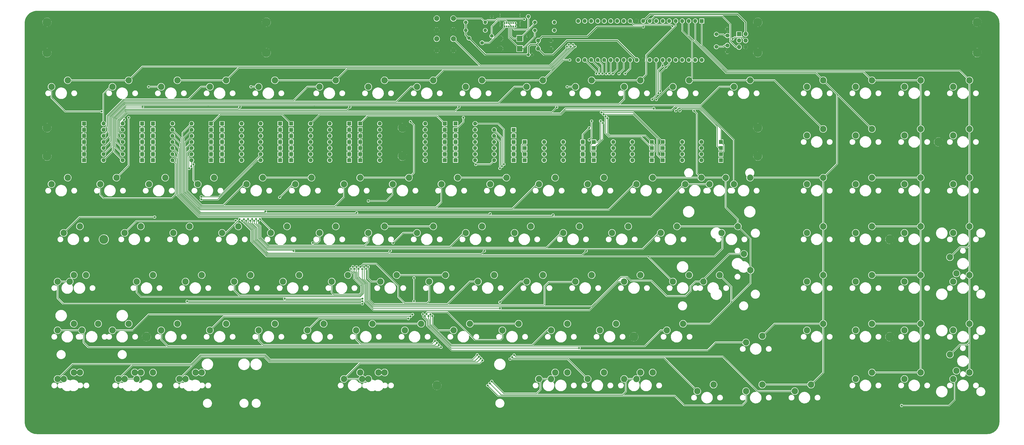
<source format=gbr>
%TF.GenerationSoftware,KiCad,Pcbnew,(6.0.0)*%
%TF.CreationDate,2022-04-22T09:20:40+02:00*%
%TF.ProjectId,pcb,7063622e-6b69-4636-9164-5f7063625858,rev?*%
%TF.SameCoordinates,Original*%
%TF.FileFunction,Copper,L1,Top*%
%TF.FilePolarity,Positive*%
%FSLAX46Y46*%
G04 Gerber Fmt 4.6, Leading zero omitted, Abs format (unit mm)*
G04 Created by KiCad (PCBNEW (6.0.0)) date 2022-04-22 09:20:40*
%MOMM*%
%LPD*%
G01*
G04 APERTURE LIST*
%TA.AperFunction,ComponentPad*%
%ADD10R,1.600000X1.600000*%
%TD*%
%TA.AperFunction,ComponentPad*%
%ADD11O,1.600000X1.600000*%
%TD*%
%TA.AperFunction,ComponentPad*%
%ADD12C,2.500000*%
%TD*%
%TA.AperFunction,ComponentPad*%
%ADD13C,3.500001*%
%TD*%
%TA.AperFunction,ComponentPad*%
%ADD14C,1.400000*%
%TD*%
%TA.AperFunction,ComponentPad*%
%ADD15O,1.400000X1.400000*%
%TD*%
%TA.AperFunction,ComponentPad*%
%ADD16C,1.500000*%
%TD*%
%TA.AperFunction,ComponentPad*%
%ADD17C,2.000000*%
%TD*%
%TA.AperFunction,ComponentPad*%
%ADD18R,1.700000X1.700000*%
%TD*%
%TA.AperFunction,ComponentPad*%
%ADD19O,1.700000X1.700000*%
%TD*%
%TA.AperFunction,ComponentPad*%
%ADD20C,1.600000*%
%TD*%
%TA.AperFunction,ComponentPad*%
%ADD21R,2.200000X2.200000*%
%TD*%
%TA.AperFunction,ComponentPad*%
%ADD22O,2.200000X2.200000*%
%TD*%
%TA.AperFunction,ComponentPad*%
%ADD23C,0.700000*%
%TD*%
%TA.AperFunction,ComponentPad*%
%ADD24O,0.900000X1.700000*%
%TD*%
%TA.AperFunction,ComponentPad*%
%ADD25O,0.900000X2.400000*%
%TD*%
%TA.AperFunction,ComponentPad*%
%ADD26C,1.200000*%
%TD*%
%TA.AperFunction,ViaPad*%
%ADD27C,0.800000*%
%TD*%
%TA.AperFunction,Conductor*%
%ADD28C,0.250000*%
%TD*%
%TA.AperFunction,Conductor*%
%ADD29C,0.400000*%
%TD*%
G04 APERTURE END LIST*
D10*
%TO.P,D104,1,K*%
%TO.N,ROW11*%
X289560000Y-182562500D03*
D11*
%TO.P,D104,2,A*%
%TO.N,Net-(D104-Pad2)*%
X281940000Y-182562500D03*
%TD*%
D12*
%TO.P,SW22,1,1*%
%TO.N,Net-(D22-Pad2)*%
X461327500Y-175260000D03*
%TO.P,SW22,2,2*%
%TO.N,COL9*%
X467677500Y-172720000D03*
%TD*%
D13*
%TO.P,MH2,1*%
%TO.N,GND*%
X259556250Y-273050000D03*
%TD*%
D12*
%TO.P,SW106,1,1*%
%TO.N,Net-(D99-Pad2)*%
X299402500Y-270510000D03*
%TO.P,SW106,2,2*%
%TO.N,COL5*%
X305752500Y-267970000D03*
%TD*%
%TO.P,SW122,1,1*%
%TO.N,Net-(D98-Pad2)*%
X232727500Y-270510000D03*
%TO.P,SW122,2,2*%
%TO.N,COL3*%
X239077500Y-267970000D03*
%TD*%
D10*
%TO.P,D14,1,K*%
%TO.N,ROW0*%
X121602500Y-184943750D03*
D11*
%TO.P,D14,2,A*%
%TO.N,Net-(D14-Pad2)*%
X129222500Y-184943750D03*
%TD*%
D10*
%TO.P,D79,1,K*%
%TO.N,ROW10*%
X262572500Y-182562500D03*
D11*
%TO.P,D79,2,A*%
%TO.N,Net-(D79-Pad2)*%
X254952500Y-182562500D03*
%TD*%
D10*
%TO.P,D75,1,K*%
%TO.N,ROW7*%
X347821250Y-180181250D03*
D11*
%TO.P,D75,2,A*%
%TO.N,Net-(D75-Pad2)*%
X355441250Y-180181250D03*
%TD*%
D10*
%TO.P,D62,1,K*%
%TO.N,ROW8*%
X225266250Y-182562500D03*
D11*
%TO.P,D62,2,A*%
%TO.N,Net-(D62-Pad2)*%
X217646250Y-182562500D03*
%TD*%
D12*
%TO.P,SW48,1,1*%
%TO.N,Net-(D47-Pad2)*%
X213677500Y-213360000D03*
%TO.P,SW48,2,2*%
%TO.N,COL2*%
X220027500Y-210820000D03*
%TD*%
D13*
%TO.P,MH2,1*%
%TO.N,GND*%
X246062500Y-183356250D03*
%TD*%
D10*
%TO.P,D30,1,K*%
%TO.N,ROW3*%
X148590000Y-175418750D03*
D11*
%TO.P,D30,2,A*%
%TO.N,Net-(D30-Pad2)*%
X156210000Y-175418750D03*
%TD*%
D10*
%TO.P,D22,1,K*%
%TO.N,ROW2*%
X316547500Y-184943750D03*
D11*
%TO.P,D22,2,A*%
%TO.N,Net-(D22-Pad2)*%
X308927500Y-184943750D03*
%TD*%
D13*
%TO.P,MH2,1*%
%TO.N,GND*%
X470693750Y-142875000D03*
%TD*%
D10*
%TO.P,D31,1,K*%
%TO.N,ROW4*%
X171291250Y-175418750D03*
D11*
%TO.P,D31,2,A*%
%TO.N,Net-(D31-Pad2)*%
X163671250Y-175418750D03*
%TD*%
D13*
%TO.P,MH2,1*%
%TO.N,GND*%
X107156250Y-183356250D03*
%TD*%
D12*
%TO.P,SW82,1,1*%
%TO.N,Net-(D77-Pad2)*%
X120808750Y-251460000D03*
%TO.P,SW82,2,2*%
%TO.N,COL0*%
X127158750Y-248920000D03*
%TD*%
%TO.P,SW47,1,1*%
%TO.N,Net-(D46-Pad2)*%
X194627500Y-213360000D03*
%TO.P,SW47,2,2*%
%TO.N,COL2*%
X200977500Y-210820000D03*
%TD*%
D14*
%TO.P,R5,1*%
%TO.N,Net-(D109-Pad1)*%
X297815000Y-130968750D03*
D15*
%TO.P,R5,2*%
%TO.N,D+*%
X305435000Y-130968750D03*
%TD*%
D12*
%TO.P,SW49,1,1*%
%TO.N,Net-(D48-Pad2)*%
X232727500Y-213360000D03*
%TO.P,SW49,2,2*%
%TO.N,COL3*%
X239077500Y-210820000D03*
%TD*%
D13*
%TO.P,MH2,1*%
%TO.N,GND*%
X384968750Y-172243750D03*
%TD*%
D10*
%TO.P,D102,1,K*%
%TO.N,ROW11*%
X289560000Y-180181250D03*
D11*
%TO.P,D102,2,A*%
%TO.N,Net-(D102-Pad2)*%
X281940000Y-180181250D03*
%TD*%
D12*
%TO.P,SW108,1,1*%
%TO.N,Net-(D101-Pad2)*%
X337502500Y-270510000D03*
%TO.P,SW108,2,2*%
%TO.N,COL6*%
X343852500Y-267970000D03*
%TD*%
%TO.P,SW7,1,1*%
%TO.N,Net-(D7-Pad2)*%
X232727500Y-156210000D03*
%TO.P,SW7,2,2*%
%TO.N,COL3*%
X239077500Y-153670000D03*
%TD*%
%TO.P,SW102,1,1*%
%TO.N,Net-(D95-Pad2)*%
X111283750Y-270510000D03*
%TO.P,SW102,2,2*%
%TO.N,COL0*%
X117633750Y-267970000D03*
%TD*%
D10*
%TO.P,D72,1,K*%
%TO.N,ROW8*%
X225266250Y-170656250D03*
D11*
%TO.P,D72,2,A*%
%TO.N,Net-(D72-Pad2)*%
X217646250Y-170656250D03*
%TD*%
D10*
%TO.P,D27,1,K*%
%TO.N,ROW4*%
X171291250Y-180181250D03*
D11*
%TO.P,D27,2,A*%
%TO.N,Net-(D27-Pad2)*%
X163671250Y-180181250D03*
%TD*%
D10*
%TO.P,D1,1,K*%
%TO.N,ROW1*%
X144303750Y-170656250D03*
D11*
%TO.P,D1,2,A*%
%TO.N,Net-(D1-Pad2)*%
X136683750Y-170656250D03*
%TD*%
D12*
%TO.P,SW58,1,1*%
%TO.N,Net-(D57-Pad2)*%
X423227500Y-213360000D03*
%TO.P,SW58,2,2*%
%TO.N,COL8*%
X429577500Y-210820000D03*
%TD*%
D10*
%TO.P,D84,1,K*%
%TO.N,ROW9*%
X229552500Y-184943750D03*
D11*
%TO.P,D84,2,A*%
%TO.N,Net-(D84-Pad2)*%
X237172500Y-184943750D03*
%TD*%
D12*
%TO.P,SW113,1,1*%
%TO.N,Net-(D106-Pad2)*%
X442277500Y-270510000D03*
%TO.P,SW113,2,2*%
%TO.N,COL8*%
X448627500Y-267970000D03*
%TD*%
D10*
%TO.P,D107,1,K*%
%TO.N,ROW12*%
X289560000Y-173037500D03*
D11*
%TO.P,D107,2,A*%
%TO.N,Net-(D107-Pad2)*%
X281940000Y-173037500D03*
%TD*%
D12*
%TO.P,SW61,1,1*%
%TO.N,Net-(D59-Pad2)*%
X462597500Y-229235000D03*
%TO.P,SW61,2,2*%
%TO.N,COL9*%
X460057500Y-222885000D03*
%TD*%
%TO.P,SW5,1,1*%
%TO.N,Net-(D5-Pad2)*%
X189865000Y-156210000D03*
%TO.P,SW5,2,2*%
%TO.N,COL2*%
X196215000Y-153670000D03*
%TD*%
D10*
%TO.P,D3,1,K*%
%TO.N,ROW1*%
X144303750Y-184943750D03*
D11*
%TO.P,D3,2,A*%
%TO.N,Net-(D3-Pad2)*%
X136683750Y-184943750D03*
%TD*%
D12*
%TO.P,SW111,1,1*%
%TO.N,Net-(D104-Pad2)*%
X399415000Y-275272500D03*
%TO.P,SW111,2,2*%
%TO.N,COL7*%
X405765000Y-272732500D03*
%TD*%
D10*
%TO.P,D32,1,K*%
%TO.N,ROW3*%
X148590000Y-177800000D03*
D11*
%TO.P,D32,2,A*%
%TO.N,Net-(D32-Pad2)*%
X156210000Y-177800000D03*
%TD*%
D12*
%TO.P,SW38,1,1*%
%TO.N,Net-(D37-Pad2)*%
X375602500Y-194310000D03*
%TO.P,SW38,2,2*%
%TO.N,COL7*%
X381952500Y-191770000D03*
%TD*%
%TO.P,SW87,1,1*%
%TO.N,Net-(D82-Pad2)*%
X208915000Y-251460000D03*
%TO.P,SW87,2,2*%
%TO.N,COL2*%
X215265000Y-248920000D03*
%TD*%
%TO.P,SW78,1,1*%
%TO.N,Net-(D75-Pad2)*%
X442277500Y-232410000D03*
%TO.P,SW78,2,2*%
%TO.N,COL8*%
X448627500Y-229870000D03*
%TD*%
%TO.P,SW97,1,1*%
%TO.N,Net-(D92-Pad2)*%
X423227500Y-251460000D03*
%TO.P,SW97,2,2*%
%TO.N,COL8*%
X429577500Y-248920000D03*
%TD*%
D14*
%TO.P,R3,1*%
%TO.N,Net-(J1-PadB5)*%
X280987500Y-136366250D03*
D15*
%TO.P,R3,2*%
%TO.N,GND*%
X280987500Y-128746250D03*
%TD*%
D13*
%TO.P,MH2,1*%
%TO.N,GND*%
X107156250Y-130968750D03*
%TD*%
D10*
%TO.P,D57,1,K*%
%TO.N,ROW6*%
X343535000Y-180181250D03*
D11*
%TO.P,D57,2,A*%
%TO.N,Net-(D57-Pad2)*%
X335915000Y-180181250D03*
%TD*%
D10*
%TO.P,D103,1,K*%
%TO.N,ROW12*%
X266858750Y-177800000D03*
D11*
%TO.P,D103,2,A*%
%TO.N,Net-(D103-Pad2)*%
X274478750Y-177800000D03*
%TD*%
D16*
%TO.P,Y1,1,1*%
%TO.N,Net-(C4-Pad2)*%
X368756250Y-140562500D03*
%TO.P,Y1,2,2*%
%TO.N,Net-(C5-Pad2)*%
X368756250Y-135682500D03*
%TD*%
D12*
%TO.P,SW32,1,1*%
%TO.N,Net-(D31-Pad2)*%
X261302500Y-194310000D03*
%TO.P,SW32,2,2*%
%TO.N,COL4*%
X267652500Y-191770000D03*
%TD*%
%TO.P,SW86,1,1*%
%TO.N,Net-(D81-Pad2)*%
X189865000Y-251460000D03*
%TO.P,SW86,2,2*%
%TO.N,COL2*%
X196215000Y-248920000D03*
%TD*%
D10*
%TO.P,D91,1,K*%
%TO.N,ROW9*%
X370522500Y-177800000D03*
D11*
%TO.P,D91,2,A*%
%TO.N,Net-(D91-Pad2)*%
X362902500Y-177800000D03*
%TD*%
D12*
%TO.P,SW34,1,1*%
%TO.N,Net-(D33-Pad2)*%
X299402500Y-194310000D03*
%TO.P,SW34,2,2*%
%TO.N,COL5*%
X305752500Y-191770000D03*
%TD*%
%TO.P,SW52,1,1*%
%TO.N,Net-(D51-Pad2)*%
X289877500Y-213360000D03*
%TO.P,SW52,2,2*%
%TO.N,COL4*%
X296227500Y-210820000D03*
%TD*%
%TO.P,SW54,1,1*%
%TO.N,Net-(D53-Pad2)*%
X327977500Y-213360000D03*
%TO.P,SW54,2,2*%
%TO.N,COL5*%
X334327500Y-210820000D03*
%TD*%
D10*
%TO.P,D82,1,K*%
%TO.N,ROW9*%
X229552500Y-182562500D03*
D11*
%TO.P,D82,2,A*%
%TO.N,Net-(D82-Pad2)*%
X237172500Y-182562500D03*
%TD*%
D12*
%TO.P,SW20,1,1*%
%TO.N,Net-(D20-Pad2)*%
X423227500Y-175260000D03*
%TO.P,SW20,2,2*%
%TO.N,COL7*%
X429577500Y-172720000D03*
%TD*%
%TO.P,SW15,1,1*%
%TO.N,Net-(D15-Pad2)*%
X404177500Y-156210000D03*
%TO.P,SW15,2,2*%
%TO.N,COL7*%
X410527500Y-153670000D03*
%TD*%
D10*
%TO.P,D12,1,K*%
%TO.N,ROW0*%
X121602500Y-182562500D03*
D11*
%TO.P,D12,2,A*%
%TO.N,Net-(D12-Pad2)*%
X129222500Y-182562500D03*
%TD*%
D12*
%TO.P,SW37,1,1*%
%TO.N,Net-(D36-Pad2)*%
X366077500Y-194310000D03*
%TO.P,SW37,2,2*%
%TO.N,COL6*%
X372427500Y-191770000D03*
%TD*%
D10*
%TO.P,D93,1,K*%
%TO.N,ROW9*%
X370522500Y-182562500D03*
D11*
%TO.P,D93,2,A*%
%TO.N,Net-(D93-Pad2)*%
X362902500Y-182562500D03*
%TD*%
D17*
%TO.P,SW124,1,1*%
%TO.N,GND*%
X265981250Y-134012500D03*
X259481250Y-134012500D03*
%TO.P,SW124,2,2*%
%TO.N,RESET*%
X265981250Y-129512500D03*
X259481250Y-129512500D03*
%TD*%
D12*
%TO.P,SW3,1,1*%
%TO.N,Net-(D3-Pad2)*%
X151765000Y-156210000D03*
%TO.P,SW3,2,2*%
%TO.N,COL1*%
X158115000Y-153670000D03*
%TD*%
D10*
%TO.P,D63,1,K*%
%TO.N,ROW7*%
X202565000Y-182562500D03*
D11*
%TO.P,D63,2,A*%
%TO.N,Net-(D63-Pad2)*%
X210185000Y-182562500D03*
%TD*%
D10*
%TO.P,D86,1,K*%
%TO.N,ROW9*%
X229552500Y-173037500D03*
D11*
%TO.P,D86,2,A*%
%TO.N,Net-(D86-Pad2)*%
X237172500Y-173037500D03*
%TD*%
D12*
%TO.P,SW30,1,1*%
%TO.N,Net-(D29-Pad2)*%
X223202500Y-194310000D03*
%TO.P,SW30,2,2*%
%TO.N,COL3*%
X229552500Y-191770000D03*
%TD*%
D10*
%TO.P,D36,1,K*%
%TO.N,ROW3*%
X148590000Y-182562500D03*
D11*
%TO.P,D36,2,A*%
%TO.N,Net-(D36-Pad2)*%
X156210000Y-182562500D03*
%TD*%
D12*
%TO.P,SW31,1,1*%
%TO.N,Net-(D30-Pad2)*%
X242252500Y-194310000D03*
%TO.P,SW31,2,2*%
%TO.N,COL3*%
X248602500Y-191770000D03*
%TD*%
D10*
%TO.P,D8,1,K*%
%TO.N,ROW0*%
X121602500Y-177800000D03*
D11*
%TO.P,D8,2,A*%
%TO.N,Net-(D8-Pad2)*%
X129222500Y-177800000D03*
%TD*%
D12*
%TO.P,SW69,1,1*%
%TO.N,Net-(D66-Pad2)*%
X237490000Y-232410000D03*
%TO.P,SW69,2,2*%
%TO.N,COL3*%
X243840000Y-229870000D03*
%TD*%
D10*
%TO.P,D21,1,K*%
%TO.N,ROW2*%
X316547500Y-182562500D03*
D11*
%TO.P,D21,2,A*%
%TO.N,Net-(D21-Pad2)*%
X308927500Y-182562500D03*
%TD*%
D10*
%TO.P,D80,1,K*%
%TO.N,ROW9*%
X229552500Y-180181250D03*
D11*
%TO.P,D80,2,A*%
%TO.N,Net-(D80-Pad2)*%
X237172500Y-180181250D03*
%TD*%
D10*
%TO.P,D78,1,K*%
%TO.N,ROW9*%
X229552500Y-177800000D03*
D11*
%TO.P,D78,2,A*%
%TO.N,Net-(D78-Pad2)*%
X237172500Y-177800000D03*
%TD*%
D12*
%TO.P,SW94,1,1*%
%TO.N,Net-(D89-Pad2)*%
X349408750Y-251460000D03*
%TO.P,SW94,2,2*%
%TO.N,COL6*%
X355758750Y-248920000D03*
%TD*%
%TO.P,SW11,1,1*%
%TO.N,Net-(D11-Pad2)*%
X313690000Y-156210000D03*
%TO.P,SW11,2,2*%
%TO.N,COL5*%
X320040000Y-153670000D03*
%TD*%
%TO.P,SW107,1,1*%
%TO.N,Net-(D100-Pad2)*%
X318452500Y-270510000D03*
%TO.P,SW107,2,2*%
%TO.N,COL5*%
X324802500Y-267970000D03*
%TD*%
D10*
%TO.P,D96,1,K*%
%TO.N,ROW11*%
X289560000Y-184943750D03*
D11*
%TO.P,D96,2,A*%
%TO.N,Net-(D96-Pad2)*%
X281940000Y-184943750D03*
%TD*%
D12*
%TO.P,SW116,1,1*%
%TO.N,Net-(D96-Pad2)*%
X137477500Y-270510000D03*
%TO.P,SW116,2,2*%
%TO.N,COL0*%
X143827500Y-267970000D03*
%TD*%
%TO.P,SW95,1,1*%
%TO.N,Net-(D90-Pad2)*%
X380365000Y-256222500D03*
%TO.P,SW95,2,2*%
%TO.N,COL7*%
X386715000Y-253682500D03*
%TD*%
%TO.P,SW51,1,1*%
%TO.N,Net-(D50-Pad2)*%
X270827500Y-213360000D03*
%TO.P,SW51,2,2*%
%TO.N,COL4*%
X277177500Y-210820000D03*
%TD*%
%TO.P,SW45,1,1*%
%TO.N,Net-(D44-Pad2)*%
X156527500Y-213360000D03*
%TO.P,SW45,2,2*%
%TO.N,COL1*%
X162877500Y-210820000D03*
%TD*%
D13*
%TO.P,MH2,1*%
%TO.N,GND*%
X192881250Y-130968750D03*
%TD*%
D10*
%TO.P,D73,1,K*%
%TO.N,ROW7*%
X347821250Y-184943750D03*
D11*
%TO.P,D73,2,A*%
%TO.N,Net-(D73-Pad2)*%
X355441250Y-184943750D03*
%TD*%
D13*
%TO.P,MH2,1*%
%TO.N,GND*%
X436562500Y-215900000D03*
%TD*%
D12*
%TO.P,SW14,1,1*%
%TO.N,Net-(D14-Pad2)*%
X375602500Y-156210000D03*
%TO.P,SW14,2,2*%
%TO.N,COL6*%
X381952500Y-153670000D03*
%TD*%
D10*
%TO.P,D88,1,K*%
%TO.N,ROW9*%
X229552500Y-175418750D03*
D11*
%TO.P,D88,2,A*%
%TO.N,Net-(D88-Pad2)*%
X237172500Y-175418750D03*
%TD*%
D12*
%TO.P,SW35,1,1*%
%TO.N,Net-(D34-Pad2)*%
X318452500Y-194310000D03*
%TO.P,SW35,2,2*%
%TO.N,COL5*%
X324802500Y-191770000D03*
%TD*%
%TO.P,SW41,1,1*%
%TO.N,Net-(D40-Pad2)*%
X442277500Y-194310000D03*
%TO.P,SW41,2,2*%
%TO.N,COL8*%
X448627500Y-191770000D03*
%TD*%
D10*
%TO.P,D50,1,K*%
%TO.N,ROW6*%
X198278750Y-175418750D03*
D11*
%TO.P,D50,2,A*%
%TO.N,Net-(D50-Pad2)*%
X190658750Y-175418750D03*
%TD*%
D12*
%TO.P,SW39,1,1*%
%TO.N,Net-(D38-Pad2)*%
X404177500Y-194310000D03*
%TO.P,SW39,2,2*%
%TO.N,COL7*%
X410527500Y-191770000D03*
%TD*%
D18*
%TO.P,J2,1,MISO*%
%TO.N,MISO*%
X377656250Y-135587500D03*
D19*
%TO.P,J2,2,VCC*%
%TO.N,VCC*%
X380196250Y-135587500D03*
%TO.P,J2,3,SCK*%
%TO.N,SCK*%
X377656250Y-138127500D03*
%TO.P,J2,4,MOSI*%
%TO.N,MOSI*%
X380196250Y-138127500D03*
%TO.P,J2,5,~{RST}*%
%TO.N,RESET*%
X377656250Y-140667500D03*
%TO.P,J2,6,GND*%
%TO.N,GND*%
X380196250Y-140667500D03*
%TD*%
D12*
%TO.P,SW85,1,1*%
%TO.N,Net-(D80-Pad2)*%
X170815000Y-251460000D03*
%TO.P,SW85,2,2*%
%TO.N,COL1*%
X177165000Y-248920000D03*
%TD*%
D10*
%TO.P,D83,1,K*%
%TO.N,ROW10*%
X262572500Y-177800000D03*
D11*
%TO.P,D83,2,A*%
%TO.N,Net-(D83-Pad2)*%
X254952500Y-177800000D03*
%TD*%
D12*
%TO.P,SW21,1,1*%
%TO.N,Net-(D21-Pad2)*%
X442277500Y-175260000D03*
%TO.P,SW21,2,2*%
%TO.N,COL8*%
X448627500Y-172720000D03*
%TD*%
D10*
%TO.P,D9,1,K*%
%TO.N,ROW1*%
X144303750Y-177800000D03*
D11*
%TO.P,D9,2,A*%
%TO.N,Net-(D9-Pad2)*%
X136683750Y-177800000D03*
%TD*%
D12*
%TO.P,SW93,1,1*%
%TO.N,Net-(D88-Pad2)*%
X323215000Y-251460000D03*
%TO.P,SW93,2,2*%
%TO.N,COL5*%
X329565000Y-248920000D03*
%TD*%
%TO.P,SW71,1,1*%
%TO.N,Net-(D68-Pad2)*%
X275590000Y-232410000D03*
%TO.P,SW71,2,2*%
%TO.N,COL4*%
X281940000Y-229870000D03*
%TD*%
D10*
%TO.P,D47,1,K*%
%TO.N,ROW5*%
X175577500Y-170656250D03*
D11*
%TO.P,D47,2,A*%
%TO.N,Net-(D47-Pad2)*%
X183197500Y-170656250D03*
%TD*%
D12*
%TO.P,SW121,1,1*%
%TO.N,Net-(D96-Pad2)*%
X142240000Y-270510000D03*
%TO.P,SW121,2,2*%
%TO.N,COL0*%
X148590000Y-267970000D03*
%TD*%
%TO.P,SW6,1,1*%
%TO.N,Net-(D6-Pad2)*%
X213677500Y-156210000D03*
%TO.P,SW6,2,2*%
%TO.N,COL2*%
X220027500Y-153670000D03*
%TD*%
%TO.P,SW33,1,1*%
%TO.N,Net-(D32-Pad2)*%
X280352500Y-194310000D03*
%TO.P,SW33,2,2*%
%TO.N,COL4*%
X286702500Y-191770000D03*
%TD*%
D20*
%TO.P,C4,1*%
%TO.N,GND*%
X373062500Y-142537500D03*
%TO.P,C4,2*%
%TO.N,Net-(C4-Pad2)*%
X373062500Y-140037500D03*
%TD*%
D10*
%TO.P,U1,1,PB0*%
%TO.N,COL9*%
X363056250Y-130487500D03*
D11*
%TO.P,U1,2,PB1*%
%TO.N,COL8*%
X360516250Y-130487500D03*
%TO.P,U1,3,PB2*%
%TO.N,COL7*%
X357976250Y-130487500D03*
%TO.P,U1,4,PB3*%
%TO.N,COL6*%
X355436250Y-130487500D03*
%TO.P,U1,5,PB4*%
%TO.N,COL5*%
X352896250Y-130487500D03*
%TO.P,U1,6,PB5*%
%TO.N,MOSI*%
X350356250Y-130487500D03*
%TO.P,U1,7,PB6*%
%TO.N,MISO*%
X347816250Y-130487500D03*
%TO.P,U1,8,PB7*%
%TO.N,SCK*%
X345276250Y-130487500D03*
%TO.P,U1,9,~{RESET}*%
%TO.N,RESET*%
X342736250Y-130487500D03*
%TO.P,U1,10,VCC*%
%TO.N,VCC*%
X340196250Y-130487500D03*
%TO.P,U1,11,GND*%
%TO.N,GND*%
X337656250Y-130487500D03*
%TO.P,U1,12,XTAL2*%
%TO.N,Net-(C5-Pad2)*%
X335116250Y-130487500D03*
%TO.P,U1,13,XTAL1*%
%TO.N,Net-(C4-Pad2)*%
X332576250Y-130487500D03*
%TO.P,U1,14,PD0*%
%TO.N,COL3*%
X330036250Y-130487500D03*
%TO.P,U1,15,PD1*%
%TO.N,COL2*%
X327496250Y-130487500D03*
%TO.P,U1,16,PD2*%
%TO.N,D+*%
X324956250Y-130487500D03*
%TO.P,U1,17,PD3*%
%TO.N,D-*%
X322416250Y-130487500D03*
%TO.P,U1,18,PD4*%
%TO.N,BOOT*%
X319876250Y-130487500D03*
%TO.P,U1,19,PD5*%
%TO.N,COL1*%
X317336250Y-130487500D03*
%TO.P,U1,20,PD6*%
%TO.N,COL0*%
X314796250Y-130487500D03*
%TO.P,U1,21,PD7*%
%TO.N,COL4*%
X314796250Y-145727500D03*
%TO.P,U1,22,PC0*%
%TO.N,ROW8*%
X317336250Y-145727500D03*
%TO.P,U1,23,PC1*%
%TO.N,ROW7*%
X319876250Y-145727500D03*
%TO.P,U1,24,PC2*%
%TO.N,ROW6*%
X322416250Y-145727500D03*
%TO.P,U1,25,PC3*%
%TO.N,ROW5*%
X324956250Y-145727500D03*
%TO.P,U1,26,PC4*%
%TO.N,ROW4*%
X327496250Y-145727500D03*
%TO.P,U1,27,PC5*%
%TO.N,ROW3*%
X330036250Y-145727500D03*
%TO.P,U1,28,PC6*%
%TO.N,ROW1*%
X332576250Y-145727500D03*
%TO.P,U1,29,PC7*%
%TO.N,ROW0*%
X335116250Y-145727500D03*
%TO.P,U1,30,AVCC*%
%TO.N,VCC*%
X337656250Y-145727500D03*
%TO.P,U1,31,GND*%
%TO.N,GND*%
X340196250Y-145727500D03*
%TO.P,U1,32,AREF*%
%TO.N,unconnected-(U1-Pad32)*%
X342736250Y-145727500D03*
%TO.P,U1,33,PA7*%
%TO.N,ROW2*%
X345276250Y-145727500D03*
%TO.P,U1,34,PA6*%
%TO.N,ROW9*%
X347816250Y-145727500D03*
%TO.P,U1,35,PA5*%
%TO.N,ROW10*%
X350356250Y-145727500D03*
%TO.P,U1,36,PA4*%
%TO.N,ROW11*%
X352896250Y-145727500D03*
%TO.P,U1,37,PA3*%
%TO.N,ROW12*%
X355436250Y-145727500D03*
%TO.P,U1,38,PA2*%
%TO.N,unconnected-(U1-Pad38)*%
X357976250Y-145727500D03*
%TO.P,U1,39,PA1*%
%TO.N,unconnected-(U1-Pad39)*%
X360516250Y-145727500D03*
%TO.P,U1,40,PA0*%
%TO.N,unconnected-(U1-Pad40)*%
X363056250Y-145727500D03*
%TD*%
D12*
%TO.P,SW88,1,1*%
%TO.N,Net-(D83-Pad2)*%
X227965000Y-251460000D03*
%TO.P,SW88,2,2*%
%TO.N,COL3*%
X234315000Y-248920000D03*
%TD*%
D10*
%TO.P,D74,1,K*%
%TO.N,ROW8*%
X347821250Y-182562500D03*
D11*
%TO.P,D74,2,A*%
%TO.N,Net-(D74-Pad2)*%
X355441250Y-182562500D03*
%TD*%
D10*
%TO.P,D4,1,K*%
%TO.N,ROW0*%
X121602500Y-173037500D03*
D11*
%TO.P,D4,2,A*%
%TO.N,Net-(D4-Pad2)*%
X129222500Y-173037500D03*
%TD*%
D12*
%TO.P,SW120,1,1*%
%TO.N,Net-(D101-Pad2)*%
X332740000Y-270510000D03*
%TO.P,SW120,2,2*%
%TO.N,COL6*%
X339090000Y-267970000D03*
%TD*%
%TO.P,SW105,1,1*%
%TO.N,Net-(D98-Pad2)*%
X230346250Y-270510000D03*
%TO.P,SW105,2,2*%
%TO.N,COL3*%
X236696250Y-267970000D03*
%TD*%
%TO.P,SW64,1,1*%
%TO.N,Net-(D61-Pad2)*%
X142240000Y-232410000D03*
%TO.P,SW64,2,2*%
%TO.N,COL0*%
X148590000Y-229870000D03*
%TD*%
%TO.P,SW70,1,1*%
%TO.N,Net-(D67-Pad2)*%
X256540000Y-232410000D03*
%TO.P,SW70,2,2*%
%TO.N,COL3*%
X262890000Y-229870000D03*
%TD*%
D10*
%TO.P,D100,1,K*%
%TO.N,ROW11*%
X289560000Y-177800000D03*
D11*
%TO.P,D100,2,A*%
%TO.N,Net-(D100-Pad2)*%
X281940000Y-177800000D03*
%TD*%
D10*
%TO.P,D65,1,K*%
%TO.N,ROW7*%
X202565000Y-184943750D03*
D11*
%TO.P,D65,2,A*%
%TO.N,Net-(D65-Pad2)*%
X210185000Y-184943750D03*
%TD*%
D12*
%TO.P,SW59,1,1*%
%TO.N,Net-(D58-Pad2)*%
X442277500Y-213360000D03*
%TO.P,SW59,2,2*%
%TO.N,COL8*%
X448627500Y-210820000D03*
%TD*%
%TO.P,SW8,1,1*%
%TO.N,Net-(D8-Pad2)*%
X251777500Y-156210000D03*
%TO.P,SW8,2,2*%
%TO.N,COL3*%
X258127500Y-153670000D03*
%TD*%
D13*
%TO.P,MH2,1*%
%TO.N,GND*%
X146050000Y-254000000D03*
%TD*%
D12*
%TO.P,SW68,1,1*%
%TO.N,Net-(D65-Pad2)*%
X218440000Y-232410000D03*
%TO.P,SW68,2,2*%
%TO.N,COL2*%
X224790000Y-229870000D03*
%TD*%
D10*
%TO.P,D70,1,K*%
%TO.N,ROW8*%
X225266250Y-173037500D03*
D11*
%TO.P,D70,2,A*%
%TO.N,Net-(D70-Pad2)*%
X217646250Y-173037500D03*
%TD*%
D12*
%TO.P,SW73,1,1*%
%TO.N,Net-(D70-Pad2)*%
X313690000Y-232410000D03*
%TO.P,SW73,2,2*%
%TO.N,COL5*%
X320040000Y-229870000D03*
%TD*%
D21*
%TO.P,D109,1,K*%
%TO.N,Net-(D109-Pad1)*%
X291941250Y-137318750D03*
D22*
%TO.P,D109,2,A*%
%TO.N,GND*%
X284321250Y-137318750D03*
%TD*%
D12*
%TO.P,SW110,1,1*%
%TO.N,Net-(D103-Pad2)*%
X380365000Y-275272500D03*
%TO.P,SW110,2,2*%
%TO.N,COL7*%
X386715000Y-272732500D03*
%TD*%
D14*
%TO.P,R4,1*%
%TO.N,Net-(D108-Pad1)*%
X297815000Y-134143750D03*
D15*
%TO.P,R4,2*%
%TO.N,D-*%
X305435000Y-134143750D03*
%TD*%
D10*
%TO.P,D28,1,K*%
%TO.N,ROW3*%
X148590000Y-173037500D03*
D11*
%TO.P,D28,2,A*%
%TO.N,Net-(D28-Pad2)*%
X156210000Y-173037500D03*
%TD*%
D12*
%TO.P,SW119,1,1*%
%TO.N,Net-(D99-Pad2)*%
X304165000Y-270510000D03*
%TO.P,SW119,2,2*%
%TO.N,COL5*%
X310515000Y-267970000D03*
%TD*%
%TO.P,SW66,1,1*%
%TO.N,Net-(D63-Pad2)*%
X180340000Y-232410000D03*
%TO.P,SW66,2,2*%
%TO.N,COL1*%
X186690000Y-229870000D03*
%TD*%
D10*
%TO.P,D71,1,K*%
%TO.N,ROW7*%
X202565000Y-177800000D03*
D11*
%TO.P,D71,2,A*%
%TO.N,Net-(D71-Pad2)*%
X210185000Y-177800000D03*
%TD*%
D12*
%TO.P,SW53,1,1*%
%TO.N,Net-(D52-Pad2)*%
X308927500Y-213360000D03*
%TO.P,SW53,2,2*%
%TO.N,COL5*%
X315277500Y-210820000D03*
%TD*%
%TO.P,SW80,1,1*%
%TO.N,Net-(D60-Pad2)*%
X111283750Y-232410000D03*
%TO.P,SW80,2,2*%
%TO.N,COL0*%
X117633750Y-229870000D03*
%TD*%
D20*
%TO.P,C3,1*%
%TO.N,VCC*%
X299125000Y-138112500D03*
%TO.P,C3,2*%
%TO.N,GND*%
X304125000Y-138112500D03*
%TD*%
D12*
%TO.P,SW42,1,1*%
%TO.N,Net-(D41-Pad2)*%
X461327500Y-194310000D03*
%TO.P,SW42,2,2*%
%TO.N,COL9*%
X467677500Y-191770000D03*
%TD*%
D10*
%TO.P,D77,1,K*%
%TO.N,ROW10*%
X262572500Y-184943750D03*
D11*
%TO.P,D77,2,A*%
%TO.N,Net-(D77-Pad2)*%
X254952500Y-184943750D03*
%TD*%
D12*
%TO.P,SW18,1,1*%
%TO.N,Net-(D18-Pad2)*%
X461327500Y-156210000D03*
%TO.P,SW18,2,2*%
%TO.N,COL9*%
X467677500Y-153670000D03*
%TD*%
D10*
%TO.P,D40,1,K*%
%TO.N,ROW3*%
X320833750Y-180181250D03*
D11*
%TO.P,D40,2,A*%
%TO.N,Net-(D40-Pad2)*%
X328453750Y-180181250D03*
%TD*%
D12*
%TO.P,SW98,1,1*%
%TO.N,Net-(D93-Pad2)*%
X442277500Y-251460000D03*
%TO.P,SW98,2,2*%
%TO.N,COL8*%
X448627500Y-248920000D03*
%TD*%
D23*
%TO.P,J1,A1,GND*%
%TO.N,GND*%
X291106250Y-132612500D03*
%TO.P,J1,A4,VBUS*%
%TO.N,Net-(F1-Pad1)*%
X290256250Y-132612500D03*
%TO.P,J1,A5,CC1*%
%TO.N,Net-(J1-PadA5)*%
X289406250Y-132612500D03*
%TO.P,J1,A6,D+*%
%TO.N,Net-(D109-Pad1)*%
X288556250Y-132612500D03*
%TO.P,J1,A7,D-*%
%TO.N,Net-(D108-Pad1)*%
X287706250Y-132612500D03*
%TO.P,J1,A8,SBU1*%
%TO.N,unconnected-(J1-PadA8)*%
X286856250Y-132612500D03*
%TO.P,J1,A9,VBUS*%
%TO.N,Net-(F1-Pad1)*%
X286006250Y-132612500D03*
%TO.P,J1,A12,GND*%
%TO.N,GND*%
X285156250Y-132612500D03*
%TO.P,J1,B1,GND*%
X285156250Y-131262500D03*
%TO.P,J1,B4,VBUS*%
%TO.N,Net-(F1-Pad1)*%
X286006250Y-131262500D03*
%TO.P,J1,B5,CC2*%
%TO.N,Net-(J1-PadB5)*%
X286856250Y-131262500D03*
%TO.P,J1,B6,D+*%
%TO.N,Net-(D109-Pad1)*%
X287706250Y-131262500D03*
%TO.P,J1,B7,D-*%
%TO.N,Net-(D108-Pad1)*%
X288556250Y-131262500D03*
%TO.P,J1,B8,SBU2*%
%TO.N,unconnected-(J1-PadB8)*%
X289406250Y-131262500D03*
%TO.P,J1,B9,VBUS*%
%TO.N,Net-(F1-Pad1)*%
X290256250Y-131262500D03*
%TO.P,J1,B12,GND*%
%TO.N,GND*%
X291106250Y-131262500D03*
D24*
%TO.P,J1,S1,SHIELD*%
X283806250Y-128252500D03*
D25*
X283806250Y-131632500D03*
X292456250Y-131632500D03*
D24*
X292456250Y-128252500D03*
%TD*%
D12*
%TO.P,SW77,1,1*%
%TO.N,Net-(D74-Pad2)*%
X423227500Y-232410000D03*
%TO.P,SW77,2,2*%
%TO.N,COL8*%
X429577500Y-229870000D03*
%TD*%
%TO.P,SW76,1,1*%
%TO.N,Net-(D73-Pad2)*%
X404177500Y-232410000D03*
%TO.P,SW76,2,2*%
%TO.N,COL7*%
X410527500Y-229870000D03*
%TD*%
D10*
%TO.P,D5,1,K*%
%TO.N,ROW1*%
X144303750Y-182562500D03*
D11*
%TO.P,D5,2,A*%
%TO.N,Net-(D5-Pad2)*%
X136683750Y-182562500D03*
%TD*%
D12*
%TO.P,SW81,1,1*%
%TO.N,Net-(D55-Pad2)*%
X351790000Y-232410000D03*
%TO.P,SW81,2,2*%
%TO.N,COL6*%
X358140000Y-229870000D03*
%TD*%
D13*
%TO.P,MH2,1*%
%TO.N,GND*%
X384968750Y-183356250D03*
%TD*%
D12*
%TO.P,SW103,1,1*%
%TO.N,Net-(D96-Pad2)*%
X135096250Y-270510000D03*
%TO.P,SW103,2,2*%
%TO.N,COL0*%
X141446250Y-267970000D03*
%TD*%
D10*
%TO.P,D48,1,K*%
%TO.N,ROW6*%
X198278750Y-177800000D03*
D11*
%TO.P,D48,2,A*%
%TO.N,Net-(D48-Pad2)*%
X190658750Y-177800000D03*
%TD*%
D13*
%TO.P,MH2,1*%
%TO.N,GND*%
X107156250Y-172243750D03*
%TD*%
D12*
%TO.P,SW27,1,1*%
%TO.N,Net-(D26-Pad2)*%
X166052500Y-194310000D03*
%TO.P,SW27,2,2*%
%TO.N,COL1*%
X172402500Y-191770000D03*
%TD*%
%TO.P,SW13,1,1*%
%TO.N,Net-(D13-Pad2)*%
X351790000Y-156210000D03*
%TO.P,SW13,2,2*%
%TO.N,COL6*%
X358140000Y-153670000D03*
%TD*%
%TO.P,SW60,1,1*%
%TO.N,Net-(D59-Pad2)*%
X461327500Y-213360000D03*
%TO.P,SW60,2,2*%
%TO.N,COL9*%
X467677500Y-210820000D03*
%TD*%
D10*
%TO.P,D6,1,K*%
%TO.N,ROW0*%
X121602500Y-175418750D03*
D11*
%TO.P,D6,2,A*%
%TO.N,Net-(D6-Pad2)*%
X129222500Y-175418750D03*
%TD*%
D10*
%TO.P,D25,1,K*%
%TO.N,ROW4*%
X171291250Y-182562500D03*
D11*
%TO.P,D25,2,A*%
%TO.N,Net-(D25-Pad2)*%
X163671250Y-182562500D03*
%TD*%
D10*
%TO.P,D26,1,K*%
%TO.N,ROW3*%
X148590000Y-170656250D03*
D11*
%TO.P,D26,2,A*%
%TO.N,Net-(D26-Pad2)*%
X156210000Y-170656250D03*
%TD*%
D12*
%TO.P,SW79,1,1*%
%TO.N,Net-(D76-Pad2)*%
X461327500Y-232410000D03*
%TO.P,SW79,2,2*%
%TO.N,COL9*%
X467677500Y-229870000D03*
%TD*%
%TO.P,SW40,1,1*%
%TO.N,Net-(D39-Pad2)*%
X423227500Y-194310000D03*
%TO.P,SW40,2,2*%
%TO.N,COL8*%
X429577500Y-191770000D03*
%TD*%
D10*
%TO.P,D56,1,K*%
%TO.N,ROW5*%
X343535000Y-177800000D03*
D11*
%TO.P,D56,2,A*%
%TO.N,Net-(D56-Pad2)*%
X335915000Y-177800000D03*
%TD*%
D12*
%TO.P,SW92,1,1*%
%TO.N,Net-(D87-Pad2)*%
X304165000Y-251460000D03*
%TO.P,SW92,2,2*%
%TO.N,COL5*%
X310515000Y-248920000D03*
%TD*%
%TO.P,SW83,1,1*%
%TO.N,Net-(D78-Pad2)*%
X132715000Y-251460000D03*
%TO.P,SW83,2,2*%
%TO.N,COL0*%
X139065000Y-248920000D03*
%TD*%
%TO.P,SW36,1,1*%
%TO.N,Net-(D35-Pad2)*%
X337502500Y-194310000D03*
%TO.P,SW36,2,2*%
%TO.N,COL6*%
X343852500Y-191770000D03*
%TD*%
%TO.P,SW1,1,1*%
%TO.N,Net-(D1-Pad2)*%
X108902500Y-156210000D03*
%TO.P,SW1,2,2*%
%TO.N,COL0*%
X115252500Y-153670000D03*
%TD*%
%TO.P,SW10,1,1*%
%TO.N,Net-(D10-Pad2)*%
X294640000Y-156210000D03*
%TO.P,SW10,2,2*%
%TO.N,COL4*%
X300990000Y-153670000D03*
%TD*%
D14*
%TO.P,R1,1*%
%TO.N,Net-(J1-PadA5)*%
X295275000Y-128746250D03*
D15*
%TO.P,R1,2*%
%TO.N,GND*%
X295275000Y-136366250D03*
%TD*%
D10*
%TO.P,D87,1,K*%
%TO.N,ROW10*%
X262572500Y-173037500D03*
D11*
%TO.P,D87,2,A*%
%TO.N,Net-(D87-Pad2)*%
X254952500Y-173037500D03*
%TD*%
D14*
%TO.P,R6,1*%
%TO.N,VCC*%
X270827500Y-130968750D03*
D15*
%TO.P,R6,2*%
%TO.N,RESET*%
X278447500Y-130968750D03*
%TD*%
D10*
%TO.P,D11,1,K*%
%TO.N,ROW1*%
X144303750Y-175418750D03*
D11*
%TO.P,D11,2,A*%
%TO.N,Net-(D11-Pad2)*%
X136683750Y-175418750D03*
%TD*%
D12*
%TO.P,SW2,1,1*%
%TO.N,Net-(D2-Pad2)*%
X132715000Y-156210000D03*
%TO.P,SW2,2,2*%
%TO.N,COL0*%
X139065000Y-153670000D03*
%TD*%
D10*
%TO.P,D29,1,K*%
%TO.N,ROW4*%
X171291250Y-177800000D03*
D11*
%TO.P,D29,2,A*%
%TO.N,Net-(D29-Pad2)*%
X163671250Y-177800000D03*
%TD*%
D17*
%TO.P,SW123,1,1*%
%TO.N,GND*%
X259481250Y-141950000D03*
X265981250Y-141950000D03*
%TO.P,SW123,2,2*%
%TO.N,BOOT*%
X259481250Y-137450000D03*
X265981250Y-137450000D03*
%TD*%
D10*
%TO.P,D92,1,K*%
%TO.N,ROW10*%
X370522500Y-180181250D03*
D11*
%TO.P,D92,2,A*%
%TO.N,Net-(D92-Pad2)*%
X362902500Y-180181250D03*
%TD*%
D12*
%TO.P,SW74,1,1*%
%TO.N,Net-(D71-Pad2)*%
X332740000Y-232410000D03*
%TO.P,SW74,2,2*%
%TO.N,COL5*%
X339090000Y-229870000D03*
%TD*%
D10*
%TO.P,D33,1,K*%
%TO.N,ROW4*%
X171291250Y-173037500D03*
D11*
%TO.P,D33,2,A*%
%TO.N,Net-(D33-Pad2)*%
X163671250Y-173037500D03*
%TD*%
D10*
%TO.P,D81,1,K*%
%TO.N,ROW10*%
X262572500Y-180181250D03*
D11*
%TO.P,D81,2,A*%
%TO.N,Net-(D81-Pad2)*%
X254952500Y-180181250D03*
%TD*%
D10*
%TO.P,D46,1,K*%
%TO.N,ROW6*%
X198278750Y-180181250D03*
D11*
%TO.P,D46,2,A*%
%TO.N,Net-(D46-Pad2)*%
X190658750Y-180181250D03*
%TD*%
D12*
%TO.P,SW62,1,1*%
%TO.N,Net-(D72-Pad2)*%
X379571250Y-221615000D03*
%TO.P,SW62,2,2*%
%TO.N,COL6*%
X382111250Y-227965000D03*
%TD*%
%TO.P,SW28,1,1*%
%TO.N,Net-(D27-Pad2)*%
X185102500Y-194310000D03*
%TO.P,SW28,2,2*%
%TO.N,COL2*%
X191452500Y-191770000D03*
%TD*%
D13*
%TO.P,MH2,1*%
%TO.N,GND*%
X470693750Y-130968750D03*
%TD*%
D10*
%TO.P,D97,1,K*%
%TO.N,ROW12*%
X266858750Y-182562500D03*
D11*
%TO.P,D97,2,A*%
%TO.N,Net-(D97-Pad2)*%
X274478750Y-182562500D03*
%TD*%
D12*
%TO.P,SW115,1,1*%
%TO.N,Net-(D95-Pad2)*%
X113665000Y-270510000D03*
%TO.P,SW115,2,2*%
%TO.N,COL0*%
X120015000Y-267970000D03*
%TD*%
%TO.P,SW12,1,1*%
%TO.N,Net-(D12-Pad2)*%
X332740000Y-156210000D03*
%TO.P,SW12,2,2*%
%TO.N,COL5*%
X339090000Y-153670000D03*
%TD*%
%TO.P,SW104,1,1*%
%TO.N,Net-(D97-Pad2)*%
X158908750Y-270510000D03*
%TO.P,SW104,2,2*%
%TO.N,COL1*%
X165258750Y-267970000D03*
%TD*%
D14*
%TO.P,F1,1*%
%TO.N,Net-(F1-Pad1)*%
X277187500Y-139012500D03*
%TO.P,F1,2*%
%TO.N,VCC*%
X272087500Y-137212500D03*
%TD*%
D20*
%TO.P,C2,1*%
%TO.N,VCC*%
X299125000Y-141287500D03*
%TO.P,C2,2*%
%TO.N,GND*%
X304125000Y-141287500D03*
%TD*%
D10*
%TO.P,D17,1,K*%
%TO.N,ROW0*%
X293846250Y-182562500D03*
D11*
%TO.P,D17,2,A*%
%TO.N,Net-(D17-Pad2)*%
X301466250Y-182562500D03*
%TD*%
D12*
%TO.P,SW43,1,1*%
%TO.N,Net-(D42-Pad2)*%
X113665000Y-213360000D03*
%TO.P,SW43,2,2*%
%TO.N,COL0*%
X120015000Y-210820000D03*
%TD*%
%TO.P,SW101,1,1*%
%TO.N,Net-(D94-Pad2)*%
X462597500Y-267335000D03*
%TO.P,SW101,2,2*%
%TO.N,COL9*%
X460057500Y-260985000D03*
%TD*%
D10*
%TO.P,D98,1,K*%
%TO.N,ROW12*%
X266858750Y-180181250D03*
D11*
%TO.P,D98,2,A*%
%TO.N,Net-(D98-Pad2)*%
X274478750Y-180181250D03*
%TD*%
D10*
%TO.P,D15,1,K*%
%TO.N,ROW0*%
X293846250Y-177800000D03*
D11*
%TO.P,D15,2,A*%
%TO.N,Net-(D15-Pad2)*%
X301466250Y-177800000D03*
%TD*%
D12*
%TO.P,SW44,1,1*%
%TO.N,Net-(D43-Pad2)*%
X137477500Y-213360000D03*
%TO.P,SW44,2,2*%
%TO.N,COL0*%
X143827500Y-210820000D03*
%TD*%
%TO.P,SW24,1,1*%
%TO.N,Net-(D23-Pad2)*%
X108902500Y-194310000D03*
%TO.P,SW24,2,2*%
%TO.N,COL0*%
X115252500Y-191770000D03*
%TD*%
%TO.P,SW117,1,1*%
%TO.N,Net-(D97-Pad2)*%
X161290000Y-270510000D03*
%TO.P,SW117,2,2*%
%TO.N,COL1*%
X167640000Y-267970000D03*
%TD*%
D13*
%TO.P,MH2,1*%
%TO.N,GND*%
X384968750Y-130968750D03*
%TD*%
%TO.P,MH2,1*%
%TO.N,GND*%
X384968750Y-142875000D03*
%TD*%
D10*
%TO.P,D54,1,K*%
%TO.N,ROW6*%
X198278750Y-170656250D03*
D11*
%TO.P,D54,2,A*%
%TO.N,Net-(D54-Pad2)*%
X190658750Y-170656250D03*
%TD*%
D12*
%TO.P,SW89,1,1*%
%TO.N,Net-(D84-Pad2)*%
X247015000Y-251460000D03*
%TO.P,SW89,2,2*%
%TO.N,COL3*%
X253365000Y-248920000D03*
%TD*%
%TO.P,SW67,1,1*%
%TO.N,Net-(D64-Pad2)*%
X199390000Y-232410000D03*
%TO.P,SW67,2,2*%
%TO.N,COL2*%
X205740000Y-229870000D03*
%TD*%
%TO.P,SW17,1,1*%
%TO.N,Net-(D17-Pad2)*%
X442277500Y-156210000D03*
%TO.P,SW17,2,2*%
%TO.N,COL8*%
X448627500Y-153670000D03*
%TD*%
D10*
%TO.P,D51,1,K*%
%TO.N,ROW5*%
X175577500Y-175418750D03*
D11*
%TO.P,D51,2,A*%
%TO.N,Net-(D51-Pad2)*%
X183197500Y-175418750D03*
%TD*%
D12*
%TO.P,SW26,1,1*%
%TO.N,Net-(D25-Pad2)*%
X147002500Y-194310000D03*
%TO.P,SW26,2,2*%
%TO.N,COL1*%
X153352500Y-191770000D03*
%TD*%
D10*
%TO.P,D68,1,K*%
%TO.N,ROW8*%
X225266250Y-175418750D03*
D11*
%TO.P,D68,2,A*%
%TO.N,Net-(D68-Pad2)*%
X217646250Y-175418750D03*
%TD*%
D12*
%TO.P,SW56,1,1*%
%TO.N,Net-(D55-Pad2)*%
X370840000Y-213360000D03*
%TO.P,SW56,2,2*%
%TO.N,COL6*%
X377190000Y-210820000D03*
%TD*%
D10*
%TO.P,D99,1,K*%
%TO.N,ROW12*%
X266858750Y-173037500D03*
D11*
%TO.P,D99,2,A*%
%TO.N,Net-(D99-Pad2)*%
X274478750Y-173037500D03*
%TD*%
D10*
%TO.P,D90,1,K*%
%TO.N,ROW10*%
X229552500Y-170656250D03*
D11*
%TO.P,D90,2,A*%
%TO.N,Net-(D90-Pad2)*%
X237172500Y-170656250D03*
%TD*%
D13*
%TO.P,MH2,1*%
%TO.N,GND*%
X455612500Y-177800000D03*
%TD*%
D10*
%TO.P,D94,1,K*%
%TO.N,ROW10*%
X370522500Y-184943750D03*
D11*
%TO.P,D94,2,A*%
%TO.N,Net-(D94-Pad2)*%
X362902500Y-184943750D03*
%TD*%
D12*
%TO.P,SW90,1,1*%
%TO.N,Net-(D85-Pad2)*%
X266065000Y-251460000D03*
%TO.P,SW90,2,2*%
%TO.N,COL4*%
X272415000Y-248920000D03*
%TD*%
%TO.P,SW63,1,1*%
%TO.N,Net-(D60-Pad2)*%
X116046250Y-232410000D03*
%TO.P,SW63,2,2*%
%TO.N,COL0*%
X122396250Y-229870000D03*
%TD*%
D10*
%TO.P,D19,1,K*%
%TO.N,ROW2*%
X316547500Y-177800000D03*
D11*
%TO.P,D19,2,A*%
%TO.N,Net-(D19-Pad2)*%
X308927500Y-177800000D03*
%TD*%
D12*
%TO.P,SW19,1,1*%
%TO.N,Net-(D19-Pad2)*%
X404177500Y-175260000D03*
%TO.P,SW19,2,2*%
%TO.N,COL6*%
X410527500Y-172720000D03*
%TD*%
D10*
%TO.P,D95,1,K*%
%TO.N,ROW12*%
X266858750Y-184943750D03*
D11*
%TO.P,D95,2,A*%
%TO.N,Net-(D95-Pad2)*%
X274478750Y-184943750D03*
%TD*%
D12*
%TO.P,SW50,1,1*%
%TO.N,Net-(D49-Pad2)*%
X251777500Y-213360000D03*
%TO.P,SW50,2,2*%
%TO.N,COL3*%
X258127500Y-210820000D03*
%TD*%
D13*
%TO.P,MH2,1*%
%TO.N,GND*%
X436562500Y-254000000D03*
%TD*%
D10*
%TO.P,D69,1,K*%
%TO.N,ROW7*%
X202565000Y-175418750D03*
D11*
%TO.P,D69,2,A*%
%TO.N,Net-(D69-Pad2)*%
X210185000Y-175418750D03*
%TD*%
D10*
%TO.P,D23,1,K*%
%TO.N,ROW4*%
X171291250Y-184943750D03*
D11*
%TO.P,D23,2,A*%
%TO.N,Net-(D23-Pad2)*%
X163671250Y-184943750D03*
%TD*%
D12*
%TO.P,SW25,1,1*%
%TO.N,Net-(D24-Pad2)*%
X127952500Y-194310000D03*
%TO.P,SW25,2,2*%
%TO.N,COL0*%
X134302500Y-191770000D03*
%TD*%
%TO.P,SW57,1,1*%
%TO.N,Net-(D56-Pad2)*%
X404177500Y-213360000D03*
%TO.P,SW57,2,2*%
%TO.N,COL7*%
X410527500Y-210820000D03*
%TD*%
D10*
%TO.P,D16,1,K*%
%TO.N,ROW1*%
X293846250Y-180181250D03*
D11*
%TO.P,D16,2,A*%
%TO.N,Net-(D16-Pad2)*%
X301466250Y-180181250D03*
%TD*%
D10*
%TO.P,D35,1,K*%
%TO.N,ROW4*%
X171291250Y-170656250D03*
D11*
%TO.P,D35,2,A*%
%TO.N,Net-(D35-Pad2)*%
X163671250Y-170656250D03*
%TD*%
D10*
%TO.P,D64,1,K*%
%TO.N,ROW8*%
X225266250Y-180181250D03*
D11*
%TO.P,D64,2,A*%
%TO.N,Net-(D64-Pad2)*%
X217646250Y-180181250D03*
%TD*%
D10*
%TO.P,D66,1,K*%
%TO.N,ROW8*%
X225266250Y-177800000D03*
D11*
%TO.P,D66,2,A*%
%TO.N,Net-(D66-Pad2)*%
X217646250Y-177800000D03*
%TD*%
D10*
%TO.P,D105,1,K*%
%TO.N,ROW12*%
X289560000Y-175418750D03*
D11*
%TO.P,D105,2,A*%
%TO.N,Net-(D105-Pad2)*%
X281940000Y-175418750D03*
%TD*%
D12*
%TO.P,SW75,1,1*%
%TO.N,Net-(D72-Pad2)*%
X363696250Y-232410000D03*
%TO.P,SW75,2,2*%
%TO.N,COL6*%
X370046250Y-229870000D03*
%TD*%
%TO.P,SW100,1,1*%
%TO.N,Net-(D77-Pad2)*%
X111283750Y-251460000D03*
%TO.P,SW100,2,2*%
%TO.N,COL0*%
X117633750Y-248920000D03*
%TD*%
D10*
%TO.P,D49,1,K*%
%TO.N,ROW5*%
X175577500Y-173037500D03*
D11*
%TO.P,D49,2,A*%
%TO.N,Net-(D49-Pad2)*%
X183197500Y-173037500D03*
%TD*%
D10*
%TO.P,D43,1,K*%
%TO.N,ROW5*%
X175577500Y-184943750D03*
D11*
%TO.P,D43,2,A*%
%TO.N,Net-(D43-Pad2)*%
X183197500Y-184943750D03*
%TD*%
D10*
%TO.P,D58,1,K*%
%TO.N,ROW5*%
X343535000Y-182562500D03*
D11*
%TO.P,D58,2,A*%
%TO.N,Net-(D58-Pad2)*%
X335915000Y-182562500D03*
%TD*%
D21*
%TO.P,D108,1,K*%
%TO.N,Net-(D108-Pad1)*%
X291941250Y-141287500D03*
D22*
%TO.P,D108,2,A*%
%TO.N,GND*%
X284321250Y-141287500D03*
%TD*%
D13*
%TO.P,MH2,1*%
%TO.N,GND*%
X192881250Y-142875000D03*
%TD*%
D10*
%TO.P,D7,1,K*%
%TO.N,ROW1*%
X144303750Y-180181250D03*
D11*
%TO.P,D7,2,A*%
%TO.N,Net-(D7-Pad2)*%
X136683750Y-180181250D03*
%TD*%
D10*
%TO.P,D45,1,K*%
%TO.N,ROW5*%
X175577500Y-182562500D03*
D11*
%TO.P,D45,2,A*%
%TO.N,Net-(D45-Pad2)*%
X183197500Y-182562500D03*
%TD*%
D10*
%TO.P,D42,1,K*%
%TO.N,ROW6*%
X198278750Y-182562500D03*
D11*
%TO.P,D42,2,A*%
%TO.N,Net-(D42-Pad2)*%
X190658750Y-182562500D03*
%TD*%
D10*
%TO.P,D38,1,K*%
%TO.N,ROW3*%
X320833750Y-184943750D03*
D11*
%TO.P,D38,2,A*%
%TO.N,Net-(D38-Pad2)*%
X328453750Y-184943750D03*
%TD*%
D10*
%TO.P,D59,1,K*%
%TO.N,ROW6*%
X343535000Y-184943750D03*
D11*
%TO.P,D59,2,A*%
%TO.N,Net-(D59-Pad2)*%
X335915000Y-184943750D03*
%TD*%
D12*
%TO.P,SW118,1,1*%
%TO.N,Net-(D98-Pad2)*%
X223202500Y-270510000D03*
%TO.P,SW118,2,2*%
%TO.N,COL3*%
X229552500Y-267970000D03*
%TD*%
D10*
%TO.P,D55,1,K*%
%TO.N,ROW5*%
X175577500Y-180181250D03*
D11*
%TO.P,D55,2,A*%
%TO.N,Net-(D55-Pad2)*%
X183197500Y-180181250D03*
%TD*%
D12*
%TO.P,SW16,1,1*%
%TO.N,Net-(D16-Pad2)*%
X423227500Y-156210000D03*
%TO.P,SW16,2,2*%
%TO.N,COL8*%
X429577500Y-153670000D03*
%TD*%
%TO.P,SW4,1,1*%
%TO.N,Net-(D4-Pad2)*%
X170815000Y-156210000D03*
%TO.P,SW4,2,2*%
%TO.N,COL1*%
X177165000Y-153670000D03*
%TD*%
%TO.P,SW91,1,1*%
%TO.N,Net-(D86-Pad2)*%
X285115000Y-251460000D03*
%TO.P,SW91,2,2*%
%TO.N,COL4*%
X291465000Y-248920000D03*
%TD*%
D13*
%TO.P,MH2,1*%
%TO.N,GND*%
X336550000Y-254000000D03*
%TD*%
D12*
%TO.P,SW65,1,1*%
%TO.N,Net-(D62-Pad2)*%
X161290000Y-232410000D03*
%TO.P,SW65,2,2*%
%TO.N,COL1*%
X167640000Y-229870000D03*
%TD*%
D13*
%TO.P,MH2,1*%
%TO.N,GND*%
X246062500Y-172243750D03*
%TD*%
D10*
%TO.P,D10,1,K*%
%TO.N,ROW0*%
X121602500Y-180181250D03*
D11*
%TO.P,D10,2,A*%
%TO.N,Net-(D10-Pad2)*%
X129222500Y-180181250D03*
%TD*%
D13*
%TO.P,MH2,1*%
%TO.N,N/C*%
X129381250Y-215900000D03*
%TD*%
D10*
%TO.P,D101,1,K*%
%TO.N,ROW12*%
X266858750Y-175418750D03*
D11*
%TO.P,D101,2,A*%
%TO.N,Net-(D101-Pad2)*%
X274478750Y-175418750D03*
%TD*%
D12*
%TO.P,SW112,1,1*%
%TO.N,Net-(D105-Pad2)*%
X423227500Y-270510000D03*
%TO.P,SW112,2,2*%
%TO.N,COL8*%
X429577500Y-267970000D03*
%TD*%
%TO.P,SW46,1,1*%
%TO.N,Net-(D45-Pad2)*%
X175577500Y-213360000D03*
%TO.P,SW46,2,2*%
%TO.N,COL1*%
X181927500Y-210820000D03*
%TD*%
%TO.P,SW114,1,1*%
%TO.N,Net-(D107-Pad2)*%
X461327500Y-270510000D03*
%TO.P,SW114,2,2*%
%TO.N,COL9*%
X467677500Y-267970000D03*
%TD*%
%TO.P,SW72,1,1*%
%TO.N,Net-(D69-Pad2)*%
X294640000Y-232410000D03*
%TO.P,SW72,2,2*%
%TO.N,COL4*%
X300990000Y-229870000D03*
%TD*%
D10*
%TO.P,D52,1,K*%
%TO.N,ROW6*%
X198278750Y-173037500D03*
D11*
%TO.P,D52,2,A*%
%TO.N,Net-(D52-Pad2)*%
X190658750Y-173037500D03*
%TD*%
D12*
%TO.P,SW9,1,1*%
%TO.N,Net-(D9-Pad2)*%
X270827500Y-156210000D03*
%TO.P,SW9,2,2*%
%TO.N,COL4*%
X277177500Y-153670000D03*
%TD*%
D10*
%TO.P,D20,1,K*%
%TO.N,ROW2*%
X316547500Y-180181250D03*
D11*
%TO.P,D20,2,A*%
%TO.N,Net-(D20-Pad2)*%
X308927500Y-180181250D03*
%TD*%
D10*
%TO.P,D53,1,K*%
%TO.N,ROW5*%
X175577500Y-177800000D03*
D11*
%TO.P,D53,2,A*%
%TO.N,Net-(D53-Pad2)*%
X183197500Y-177800000D03*
%TD*%
D10*
%TO.P,D106,1,K*%
%TO.N,ROW11*%
X266858750Y-170656250D03*
D11*
%TO.P,D106,2,A*%
%TO.N,Net-(D106-Pad2)*%
X274478750Y-170656250D03*
%TD*%
D10*
%TO.P,D34,1,K*%
%TO.N,ROW3*%
X148590000Y-180181250D03*
D11*
%TO.P,D34,2,A*%
%TO.N,Net-(D34-Pad2)*%
X156210000Y-180181250D03*
%TD*%
D20*
%TO.P,C5,1*%
%TO.N,GND*%
X373062500Y-133687500D03*
%TO.P,C5,2*%
%TO.N,Net-(C5-Pad2)*%
X373062500Y-136187500D03*
%TD*%
D10*
%TO.P,D60,1,K*%
%TO.N,ROW8*%
X225266250Y-184943750D03*
D11*
%TO.P,D60,2,A*%
%TO.N,Net-(D60-Pad2)*%
X217646250Y-184943750D03*
%TD*%
D10*
%TO.P,D18,1,K*%
%TO.N,ROW1*%
X293846250Y-184943750D03*
D11*
%TO.P,D18,2,A*%
%TO.N,Net-(D18-Pad2)*%
X301466250Y-184943750D03*
%TD*%
D12*
%TO.P,SW23,1,1*%
%TO.N,Net-(D36-Pad2)*%
X356552500Y-194310000D03*
%TO.P,SW23,2,2*%
%TO.N,COL6*%
X362902500Y-191770000D03*
%TD*%
D10*
%TO.P,D76,1,K*%
%TO.N,ROW8*%
X347821250Y-177800000D03*
D11*
%TO.P,D76,2,A*%
%TO.N,Net-(D76-Pad2)*%
X355441250Y-177800000D03*
%TD*%
D10*
%TO.P,D24,1,K*%
%TO.N,ROW3*%
X148590000Y-184943750D03*
D11*
%TO.P,D24,2,A*%
%TO.N,Net-(D24-Pad2)*%
X156210000Y-184943750D03*
%TD*%
D26*
%TO.P,C1,1*%
%TO.N,VCC*%
X295275000Y-143668750D03*
%TO.P,C1,2*%
%TO.N,GND*%
X296775000Y-143668750D03*
%TD*%
D10*
%TO.P,D41,1,K*%
%TO.N,ROW4*%
X320833750Y-177800000D03*
D11*
%TO.P,D41,2,A*%
%TO.N,Net-(D41-Pad2)*%
X328453750Y-177800000D03*
%TD*%
D10*
%TO.P,D39,1,K*%
%TO.N,ROW4*%
X320833750Y-182562500D03*
D11*
%TO.P,D39,2,A*%
%TO.N,Net-(D39-Pad2)*%
X328453750Y-182562500D03*
%TD*%
D12*
%TO.P,SW109,1,1*%
%TO.N,Net-(D102-Pad2)*%
X361315000Y-275272500D03*
%TO.P,SW109,2,2*%
%TO.N,COL6*%
X367665000Y-272732500D03*
%TD*%
D10*
%TO.P,D44,1,K*%
%TO.N,ROW6*%
X198278750Y-184943750D03*
D11*
%TO.P,D44,2,A*%
%TO.N,Net-(D44-Pad2)*%
X190658750Y-184943750D03*
%TD*%
D14*
%TO.P,R2,1*%
%TO.N,VCC*%
X270827500Y-134143750D03*
D15*
%TO.P,R2,2*%
%TO.N,Net-(D108-Pad1)*%
X278447500Y-134143750D03*
%TD*%
D12*
%TO.P,SW55,1,1*%
%TO.N,Net-(D54-Pad2)*%
X347027500Y-213360000D03*
%TO.P,SW55,2,2*%
%TO.N,COL6*%
X353377500Y-210820000D03*
%TD*%
D13*
%TO.P,MH2,1*%
%TO.N,GND*%
X107156250Y-142875000D03*
%TD*%
D10*
%TO.P,D2,1,K*%
%TO.N,ROW0*%
X121602500Y-170656250D03*
D11*
%TO.P,D2,2,A*%
%TO.N,Net-(D2-Pad2)*%
X129222500Y-170656250D03*
%TD*%
D10*
%TO.P,D85,1,K*%
%TO.N,ROW10*%
X262572500Y-175418750D03*
D11*
%TO.P,D85,2,A*%
%TO.N,Net-(D85-Pad2)*%
X254952500Y-175418750D03*
%TD*%
D12*
%TO.P,SW96,1,1*%
%TO.N,Net-(D91-Pad2)*%
X404177500Y-251460000D03*
%TO.P,SW96,2,2*%
%TO.N,COL7*%
X410527500Y-248920000D03*
%TD*%
%TO.P,SW29,1,1*%
%TO.N,Net-(D28-Pad2)*%
X204152500Y-194310000D03*
%TO.P,SW29,2,2*%
%TO.N,COL2*%
X210502500Y-191770000D03*
%TD*%
D10*
%TO.P,D89,1,K*%
%TO.N,ROW10*%
X262572500Y-170656250D03*
D11*
%TO.P,D89,2,A*%
%TO.N,Net-(D89-Pad2)*%
X254952500Y-170656250D03*
%TD*%
D12*
%TO.P,SW99,1,1*%
%TO.N,Net-(D94-Pad2)*%
X461327500Y-251460000D03*
%TO.P,SW99,2,2*%
%TO.N,COL9*%
X467677500Y-248920000D03*
%TD*%
D10*
%TO.P,D37,1,K*%
%TO.N,ROW4*%
X202565000Y-170656250D03*
D11*
%TO.P,D37,2,A*%
%TO.N,Net-(D37-Pad2)*%
X210185000Y-170656250D03*
%TD*%
D10*
%TO.P,D61,1,K*%
%TO.N,ROW7*%
X202565000Y-180181250D03*
D11*
%TO.P,D61,2,A*%
%TO.N,Net-(D61-Pad2)*%
X210185000Y-180181250D03*
%TD*%
D12*
%TO.P,SW84,1,1*%
%TO.N,Net-(D79-Pad2)*%
X151765000Y-251460000D03*
%TO.P,SW84,2,2*%
%TO.N,COL1*%
X158115000Y-248920000D03*
%TD*%
D10*
%TO.P,D13,1,K*%
%TO.N,ROW1*%
X144303750Y-173037500D03*
D11*
%TO.P,D13,2,A*%
%TO.N,Net-(D13-Pad2)*%
X136683750Y-173037500D03*
%TD*%
D10*
%TO.P,D67,1,K*%
%TO.N,ROW7*%
X202565000Y-173037500D03*
D11*
%TO.P,D67,2,A*%
%TO.N,Net-(D67-Pad2)*%
X210185000Y-173037500D03*
%TD*%
D27*
%TO.N,Net-(D89-Pad2)*%
X256263000Y-245850000D03*
%TO.N,VCC*%
X340206981Y-132743687D03*
%TO.N,ROW9*%
X352910000Y-165586540D03*
X346075000Y-158750000D03*
X347810000Y-147960000D03*
%TO.N,ROW8*%
X321879069Y-151090500D03*
X323850000Y-166190000D03*
%TO.N,ROW7*%
X323003296Y-151090500D03*
X324640000Y-166940000D03*
%TO.N,ROW6*%
X325441000Y-167720000D03*
X324230000Y-151090500D03*
%TO.N,ROW5*%
X326165500Y-168464124D03*
X325720000Y-151090500D03*
%TO.N,ROW4*%
X326890000Y-151090500D03*
X323530000Y-169610000D03*
%TO.N,ROW3*%
X328330000Y-151090500D03*
X324376544Y-170376544D03*
%TO.N,ROW2*%
X343693750Y-161131250D03*
X319087500Y-172341360D03*
%TO.N,ROW12*%
X269875000Y-168275000D03*
%TO.N,ROW10*%
X349034576Y-148564576D03*
X346868750Y-157956250D03*
X354510000Y-165586540D03*
%TO.N,ROW1*%
X330720000Y-151090500D03*
%TO.N,ROW0*%
X333100000Y-151090500D03*
%TO.N,RESET*%
X293723202Y-129813133D03*
%TO.N,Net-(D99-Pad2)*%
X280987500Y-271462500D03*
%TO.N,Net-(D98-Pad2)*%
X277366123Y-263251217D03*
%TO.N,Net-(D97-Pad2)*%
X276706715Y-262500094D03*
%TO.N,Net-(D96-Pad2)*%
X274752924Y-186646674D03*
X276006129Y-261787224D03*
%TO.N,Net-(D95-Pad2)*%
X275310000Y-261070000D03*
%TO.N,Net-(D90-Pad2)*%
X254089500Y-245143759D03*
X250605009Y-240044991D03*
X250598859Y-230981250D03*
%TO.N,Net-(D9-Pad2)*%
X268160000Y-164122100D03*
%TO.N,Net-(D88-Pad2)*%
X315120000Y-258424020D03*
X254814000Y-245860000D03*
%TO.N,Net-(D87-Pad2)*%
X257025791Y-245204125D03*
%TO.N,Net-(D86-Pad2)*%
X255538500Y-245156026D03*
%TO.N,Net-(D85-Pad2)*%
X257780000Y-245860000D03*
%TO.N,Net-(D83-Pad2)*%
X258762500Y-255587500D03*
%TO.N,Net-(D82-Pad2)*%
X248374500Y-246880000D03*
%TO.N,Net-(D81-Pad2)*%
X259556250Y-256381250D03*
%TO.N,Net-(D80-Pad2)*%
X249237500Y-246062500D03*
%TO.N,Net-(D79-Pad2)*%
X260350000Y-257270000D03*
%TO.N,Net-(D78-Pad2)*%
X250031250Y-245268750D03*
%TO.N,Net-(D77-Pad2)*%
X261143750Y-258110000D03*
%TO.N,Net-(D72-Pad2)*%
X230390000Y-227480000D03*
%TO.N,Net-(D71-Pad2)*%
X228153500Y-226641273D03*
%TO.N,Net-(D70-Pad2)*%
X231114500Y-226650000D03*
%TO.N,Net-(D7-Pad2)*%
X225520000Y-164122100D03*
%TO.N,Net-(D69-Pad2)*%
X284160000Y-240500000D03*
X228878000Y-227460000D03*
X284180000Y-242853060D03*
%TO.N,Net-(D68-Pad2)*%
X231839000Y-227450000D03*
%TO.N,Net-(D67-Pad2)*%
X229602500Y-226660000D03*
%TO.N,Net-(D66-Pad2)*%
X232680000Y-226630000D03*
%TO.N,Net-(D65-Pad2)*%
X225980000Y-227450000D03*
%TO.N,Net-(D64-Pad2)*%
X230400000Y-239110000D03*
X200020000Y-239113540D03*
%TO.N,Net-(D63-Pad2)*%
X226704500Y-226598662D03*
%TO.N,Net-(D62-Pad2)*%
X161920000Y-240110000D03*
X230400000Y-240109503D03*
%TO.N,Net-(D61-Pad2)*%
X227429000Y-227450000D03*
%TO.N,Net-(D60-Pad2)*%
X230438377Y-241108268D03*
%TO.N,Net-(D55-Pad2)*%
X183330000Y-208610000D03*
%TO.N,Net-(D54-Pad2)*%
X187335001Y-207994211D03*
%TO.N,Net-(D53-Pad2)*%
X317910000Y-220413060D03*
X184131319Y-208012598D03*
%TO.N,Net-(D52-Pad2)*%
X188130000Y-208600000D03*
%TO.N,Net-(D51-Pad2)*%
X184940000Y-208600000D03*
X278080000Y-220413060D03*
%TO.N,Net-(D50-Pad2)*%
X188899999Y-207962738D03*
%TO.N,Net-(D5-Pad2)*%
X186880000Y-156210000D03*
X182560000Y-164122100D03*
%TO.N,Net-(D49-Pad2)*%
X241310000Y-220413060D03*
X185739999Y-208000831D03*
X242421740Y-217320000D03*
%TO.N,Net-(D48-Pad2)*%
X189670000Y-208600000D03*
%TO.N,Net-(D47-Pad2)*%
X203530000Y-220413060D03*
X211010000Y-217310000D03*
X186540000Y-208600000D03*
%TO.N,Net-(D46-Pad2)*%
X190402807Y-207920295D03*
%TO.N,Net-(D45-Pad2)*%
X182430000Y-208020000D03*
%TO.N,Net-(D44-Pad2)*%
X167455787Y-200281312D03*
%TO.N,Net-(D43-Pad2)*%
X180882701Y-208542701D03*
%TO.N,Net-(D42-Pad2)*%
X167440000Y-199280000D03*
X149225000Y-207168750D03*
%TO.N,Net-(D34-Pad2)*%
X304930000Y-206385500D03*
%TO.N,Net-(D32-Pad2)*%
X280350000Y-205935980D03*
%TO.N,Net-(D30-Pad2)*%
X228170000Y-205486460D03*
X232760000Y-200888000D03*
%TO.N,Net-(D3-Pad2)*%
X144462489Y-164122100D03*
X146890000Y-156210000D03*
%TO.N,Net-(D28-Pad2)*%
X198103951Y-199446049D03*
X192510000Y-205036940D03*
%TO.N,Net-(D26-Pad2)*%
X164395750Y-186531250D03*
%TO.N,Net-(D25-Pad2)*%
X162718750Y-188118750D03*
%TO.N,Net-(D23-Pad2)*%
X163512500Y-187325000D03*
%TO.N,Net-(D13-Pad2)*%
X344290000Y-164665500D03*
X345281250Y-161200500D03*
%TO.N,Net-(D11-Pad2)*%
X310460000Y-156210000D03*
X306350000Y-164215980D03*
%TO.N,Net-(D107-Pad2)*%
X441174951Y-280906701D03*
X284956250Y-187325000D03*
%TO.N,Net-(D106-Pad2)*%
X285750000Y-186531250D03*
%TO.N,Net-(D105-Pad2)*%
X284162500Y-188118750D03*
%TO.N,Net-(D104-Pad2)*%
X289718750Y-261143750D03*
%TO.N,Net-(D103-Pad2)*%
X279400000Y-273050000D03*
%TO.N,Net-(D102-Pad2)*%
X288925000Y-261937500D03*
%TO.N,Net-(D101-Pad2)*%
X280193750Y-272256250D03*
%TO.N,Net-(D100-Pad2)*%
X288131250Y-262731250D03*
%TO.N,Net-(D1-Pad2)*%
X137318750Y-169068750D03*
X128498000Y-165893750D03*
%TO.N,Net-(C5-Pad2)*%
X351631250Y-132556250D03*
%TO.N,MOSI*%
X375168985Y-137536427D03*
%TO.N,GND*%
X307370000Y-165270000D03*
X236220000Y-229870000D03*
X279400000Y-175260000D03*
X275600000Y-168130000D03*
X347980000Y-142240000D03*
X244852590Y-186473383D03*
X278130000Y-171450000D03*
X290150000Y-135350000D03*
X319650000Y-151090500D03*
X298120000Y-164570000D03*
X248509768Y-181621500D03*
X294100000Y-131960000D03*
X259080000Y-232410000D03*
X332581250Y-135731250D03*
X285750000Y-170180000D03*
X322230000Y-167790000D03*
X245110000Y-232410000D03*
X302080000Y-220770000D03*
X256540000Y-227330000D03*
X340360000Y-173990000D03*
X235420000Y-220440000D03*
X282680000Y-133950000D03*
X163299350Y-194697230D03*
X231114596Y-261571596D03*
X297180000Y-170180000D03*
X294520000Y-242870000D03*
X211640000Y-164140000D03*
X247650000Y-179166807D03*
X342900000Y-153987500D03*
X170150000Y-164100000D03*
X256630000Y-164610000D03*
X310260000Y-147700000D03*
X260350000Y-240030000D03*
X341380000Y-176670000D03*
X299520000Y-175770000D03*
X376132833Y-130964309D03*
X272580000Y-220770000D03*
%TO.N,COL6*%
X360030000Y-165586540D03*
%TO.N,COL5*%
X319087500Y-177006250D03*
X320040000Y-169640000D03*
%TO.N,COL4*%
X311460000Y-145730000D03*
%TO.N,COL3*%
X249237500Y-169862500D03*
X313531250Y-140493750D03*
%TO.N,COL2*%
X312737500Y-139700000D03*
%TO.N,COL1*%
X311906983Y-140456983D03*
%TO.N,COL0*%
X139064789Y-168266352D03*
X311150000Y-139700000D03*
%TO.N,BOOT*%
X310356250Y-140493750D03*
%TD*%
D28*
%TO.N,Net-(D89-Pad2)*%
X256263000Y-247055849D02*
X256576271Y-247369120D01*
X347027500Y-251460000D02*
X349408750Y-251460000D01*
X256263000Y-245850000D02*
X256263000Y-247055849D01*
X265001303Y-257699520D02*
X340787980Y-257699520D01*
X256576271Y-247369120D02*
X256576271Y-249274488D01*
X256576271Y-249274488D02*
X265001303Y-257699520D01*
X340787980Y-257699520D02*
X347027500Y-251460000D01*
D29*
%TO.N,VCC*%
X340196250Y-130487500D02*
X342620770Y-128062980D01*
X295275000Y-140493750D02*
X295275000Y-143668750D01*
X299125000Y-141287500D02*
X301506250Y-143668750D01*
X299125000Y-140375000D02*
X298450000Y-139700000D01*
X310356250Y-138112500D02*
X330041250Y-138112500D01*
X278543750Y-143668750D02*
X295275000Y-143668750D01*
X298450000Y-139700000D02*
X296068750Y-139700000D01*
X342620770Y-128062980D02*
X342630770Y-128062980D01*
X299125000Y-139025000D02*
X299125000Y-138112500D01*
X342900000Y-127793750D02*
X377031250Y-127793750D01*
X342630770Y-128062980D02*
X342900000Y-127793750D01*
X270827500Y-135952500D02*
X272087500Y-137212500D01*
X304800000Y-143668750D02*
X310356250Y-138112500D01*
X270827500Y-134143750D02*
X270827500Y-130968750D01*
X299125000Y-141287500D02*
X299125000Y-140375000D01*
X340206981Y-132743687D02*
X322075063Y-132743687D01*
X377031250Y-127793750D02*
X380196250Y-130958750D01*
X270827500Y-134143750D02*
X270827500Y-135952500D01*
X322075063Y-132743687D02*
X318293750Y-136525000D01*
X301506250Y-143668750D02*
X304800000Y-143668750D01*
X380196250Y-130958750D02*
X380196250Y-135587500D01*
X298450000Y-139700000D02*
X299125000Y-139025000D01*
X272087500Y-137212500D02*
X278543750Y-143668750D01*
X330041250Y-138112500D02*
X337656250Y-145727500D01*
X300712500Y-136525000D02*
X299125000Y-138112500D01*
X296068750Y-139700000D02*
X295275000Y-140493750D01*
X318293750Y-136525000D02*
X300712500Y-136525000D01*
D28*
%TO.N,ROW9*%
X371647011Y-178924511D02*
X371647011Y-181437989D01*
X352910000Y-165586540D02*
X354096060Y-164400480D01*
X370522500Y-172528218D02*
X370522500Y-177800000D01*
X347810000Y-146696250D02*
X347816250Y-146690000D01*
X370522500Y-177800000D02*
X371647011Y-178924511D01*
X354096060Y-164400480D02*
X362394762Y-164400480D01*
X346075000Y-149695000D02*
X347810000Y-147960000D01*
X347810000Y-147960000D02*
X347810000Y-146696250D01*
X362394762Y-164400480D02*
X370522500Y-172528218D01*
X347816250Y-146690000D02*
X347816250Y-145727500D01*
X371647011Y-181437989D02*
X370522500Y-182562500D01*
X229552500Y-173037500D02*
X229552500Y-184943750D01*
X346075000Y-158750000D02*
X346075000Y-149695000D01*
%TO.N,ROW8*%
X336211250Y-166190000D02*
X347821250Y-177800000D01*
X347821250Y-177800000D02*
X346696739Y-178924511D01*
X346696739Y-181437989D02*
X347821250Y-182562500D01*
X323850000Y-166190000D02*
X336211250Y-166190000D01*
X346696739Y-178924511D02*
X346696739Y-181437989D01*
X321879069Y-150270319D02*
X317336250Y-145727500D01*
X321879069Y-151090500D02*
X321879069Y-150270319D01*
X225266250Y-170656250D02*
X225266250Y-184943750D01*
%TO.N,ROW7*%
X323003296Y-151090500D02*
X323003296Y-148863296D01*
X324660000Y-166960000D02*
X336345532Y-166960000D01*
X319876250Y-145736250D02*
X319876250Y-145727500D01*
X202565000Y-184943750D02*
X202565000Y-173037500D01*
X324640000Y-166940000D02*
X324660000Y-166960000D01*
X345640000Y-182762500D02*
X347821250Y-184943750D01*
X336345532Y-166960000D02*
X345640000Y-176254468D01*
X323003296Y-148863296D02*
X319876250Y-145736250D01*
X345640000Y-176254468D02*
X345640000Y-182762500D01*
%TO.N,ROW6*%
X339183270Y-175829520D02*
X343535000Y-180181250D01*
X324230000Y-147541250D02*
X322416250Y-145727500D01*
X325437500Y-167723500D02*
X325437500Y-174337500D01*
X326929520Y-175829520D02*
X339183270Y-175829520D01*
X325441000Y-167720000D02*
X325437500Y-167723500D01*
X198278750Y-184943750D02*
X198278750Y-170656250D01*
X324230000Y-151090500D02*
X324230000Y-147541250D01*
X325437500Y-174337500D02*
X326929520Y-175829520D01*
%TO.N,ROW5*%
X343535000Y-177800000D02*
X344659511Y-178924511D01*
X175577500Y-170656250D02*
X175577500Y-184943750D01*
X344659511Y-181437989D02*
X343535000Y-182562500D01*
X344659511Y-178924511D02*
X344659511Y-181437989D01*
X326165500Y-174429782D02*
X327115718Y-175380000D01*
X326165500Y-168464124D02*
X326165500Y-174429782D01*
X325720000Y-146491250D02*
X324956250Y-145727500D01*
X327115718Y-175380000D02*
X341115000Y-175380000D01*
X341115000Y-175380000D02*
X343535000Y-177800000D01*
X325720000Y-151090500D02*
X325720000Y-146491250D01*
%TO.N,ROW4*%
X174853289Y-167094211D02*
X199002961Y-167094211D01*
X319709239Y-181437989D02*
X320833750Y-182562500D01*
X171291250Y-170656250D02*
X174853289Y-167094211D01*
X319709239Y-178924511D02*
X319709239Y-181437989D01*
X323530000Y-176849282D02*
X322579282Y-177800000D01*
X322579282Y-177800000D02*
X320833750Y-177800000D01*
X326890000Y-151090500D02*
X327496250Y-150484250D01*
X199002961Y-167094211D02*
X202565000Y-170656250D01*
X320833750Y-177800000D02*
X319709239Y-178924511D01*
X171291250Y-184943750D02*
X171291250Y-170656250D01*
X323530000Y-169610000D02*
X323530000Y-176849282D01*
X327496250Y-150484250D02*
X327496250Y-145727500D01*
%TO.N,ROW3*%
X328330000Y-151090500D02*
X328341119Y-151090500D01*
X148590000Y-170656250D02*
X148590000Y-184943750D01*
X328341119Y-151090500D02*
X330036250Y-149395369D01*
X324376544Y-176638456D02*
X320833750Y-180181250D01*
X324376544Y-170376544D02*
X324376544Y-176638456D01*
X330036250Y-149395369D02*
X330036250Y-145727500D01*
%TO.N,ROW2*%
X316547500Y-174881360D02*
X319087500Y-172341360D01*
X316547500Y-184943750D02*
X316547500Y-177800000D01*
X343693750Y-161131250D02*
X345276250Y-159548750D01*
X316547500Y-177800000D02*
X316547500Y-174881360D01*
X345276250Y-159548750D02*
X345276250Y-145727500D01*
%TO.N,ROW12*%
X269875000Y-168275000D02*
X269875000Y-170021250D01*
X269875000Y-170021250D02*
X266858750Y-173037500D01*
X289560000Y-175418750D02*
X289560000Y-173037500D01*
X266858750Y-184943750D02*
X266858750Y-173037500D01*
%TO.N,ROW11*%
X289560000Y-184943750D02*
X289560000Y-177800000D01*
%TO.N,ROW10*%
X346868750Y-150730402D02*
X346868750Y-157956250D01*
X369093750Y-179387500D02*
X369887500Y-180181250D01*
X232506269Y-167543731D02*
X259459981Y-167543731D01*
X349034576Y-148564576D02*
X346868750Y-150730402D01*
X259459981Y-167543731D02*
X262572500Y-170656250D01*
X349034576Y-148564576D02*
X349116674Y-148564576D01*
X349116674Y-148564576D02*
X350356250Y-147325000D01*
X262572500Y-170656250D02*
X262572500Y-184943750D01*
X355246540Y-164850000D02*
X362208564Y-164850000D01*
X369887500Y-180181250D02*
X370522500Y-180181250D01*
X362208564Y-164850000D02*
X369093750Y-171735186D01*
X229552500Y-170656250D02*
X229552500Y-170497500D01*
X354510000Y-165586540D02*
X355246540Y-164850000D01*
X229552500Y-170497500D02*
X232506269Y-167543731D01*
X350356250Y-147325000D02*
X350356250Y-145727500D01*
X369093750Y-171735186D02*
X369093750Y-179387500D01*
%TO.N,ROW1*%
X332576250Y-149227654D02*
X332576250Y-145727500D01*
X330720000Y-151090500D02*
X330720000Y-151083904D01*
X330720000Y-151083904D02*
X332576250Y-149227654D01*
X144303750Y-170656250D02*
X144303750Y-184943750D01*
%TO.N,ROW0*%
X335116250Y-149068566D02*
X335116250Y-145727500D01*
X292721739Y-181437989D02*
X292721739Y-178924511D01*
X333100000Y-151090500D02*
X333100000Y-151084816D01*
X333100000Y-151084816D02*
X335116250Y-149068566D01*
X293846250Y-182562500D02*
X292721739Y-181437989D01*
X292721739Y-178924511D02*
X293846250Y-177800000D01*
X121602500Y-184943750D02*
X121602500Y-170656250D01*
%TO.N,RESET*%
X344636250Y-128587500D02*
X371077500Y-128587500D01*
X278447500Y-130968750D02*
X276991250Y-129512500D01*
X374187011Y-138443261D02*
X376411250Y-140667500D01*
X279241250Y-130175000D02*
X278447500Y-130968750D01*
X371077500Y-128587500D02*
X374187011Y-131697011D01*
X293723202Y-129813133D02*
X293568529Y-129658460D01*
X276991250Y-129512500D02*
X265981250Y-129512500D01*
X342736250Y-130487500D02*
X344636250Y-128587500D01*
X374187011Y-131697011D02*
X374187011Y-138443261D01*
X376411250Y-140667500D02*
X377656250Y-140667500D01*
X283091540Y-129658460D02*
X282575000Y-130175000D01*
X293568529Y-129658460D02*
X283091540Y-129658460D01*
X282575000Y-130175000D02*
X279241250Y-130175000D01*
%TO.N,Net-(J1-PadB5)*%
X280987500Y-132556250D02*
X280987500Y-136366250D01*
X286856250Y-131262500D02*
X286856250Y-130767526D01*
X280987500Y-132556250D02*
X283435770Y-130107980D01*
X286196704Y-130107980D02*
X286856250Y-130767526D01*
X283435770Y-130107980D02*
X286196704Y-130107980D01*
%TO.N,Net-(J1-PadA5)*%
X289406250Y-133376250D02*
X289920000Y-133890000D01*
X295275000Y-133325000D02*
X295275000Y-128746250D01*
X289920000Y-133890000D02*
X294710000Y-133890000D01*
X294710000Y-133890000D02*
X295275000Y-133325000D01*
X289406250Y-132612500D02*
X289406250Y-133376250D01*
%TO.N,Net-(F1-Pad1)*%
X286006250Y-131262500D02*
X286006250Y-132612500D01*
X277187500Y-139012500D02*
X280087500Y-139012500D01*
X290256250Y-132612500D02*
X290256250Y-131262500D01*
X280087500Y-139012500D02*
X286006250Y-133093750D01*
X286006250Y-133093750D02*
X286006250Y-132612500D01*
%TO.N,Net-(D99-Pad2)*%
X300037500Y-271145000D02*
X299402500Y-270510000D01*
X299402500Y-270510000D02*
X304165000Y-270510000D01*
X300037500Y-274637500D02*
X300037500Y-271145000D01*
X280987500Y-271462500D02*
X285750000Y-276225000D01*
X285750000Y-276225000D02*
X298450000Y-276225000D01*
X298450000Y-276225000D02*
X300037500Y-274637500D01*
%TO.N,Net-(D98-Pad2)*%
X223202500Y-270510000D02*
X232727500Y-270510000D01*
X277366123Y-263251217D02*
X276298590Y-264318750D01*
X276298590Y-264318750D02*
X229393750Y-264318750D01*
X229393750Y-264318750D02*
X223202500Y-270510000D01*
%TO.N,Net-(D97-Pad2)*%
X167481250Y-261937500D02*
X158908750Y-270510000D01*
X275337579Y-263869230D02*
X194019230Y-263869230D01*
X161290000Y-270510000D02*
X158908750Y-270510000D01*
X276706715Y-262500094D02*
X275337579Y-263869230D01*
X192087500Y-261937500D02*
X167481250Y-261937500D01*
X194019230Y-263869230D02*
X192087500Y-261937500D01*
%TO.N,Net-(D96-Pad2)*%
X194205427Y-263419710D02*
X192273697Y-261487980D01*
X142240000Y-270510000D02*
X137477500Y-270510000D01*
X192273697Y-261487980D02*
X167295052Y-261487980D01*
X137477500Y-270510000D02*
X135096250Y-270510000D01*
X167295052Y-261487980D02*
X163670532Y-265112500D01*
X281940000Y-184943750D02*
X280352500Y-186531250D01*
X280352500Y-186531250D02*
X274868348Y-186531250D01*
X274868348Y-186531250D02*
X274752924Y-186646674D01*
X276006129Y-261787224D02*
X274373643Y-263419710D01*
X163670532Y-265112500D02*
X140493750Y-265112500D01*
X140493750Y-265112500D02*
X135096250Y-270510000D01*
X274373643Y-263419710D02*
X194205427Y-263419710D01*
%TO.N,Net-(D95-Pad2)*%
X194391626Y-262970190D02*
X192459896Y-261038460D01*
X113665000Y-270510000D02*
X111283750Y-270510000D01*
X192459896Y-261038460D02*
X167108855Y-261038460D01*
X163484334Y-264662980D02*
X117130770Y-264662980D01*
X167108855Y-261038460D02*
X163484334Y-264662980D01*
X273409810Y-262970190D02*
X194391626Y-262970190D01*
X275310000Y-261070000D02*
X273409810Y-262970190D01*
X117130770Y-264662980D02*
X111283750Y-270510000D01*
%TO.N,Net-(D90-Pad2)*%
X254089500Y-245143759D02*
X254089500Y-246160114D01*
X254520226Y-246584511D02*
X255677231Y-247741516D01*
X250605009Y-240044991D02*
X250640000Y-240010000D01*
X254513897Y-246584511D02*
X254520226Y-246584511D01*
X365450000Y-259240000D02*
X368467500Y-256222500D01*
X255677231Y-249646884D02*
X265270347Y-259240000D01*
X368467500Y-256222500D02*
X380365000Y-256222500D01*
X255677231Y-247741516D02*
X255677231Y-249646884D01*
X250640000Y-240010000D02*
X250640000Y-231022391D01*
X254089500Y-246160114D02*
X254513897Y-246584511D01*
X250640000Y-231022391D02*
X250598859Y-230981250D01*
X265270347Y-259240000D02*
X365450000Y-259240000D01*
%TO.N,Net-(D9-Pad2)*%
X138147354Y-165745651D02*
X134660199Y-169232806D01*
X266536449Y-165745651D02*
X138147354Y-165745651D01*
X134660199Y-175776449D02*
X136683750Y-177800000D01*
X268160000Y-164122100D02*
X266536449Y-165745651D01*
X134660199Y-169232806D02*
X134660199Y-175776449D01*
%TO.N,Net-(D88-Pad2)*%
X254814000Y-246242567D02*
X256126751Y-247555318D01*
X256126751Y-249460686D02*
X265090085Y-258424020D01*
X265090085Y-258424020D02*
X315120000Y-258424020D01*
X256126751Y-247555318D02*
X256126751Y-249460686D01*
X254814000Y-245860000D02*
X254814000Y-246242567D01*
%TO.N,Net-(D87-Pad2)*%
X257025791Y-245204125D02*
X257025791Y-249088291D01*
X302574010Y-251460000D02*
X304165000Y-251460000D01*
X265187500Y-257250000D02*
X296784010Y-257250000D01*
X296784010Y-257250000D02*
X302574010Y-251460000D01*
X257025791Y-249088291D02*
X265187500Y-257250000D01*
%TO.N,Net-(D86-Pad2)*%
X263565804Y-244341350D02*
X273705479Y-254481025D01*
X285115000Y-254497091D02*
X285115000Y-251460000D01*
X274437430Y-255249521D02*
X284362570Y-255249521D01*
X255538500Y-244661500D02*
X255858650Y-244341350D01*
X284362570Y-255249521D02*
X285115000Y-254497091D01*
X255858650Y-244341350D02*
X263565804Y-244341350D01*
X273705479Y-254481025D02*
X273705479Y-254517570D01*
X255538500Y-245156026D02*
X255538500Y-244661500D01*
X273705479Y-254517570D02*
X274437430Y-255249521D01*
%TO.N,Net-(D85-Pad2)*%
X257780000Y-249206782D02*
X260033218Y-251460000D01*
X257780000Y-245860000D02*
X257780000Y-249206782D01*
X260033218Y-251460000D02*
X266065000Y-251460000D01*
%TO.N,Net-(D83-Pad2)*%
X227965000Y-254935000D02*
X227965000Y-251460000D01*
X229790000Y-256760000D02*
X227965000Y-254935000D01*
X258762500Y-255587500D02*
X257590000Y-256760000D01*
X257590000Y-256760000D02*
X229790000Y-256760000D01*
%TO.N,Net-(D82-Pad2)*%
X248350750Y-246856250D02*
X213518750Y-246856250D01*
X248374500Y-246880000D02*
X248350750Y-246856250D01*
X213518750Y-246856250D02*
X208915000Y-251460000D01*
%TO.N,Net-(D81-Pad2)*%
X258727980Y-257209520D02*
X259556250Y-256381250D01*
X191649520Y-257209520D02*
X258727980Y-257209520D01*
X189865000Y-251460000D02*
X189865000Y-255425000D01*
X189865000Y-255425000D02*
X191649520Y-257209520D01*
%TO.N,Net-(D80-Pad2)*%
X176212500Y-246062500D02*
X249237500Y-246062500D01*
X170815000Y-251460000D02*
X176212500Y-246062500D01*
%TO.N,Net-(D8-Pad2)*%
X129222500Y-177800000D02*
X131513559Y-175508941D01*
X137393941Y-162049040D02*
X243557210Y-162049040D01*
X249396250Y-156210000D02*
X251777500Y-156210000D01*
X131513559Y-175508941D02*
X131513559Y-167929422D01*
X131513559Y-167929422D02*
X137393941Y-162049040D01*
X243557210Y-162049040D02*
X249396250Y-156210000D01*
%TO.N,Net-(D79-Pad2)*%
X259960960Y-257659040D02*
X154339040Y-257659040D01*
X151765000Y-255085000D02*
X151765000Y-251460000D01*
X154339040Y-257659040D02*
X151765000Y-255085000D01*
X260350000Y-257270000D02*
X259960960Y-257659040D01*
%TO.N,Net-(D78-Pad2)*%
X146843750Y-245268750D02*
X140652500Y-251460000D01*
X140652500Y-251460000D02*
X132715000Y-251460000D01*
X250031250Y-245268750D02*
X146843750Y-245268750D01*
%TO.N,Net-(D77-Pad2)*%
X261143750Y-258110000D02*
X261142310Y-258108560D01*
X111283750Y-251460000D02*
X120808750Y-251460000D01*
X261142310Y-258108560D02*
X123358560Y-258108560D01*
X121443750Y-256193750D02*
X121443750Y-252095000D01*
X123358560Y-258108560D02*
X121443750Y-256193750D01*
X121443750Y-252095000D02*
X120808750Y-251460000D01*
%TO.N,Net-(D72-Pad2)*%
X356735000Y-238125000D02*
X358680000Y-236180000D01*
X320004472Y-242128560D02*
X331463032Y-230670000D01*
X234510716Y-242128560D02*
X320004472Y-242128560D01*
X363696250Y-231616250D02*
X373697500Y-221615000D01*
X230390000Y-227480000D02*
X230390000Y-231341782D01*
X230390000Y-231341782D02*
X232224520Y-233176303D01*
X349405000Y-238125000D02*
X356735000Y-238125000D01*
X360521250Y-232410000D02*
X363696250Y-232410000D01*
X333990000Y-230670000D02*
X335400000Y-232080000D01*
X232224520Y-233176303D02*
X232224520Y-239842364D01*
X358680000Y-234251250D02*
X360521250Y-232410000D01*
X331463032Y-230670000D02*
X333990000Y-230670000D01*
X335400000Y-232080000D02*
X343360000Y-232080000D01*
X343360000Y-232080000D02*
X349405000Y-238125000D01*
X358680000Y-236180000D02*
X358680000Y-234251250D01*
X232224520Y-239842364D02*
X234510716Y-242128560D01*
X363696250Y-232410000D02*
X363696250Y-231616250D01*
X373697500Y-221615000D02*
X379571250Y-221615000D01*
%TO.N,Net-(D71-Pad2)*%
X234700721Y-243590000D02*
X231325481Y-240214760D01*
X231325480Y-233548698D02*
X228428480Y-230651698D01*
X330358750Y-232410000D02*
X319178750Y-243590000D01*
X228428480Y-230651698D02*
X228428480Y-228851329D01*
X319178750Y-243590000D02*
X234700721Y-243590000D01*
X228428480Y-228851329D02*
X228153499Y-228576348D01*
X231325481Y-240214760D02*
X231325480Y-233548698D01*
X332740000Y-232410000D02*
X330358750Y-232410000D01*
X228153499Y-228576348D02*
X228153500Y-226641273D01*
%TO.N,Net-(D70-Pad2)*%
X313531250Y-232568750D02*
X313690000Y-232410000D01*
X231114500Y-231430564D02*
X232674040Y-232990106D01*
X232674040Y-232990106D02*
X232674040Y-239656167D01*
X231114500Y-226650000D02*
X231114500Y-231430564D01*
X301245960Y-241679040D02*
X301625000Y-241300000D01*
X301625000Y-234156250D02*
X303212500Y-232568750D01*
X303212500Y-232568750D02*
X313531250Y-232568750D01*
X232674040Y-239656167D02*
X234696913Y-241679040D01*
X234696913Y-241679040D02*
X301245960Y-241679040D01*
X301625000Y-241300000D02*
X301625000Y-234156250D01*
%TO.N,Net-(D7-Pad2)*%
X224345969Y-165296131D02*
X137961157Y-165296131D01*
X134210679Y-169046609D02*
X134210679Y-177708179D01*
X225520000Y-164122100D02*
X224345969Y-165296131D01*
X137961157Y-165296131D02*
X134210679Y-169046609D01*
X134210679Y-177708179D02*
X136683750Y-180181250D01*
%TO.N,Net-(D69-Pad2)*%
X292258750Y-232410000D02*
X294640000Y-232410000D01*
X284180000Y-242853060D02*
X234599498Y-242853060D01*
X234599498Y-242853060D02*
X231775000Y-240028562D01*
X231775000Y-233362500D02*
X228878000Y-230465500D01*
X284168750Y-240500000D02*
X292258750Y-232410000D01*
X284160000Y-240500000D02*
X284168750Y-240500000D01*
X228878000Y-230465500D02*
X228878000Y-227460000D01*
X231775000Y-240028562D02*
X231775000Y-233362500D01*
%TO.N,Net-(D68-Pad2)*%
X234883110Y-241229520D02*
X263595480Y-241229520D01*
X233123560Y-239469970D02*
X234883110Y-241229520D01*
X233123560Y-232803906D02*
X233123560Y-239469970D01*
X263595480Y-241229520D02*
X272415000Y-232410000D01*
X272415000Y-232410000D02*
X275590000Y-232410000D01*
X231839000Y-231519346D02*
X233123560Y-232803906D01*
X231839000Y-227450000D02*
X231839000Y-231519346D01*
%TO.N,Net-(D67-Pad2)*%
X235930000Y-225510000D02*
X244460000Y-234040000D01*
X244460000Y-234040000D02*
X244460000Y-238390000D01*
X230752500Y-225510000D02*
X235930000Y-225510000D01*
X244460000Y-238390000D02*
X246850000Y-240780000D01*
X246850000Y-240780000D02*
X255690000Y-240780000D01*
X256540000Y-239930000D02*
X256540000Y-232410000D01*
X229602500Y-226660000D02*
X230752500Y-225510000D01*
X255690000Y-240780000D02*
X256540000Y-239930000D01*
%TO.N,Net-(D66-Pad2)*%
X232680000Y-231088914D02*
X234001086Y-232410000D01*
X234001086Y-232410000D02*
X237490000Y-232410000D01*
X232680000Y-226630000D02*
X232680000Y-231088914D01*
%TO.N,Net-(D65-Pad2)*%
X219233750Y-237490000D02*
X218440000Y-236696250D01*
X225980000Y-228310000D02*
X227079920Y-229409920D01*
X218440000Y-236696250D02*
X218440000Y-232410000D01*
X229976920Y-236621644D02*
X229108564Y-237490000D01*
X229976920Y-234107290D02*
X229976920Y-236621644D01*
X229108564Y-237490000D02*
X219233750Y-237490000D01*
X227079920Y-231210290D02*
X229976920Y-234107290D01*
X225980000Y-227450000D02*
X225980000Y-228310000D01*
X227079920Y-229409920D02*
X227079920Y-231210290D01*
%TO.N,Net-(D64-Pad2)*%
X230400000Y-239110000D02*
X230396460Y-239113540D01*
X230396460Y-239113540D02*
X200020000Y-239113540D01*
%TO.N,Net-(D63-Pad2)*%
X180340000Y-235850000D02*
X180340000Y-232410000D01*
X230426440Y-236807842D02*
X229294761Y-237939520D01*
X227529440Y-231024092D02*
X230426440Y-233921093D01*
X229294761Y-237939520D02*
X182429520Y-237939520D01*
X226704500Y-226598662D02*
X226704500Y-228398782D01*
X182429520Y-237939520D02*
X180340000Y-235850000D01*
X227529440Y-229223722D02*
X227529440Y-231024092D01*
X226704500Y-228398782D02*
X227529440Y-229223722D01*
X230426440Y-233921093D02*
X230426440Y-236807842D01*
%TO.N,Net-(D62-Pad2)*%
X161920000Y-240110000D02*
X161920497Y-240109503D01*
X161920497Y-240109503D02*
X230400000Y-240109503D01*
%TO.N,Net-(D61-Pad2)*%
X230875960Y-233734895D02*
X230875959Y-236994040D01*
X142240000Y-236696250D02*
X142240000Y-232410000D01*
X229480958Y-238389040D02*
X143932790Y-238389040D01*
X143932790Y-238389040D02*
X142240000Y-236696250D01*
X227428999Y-228487565D02*
X227978960Y-229037526D01*
X227978960Y-230837895D02*
X230875960Y-233734895D01*
X227978960Y-229037526D02*
X227978960Y-230837895D01*
X227429000Y-227450000D02*
X227428999Y-228487565D01*
X230875959Y-236994040D02*
X229480958Y-238389040D01*
%TO.N,Net-(D60-Pad2)*%
X113538268Y-241108268D02*
X111283750Y-238853750D01*
X111283750Y-238853750D02*
X111283750Y-232410000D01*
X230438377Y-241108268D02*
X113538268Y-241108268D01*
X111283750Y-232410000D02*
X116046250Y-232410000D01*
%TO.N,Net-(D6-Pad2)*%
X131064039Y-173577211D02*
X131064039Y-167743224D01*
X208915000Y-156210000D02*
X213677500Y-156210000D01*
X137207743Y-161599520D02*
X203525480Y-161599520D01*
X203525480Y-161599520D02*
X208915000Y-156210000D01*
X129222500Y-175418750D02*
X131064039Y-173577211D01*
X131064039Y-167743224D02*
X137207743Y-161599520D01*
%TO.N,Net-(D55-Pad2)*%
X186973840Y-216559583D02*
X192972818Y-222558560D01*
X341938560Y-222558560D02*
X341511440Y-222558560D01*
X183330000Y-208610000D02*
X183330000Y-208730000D01*
X351790000Y-232410000D02*
X341938560Y-222558560D01*
X186973840Y-212373841D02*
X186973840Y-216559583D01*
X341511440Y-222558560D02*
X367991440Y-222558560D01*
X192972818Y-222558560D02*
X341511440Y-222558560D01*
X183330000Y-208730000D02*
X186973840Y-212373841D01*
X367991440Y-222558560D02*
X371144671Y-219405329D01*
X371144671Y-219405329D02*
X371144671Y-213360000D01*
%TO.N,Net-(D54-Pad2)*%
X189221440Y-211442854D02*
X189221440Y-215628594D01*
X346233750Y-213360000D02*
X347027500Y-213360000D01*
X187325000Y-208004212D02*
X187325000Y-209546414D01*
X187325000Y-209546414D02*
X189221440Y-211442854D01*
X187335001Y-207994211D02*
X187325000Y-208004212D01*
X339905190Y-219688560D02*
X346233750Y-213360000D01*
X193281409Y-219688560D02*
X339905190Y-219688560D01*
X189221440Y-215628594D02*
X193281409Y-219688560D01*
%TO.N,Net-(D53-Pad2)*%
X184131319Y-208895601D02*
X184131319Y-208012598D01*
X193159015Y-222109040D02*
X187423360Y-216373385D01*
X187423360Y-216373385D02*
X187423360Y-212187643D01*
X316214020Y-222109040D02*
X193159015Y-222109040D01*
X317910000Y-220413060D02*
X316214020Y-222109040D01*
X187423360Y-212187643D02*
X184131319Y-208895601D01*
%TO.N,Net-(D52-Pad2)*%
X189670960Y-211102210D02*
X189670960Y-215442396D01*
X188130000Y-209561250D02*
X189670960Y-211102210D01*
X302254710Y-219239040D02*
X308133750Y-213360000D01*
X308133750Y-213360000D02*
X308927500Y-213360000D01*
X193467606Y-219239040D02*
X302254710Y-219239040D01*
X188130000Y-208600000D02*
X188130000Y-209561250D01*
X189670960Y-215442396D02*
X193467606Y-219239040D01*
%TO.N,Net-(D51-Pad2)*%
X187872880Y-216187187D02*
X187872880Y-212001445D01*
X278080000Y-220413060D02*
X278080000Y-220421270D01*
X276841750Y-221659520D02*
X193345213Y-221659520D01*
X278080000Y-220421270D02*
X276841750Y-221659520D01*
X184940000Y-209068565D02*
X184940000Y-208600000D01*
X187872880Y-212001445D02*
X184940000Y-209068565D01*
X193345213Y-221659520D02*
X187872880Y-216187187D01*
%TO.N,Net-(D50-Pad2)*%
X193653803Y-218789520D02*
X264604230Y-218789520D01*
X190120480Y-210916012D02*
X190120480Y-215256198D01*
X188912500Y-209708032D02*
X190120480Y-210916012D01*
X270033750Y-213360000D02*
X270827500Y-213360000D01*
X190120480Y-215256198D02*
X193653803Y-218789520D01*
X188912500Y-207975239D02*
X188912500Y-209708032D01*
X264604230Y-218789520D02*
X270033750Y-213360000D01*
X188899999Y-207962738D02*
X188912500Y-207975239D01*
%TO.N,Net-(D5-Pad2)*%
X133761159Y-179639909D02*
X136683750Y-182562500D01*
X182560000Y-164122100D02*
X181835489Y-164846611D01*
X186880000Y-156210000D02*
X189865000Y-156210000D01*
X181835489Y-164846611D02*
X137774960Y-164846611D01*
X137774960Y-164846611D02*
X133761159Y-168860412D01*
X133761159Y-168860412D02*
X133761159Y-179639909D01*
%TO.N,Net-(D49-Pad2)*%
X188322400Y-211815246D02*
X185739999Y-209232845D01*
X188322400Y-216000989D02*
X188322400Y-211815246D01*
X241310000Y-220413060D02*
X240513060Y-221210000D01*
X240513060Y-221210000D02*
X193531411Y-221210000D01*
X185739999Y-209232845D02*
X185739999Y-208000831D01*
X242421740Y-217320000D02*
X246381740Y-213360000D01*
X246381740Y-213360000D02*
X251777500Y-213360000D01*
X193531411Y-221210000D02*
X188322400Y-216000989D01*
%TO.N,Net-(D48-Pad2)*%
X232727500Y-216882500D02*
X232727500Y-213360000D01*
X190570000Y-215070000D02*
X193840000Y-218340000D01*
X190570000Y-210729814D02*
X190570000Y-215070000D01*
X231270000Y-218340000D02*
X232727500Y-216882500D01*
X189670000Y-208600000D02*
X189670000Y-209829814D01*
X189670000Y-209829814D02*
X190570000Y-210729814D01*
X193840000Y-218340000D02*
X231270000Y-218340000D01*
%TO.N,Net-(D47-Pad2)*%
X211010000Y-217310000D02*
X212764591Y-217310000D01*
X203255020Y-220138080D02*
X193095208Y-220138080D01*
X203530000Y-220413060D02*
X203255020Y-220138080D01*
X193095208Y-220138080D02*
X188771920Y-215814792D01*
X212764591Y-217310000D02*
X213677500Y-216397091D01*
X186540000Y-209397131D02*
X186540000Y-208600000D01*
X188771920Y-211629052D02*
X186540000Y-209397131D01*
X188771920Y-215814792D02*
X188771920Y-211629052D01*
X213677500Y-216397091D02*
X213677500Y-213360000D01*
%TO.N,Net-(D46-Pad2)*%
X190402807Y-207920295D02*
X194627500Y-212144988D01*
X194627500Y-212144988D02*
X194627500Y-213360000D01*
%TO.N,Net-(D45-Pad2)*%
X177090000Y-213360000D02*
X175577500Y-213360000D01*
X182430000Y-208020000D02*
X177090000Y-213360000D01*
%TO.N,Net-(D44-Pad2)*%
X189251559Y-184943750D02*
X190658750Y-184943750D01*
X167455787Y-200281312D02*
X173913997Y-200281312D01*
X173913997Y-200281312D02*
X189251559Y-184943750D01*
%TO.N,Net-(D43-Pad2)*%
X180669152Y-208756250D02*
X142081250Y-208756250D01*
X180882701Y-208542701D02*
X180669152Y-208756250D01*
X142081250Y-208756250D02*
X137477500Y-213360000D01*
%TO.N,Net-(D42-Pad2)*%
X113665000Y-213360000D02*
X119856250Y-207168750D01*
X190658750Y-182900841D02*
X190658750Y-182562500D01*
X174279591Y-199280000D02*
X190658750Y-182900841D01*
X167440000Y-199280000D02*
X174279591Y-199280000D01*
X119856250Y-207168750D02*
X149225000Y-207168750D01*
%TO.N,Net-(D4-Pad2)*%
X167390000Y-156210000D02*
X170815000Y-156210000D01*
X162450000Y-161150000D02*
X167390000Y-156210000D01*
X130614519Y-167557027D02*
X137021546Y-161150000D01*
X130614519Y-171645481D02*
X130614519Y-167557027D01*
X129222500Y-173037500D02*
X130614519Y-171645481D01*
X137021546Y-161150000D02*
X162450000Y-161150000D01*
%TO.N,Net-(D37-Pad2)*%
X362580960Y-163950960D02*
X375602500Y-176972500D01*
X210185000Y-170656250D02*
X213747039Y-167094211D01*
X309670000Y-165390000D02*
X351234636Y-165390000D01*
X352673676Y-163950960D02*
X362580960Y-163950960D01*
X307965789Y-167094211D02*
X309670000Y-165390000D01*
X351234636Y-165390000D02*
X352673676Y-163950960D01*
X375602500Y-176972500D02*
X375602500Y-194310000D01*
X213747039Y-167094211D02*
X307965789Y-167094211D01*
%TO.N,Net-(D36-Pad2)*%
X156210000Y-182562500D02*
X157879320Y-184231820D01*
X343255409Y-207110000D02*
X356055409Y-194310000D01*
X166463540Y-207110000D02*
X343255409Y-207110000D01*
X356552500Y-194310000D02*
X366077500Y-194310000D01*
X157879320Y-198525780D02*
X166463540Y-207110000D01*
X356055409Y-194310000D02*
X356552500Y-194310000D01*
X157879320Y-184231820D02*
X157879320Y-198525780D01*
%TO.N,Net-(D35-Pad2)*%
X326706321Y-204312429D02*
X336708750Y-194310000D01*
X160126920Y-197594792D02*
X166844557Y-204312429D01*
X336708750Y-194310000D02*
X337502500Y-194310000D01*
X163671250Y-170656250D02*
X160126920Y-174200580D01*
X160126920Y-174200580D02*
X160126920Y-197594792D01*
X166844557Y-204312429D02*
X326706321Y-204312429D01*
%TO.N,Net-(D34-Pad2)*%
X304930000Y-206385500D02*
X304655020Y-206660480D01*
X158328840Y-198339582D02*
X158328840Y-182300090D01*
X166649738Y-206660480D02*
X158328840Y-198339582D01*
X158328840Y-182300090D02*
X156210000Y-180181250D01*
X304655020Y-206660480D02*
X166649738Y-206660480D01*
%TO.N,Net-(D33-Pad2)*%
X167030755Y-203862909D02*
X289055841Y-203862909D01*
X160576440Y-197408594D02*
X167030755Y-203862909D01*
X160576440Y-176132310D02*
X160576440Y-197408594D01*
X289055841Y-203862909D02*
X298608750Y-194310000D01*
X163671250Y-173037500D02*
X160576440Y-176132310D01*
X298608750Y-194310000D02*
X299402500Y-194310000D01*
%TO.N,Net-(D32-Pad2)*%
X280075020Y-206210960D02*
X166835936Y-206210960D01*
X158778360Y-180368360D02*
X156210000Y-177800000D01*
X158778360Y-198153384D02*
X158778360Y-180368360D01*
X280350000Y-205935980D02*
X280075020Y-206210960D01*
X166835936Y-206210960D02*
X158778360Y-198153384D01*
%TO.N,Net-(D31-Pad2)*%
X261302500Y-201247500D02*
X259136611Y-203413389D01*
X259136611Y-203413389D02*
X167216955Y-203413389D01*
X161025960Y-178064040D02*
X163671250Y-175418750D01*
X161025960Y-197222394D02*
X161025960Y-178064040D01*
X167216955Y-203413389D02*
X161025960Y-197222394D01*
X261302500Y-194310000D02*
X261302500Y-201247500D01*
%TO.N,Net-(D30-Pad2)*%
X239682000Y-200888000D02*
X242252500Y-198317500D01*
X228170000Y-205486460D02*
X227895020Y-205761440D01*
X232760000Y-200888000D02*
X239682000Y-200888000D01*
X227895020Y-205761440D02*
X167022134Y-205761440D01*
X167022134Y-205761440D02*
X159227880Y-197967186D01*
X159227880Y-197967186D02*
X159227880Y-178436630D01*
X159227880Y-178436630D02*
X156210000Y-175418750D01*
X242252500Y-198317500D02*
X242252500Y-194310000D01*
%TO.N,Net-(D3-Pad2)*%
X137863753Y-164122100D02*
X133311639Y-168674214D01*
X144462489Y-164122100D02*
X137863753Y-164122100D01*
X146890000Y-156210000D02*
X151765000Y-156210000D01*
X133311639Y-181571639D02*
X136683750Y-184943750D01*
X133311639Y-168674214D02*
X133311639Y-181571639D01*
%TO.N,Net-(D29-Pad2)*%
X223202500Y-199357500D02*
X223202500Y-194310000D01*
X161475480Y-179995770D02*
X161475480Y-197036198D01*
X161475480Y-197036198D02*
X167403151Y-202963869D01*
X163671250Y-177800000D02*
X161475480Y-179995770D01*
X219596131Y-202963869D02*
X223202500Y-199357500D01*
X167403151Y-202963869D02*
X219596131Y-202963869D01*
%TO.N,Net-(D28-Pad2)*%
X192235020Y-205311920D02*
X167208330Y-205311920D01*
X167208330Y-205311920D02*
X159677400Y-197780990D01*
X203240000Y-194310000D02*
X204152500Y-194310000D01*
X192510000Y-205036940D02*
X192235020Y-205311920D01*
X159677400Y-176504900D02*
X156210000Y-173037500D01*
X159677400Y-197780990D02*
X159677400Y-176504900D01*
X198103951Y-199446049D02*
X203240000Y-194310000D01*
%TO.N,Net-(D27-Pad2)*%
X161925000Y-196850000D02*
X161925000Y-181927500D01*
X167589349Y-202514349D02*
X161925000Y-196850000D01*
X176104401Y-202514349D02*
X167589349Y-202514349D01*
X185102500Y-194310000D02*
X184308750Y-194310000D01*
X184308750Y-194310000D02*
X176104401Y-202514349D01*
X161925000Y-181927500D02*
X163671250Y-180181250D01*
%TO.N,Net-(D26-Pad2)*%
X166052500Y-194310000D02*
X164395750Y-192653250D01*
X164395750Y-192653250D02*
X164395750Y-186531250D01*
%TO.N,Net-(D25-Pad2)*%
X162546739Y-183687011D02*
X162546739Y-187946739D01*
X162546739Y-187946739D02*
X162718750Y-188118750D01*
X163671250Y-182562500D02*
X162546739Y-183687011D01*
%TO.N,Net-(D24-Pad2)*%
X127952500Y-194310000D02*
X127952500Y-198422500D01*
X157429800Y-186163550D02*
X156210000Y-184943750D01*
X155950000Y-199790000D02*
X157429800Y-198310200D01*
X129320000Y-199790000D02*
X155950000Y-199790000D01*
X157429800Y-198310200D02*
X157429800Y-186163550D01*
X127952500Y-198422500D02*
X129320000Y-199790000D01*
%TO.N,Net-(D23-Pad2)*%
X163671250Y-187166250D02*
X163512500Y-187325000D01*
X163671250Y-184943750D02*
X163671250Y-187166250D01*
%TO.N,Net-(D2-Pad2)*%
X131921250Y-156210000D02*
X132715000Y-156210000D01*
X129222500Y-170656250D02*
X129222500Y-158908750D01*
X131865705Y-156210000D02*
X132715000Y-156210000D01*
X129222500Y-158908750D02*
X131921250Y-156210000D01*
%TO.N,Net-(D14-Pad2)*%
X132862119Y-181304131D02*
X132862119Y-168488016D01*
X132862119Y-168488016D02*
X137952535Y-163397600D01*
X369940000Y-156210000D02*
X375602500Y-156210000D01*
X362752400Y-163397600D02*
X369940000Y-156210000D01*
X129222500Y-184943750D02*
X132862119Y-181304131D01*
X137952535Y-163397600D02*
X362752400Y-163397600D01*
%TO.N,Net-(D13-Pad2)*%
X350271750Y-156210000D02*
X345281250Y-161200500D01*
X135559239Y-169605201D02*
X135559239Y-171912989D01*
X138519749Y-166644691D02*
X135559239Y-169605201D01*
X307779591Y-166644691D02*
X138519749Y-166644691D01*
X309758782Y-164665500D02*
X307779591Y-166644691D01*
X351790000Y-156210000D02*
X350271750Y-156210000D01*
X135559239Y-171912989D02*
X136683750Y-173037500D01*
X344290000Y-164665500D02*
X309758782Y-164665500D01*
%TO.N,Net-(D12-Pad2)*%
X132412599Y-179372401D02*
X132412599Y-168301818D01*
X132412599Y-168301818D02*
X137766338Y-162948080D01*
X129222500Y-182562500D02*
X132412599Y-179372401D01*
X137766338Y-162948080D02*
X330764420Y-162948080D01*
X330764420Y-162948080D02*
X332740000Y-160972500D01*
X332740000Y-160972500D02*
X332740000Y-156210000D01*
%TO.N,Net-(D11-Pad2)*%
X135109719Y-173844719D02*
X136683750Y-175418750D01*
X304370809Y-166195171D02*
X138333552Y-166195171D01*
X135109719Y-169419004D02*
X135109719Y-173844719D01*
X138333552Y-166195171D02*
X135109719Y-169419004D01*
X306350000Y-164215980D02*
X304370809Y-166195171D01*
X310460000Y-156210000D02*
X313690000Y-156210000D01*
%TO.N,Net-(D109-Pad1)*%
X291951250Y-137318750D02*
X291941250Y-137318750D01*
X289448750Y-137318750D02*
X288556250Y-136426250D01*
X288556250Y-136426250D02*
X288556250Y-132612500D01*
X291941250Y-137318750D02*
X289448750Y-137318750D01*
X297815000Y-130968750D02*
X297815000Y-131455000D01*
X297815000Y-131455000D02*
X291951250Y-137318750D01*
X288556250Y-132612500D02*
X288556250Y-132390270D01*
X288556250Y-132390270D02*
X287706250Y-131540270D01*
X287706250Y-131540270D02*
X287706250Y-131262500D01*
%TO.N,Net-(D108-Pad1)*%
X291941250Y-141287500D02*
X287706250Y-137052500D01*
X287706250Y-137052500D02*
X287706250Y-132612500D01*
X291941250Y-141287500D02*
X293052500Y-141287500D01*
X297815000Y-136525000D02*
X297815000Y-134143750D01*
X293052500Y-141287500D02*
X297815000Y-136525000D01*
%TO.N,Net-(D107-Pad2)*%
X441174951Y-280906701D02*
X441255750Y-280987500D01*
X284956250Y-176053750D02*
X281940000Y-173037500D01*
X461962500Y-271145000D02*
X461327500Y-270510000D01*
X461962500Y-278606250D02*
X461962500Y-271145000D01*
X284956250Y-187325000D02*
X284956250Y-176053750D01*
X459581250Y-280987500D02*
X461962500Y-278606250D01*
X441255750Y-280987500D02*
X459581250Y-280987500D01*
%TO.N,Net-(D106-Pad2)*%
X274478750Y-170656250D02*
X283516250Y-170656250D01*
X285750000Y-172890000D02*
X285750000Y-186531250D01*
X283516250Y-170656250D02*
X285750000Y-172890000D01*
%TO.N,Net-(D105-Pad2)*%
X281940000Y-175418750D02*
X284162500Y-177641250D01*
X284162500Y-177641250D02*
X284162500Y-188118750D01*
%TO.N,Net-(D104-Pad2)*%
X399415000Y-275272500D02*
X384810000Y-275272500D01*
X371369710Y-261832210D02*
X290407210Y-261832210D01*
X290407210Y-261832210D02*
X289718750Y-261143750D01*
X384810000Y-275272500D02*
X371369710Y-261832210D01*
%TO.N,Net-(D103-Pad2)*%
X356216250Y-280810000D02*
X352530290Y-277124040D01*
X380365000Y-275272500D02*
X380365000Y-279325000D01*
X378880000Y-280810000D02*
X356216250Y-280810000D01*
X352530290Y-277124040D02*
X283474040Y-277124040D01*
X380365000Y-279325000D02*
X378880000Y-280810000D01*
X283474040Y-277124040D02*
X279400000Y-273050000D01*
%TO.N,Net-(D102-Pad2)*%
X289269230Y-262281730D02*
X348324230Y-262281730D01*
X348324230Y-262281730D02*
X361315000Y-275272500D01*
X288925000Y-261937500D02*
X289269230Y-262281730D01*
%TO.N,Net-(D101-Pad2)*%
X333375000Y-275431250D02*
X332131730Y-276674520D01*
X284612020Y-276674520D02*
X280193750Y-272256250D01*
X332740000Y-270510000D02*
X337502500Y-270510000D01*
X332740000Y-270510000D02*
X333375000Y-271145000D01*
X332131730Y-276674520D02*
X284612020Y-276674520D01*
X333375000Y-271145000D02*
X333375000Y-275431250D01*
%TO.N,Net-(D100-Pad2)*%
X310673750Y-262731250D02*
X318452500Y-270510000D01*
X288131250Y-262731250D02*
X310673750Y-262731250D01*
%TO.N,Net-(D10-Pad2)*%
X283588940Y-162498560D02*
X289877500Y-156210000D01*
X137580141Y-162498560D02*
X283588940Y-162498560D01*
X129222500Y-180181250D02*
X131963079Y-177440671D01*
X131963079Y-168115620D02*
X137580141Y-162498560D01*
X131963079Y-177440671D02*
X131963079Y-168115620D01*
X289877500Y-156210000D02*
X294640000Y-156210000D01*
%TO.N,Net-(D1-Pad2)*%
X136683750Y-169703750D02*
X137318750Y-169068750D01*
X108902500Y-160496250D02*
X108902500Y-156210000D01*
X136683750Y-170656250D02*
X136683750Y-169703750D01*
X114300000Y-165893750D02*
X128498000Y-165893750D01*
X108902500Y-160496250D02*
X114300000Y-165893750D01*
%TO.N,Net-(C5-Pad2)*%
X351094176Y-132019176D02*
X351631250Y-132556250D01*
X371931250Y-136187500D02*
X371426250Y-135682500D01*
X373062500Y-136187500D02*
X371931250Y-136187500D01*
X335116250Y-130487500D02*
X336647926Y-132019176D01*
X336647926Y-132019176D02*
X351094176Y-132019176D01*
X371426250Y-135682500D02*
X368756250Y-135682500D01*
%TO.N,Net-(C4-Pad2)*%
X371931250Y-140037500D02*
X371406250Y-140562500D01*
X373062500Y-140037500D02*
X371931250Y-140037500D01*
X371406250Y-140562500D02*
X368756250Y-140562500D01*
%TO.N,MOSI*%
X375855412Y-136850000D02*
X378918750Y-136850000D01*
X375168985Y-137536427D02*
X375855412Y-136850000D01*
X378918750Y-136850000D02*
X380196250Y-138127500D01*
%TO.N,COL9*%
X363056250Y-140012500D02*
X363056250Y-130487500D01*
X463920960Y-149913460D02*
X372957210Y-149913460D01*
X466725000Y-219075000D02*
X467677500Y-218122500D01*
X467677500Y-258603750D02*
X467677500Y-255746250D01*
X466725000Y-257175000D02*
X467677500Y-256222500D01*
X467677500Y-255746250D02*
X467677500Y-220821250D01*
X463867500Y-219075000D02*
X466725000Y-219075000D01*
X467677500Y-256222500D02*
X467677500Y-255746250D01*
X372957210Y-149913460D02*
X363056250Y-140012500D01*
X460057500Y-260985000D02*
X463867500Y-257175000D01*
X467677500Y-220821250D02*
X467677500Y-217646250D01*
X467677500Y-267970000D02*
X467677500Y-258603750D01*
X467677500Y-217646250D02*
X467677500Y-153670000D01*
X460057500Y-222885000D02*
X463867500Y-219075000D01*
X467677500Y-218122500D02*
X467677500Y-217646250D01*
X467677500Y-153670000D02*
X463920960Y-149913460D01*
X463867500Y-257175000D02*
X466725000Y-257175000D01*
%TO.N,COL8*%
X448627500Y-191770000D02*
X429577500Y-191770000D01*
X448627500Y-210820000D02*
X429577500Y-210820000D01*
X448627500Y-153670000D02*
X448627500Y-267970000D01*
X429577500Y-229870000D02*
X448627500Y-229870000D01*
X429577500Y-267970000D02*
X448627500Y-267970000D01*
X429577500Y-153670000D02*
X426270480Y-150362980D01*
X448627500Y-248920000D02*
X429577500Y-248920000D01*
X360516250Y-138108217D02*
X360516250Y-130487500D01*
X426270480Y-150362980D02*
X372771013Y-150362980D01*
X429577500Y-153670000D02*
X448627500Y-153670000D01*
X372771013Y-150362980D02*
X360516250Y-138108217D01*
%TO.N,COL7*%
X414575625Y-157718125D02*
X415925000Y-159067500D01*
X405765000Y-272732500D02*
X410527500Y-267970000D01*
X372584815Y-150812500D02*
X357976250Y-136203935D01*
X410527500Y-267970000D02*
X410527500Y-248920000D01*
X410527500Y-248920000D02*
X391477500Y-248920000D01*
X386715000Y-272732500D02*
X405765000Y-272732500D01*
X357976250Y-136203935D02*
X357976250Y-130487500D01*
X410527500Y-248920000D02*
X410527500Y-191770000D01*
X415925000Y-186372500D02*
X410527500Y-191770000D01*
X410527500Y-153670000D02*
X414575625Y-157718125D01*
X381952500Y-191770000D02*
X410527500Y-191770000D01*
X429577500Y-172720000D02*
X414575625Y-157718125D01*
X410527500Y-153670000D02*
X407670000Y-150812500D01*
X415925000Y-159067500D02*
X415925000Y-186372500D01*
X407670000Y-150812500D02*
X372584815Y-150812500D01*
X391477500Y-248920000D02*
X386715000Y-253682500D01*
%TO.N,COL6*%
X358140000Y-153670000D02*
X381952500Y-153670000D01*
X374650000Y-234473750D02*
X370046250Y-229870000D01*
X359253377Y-152556623D02*
X358140000Y-153670000D01*
X373856250Y-241300000D02*
X374650000Y-240506250D01*
X410527500Y-172720000D02*
X391477500Y-153670000D01*
X366236250Y-248920000D02*
X373856250Y-241300000D01*
X361156250Y-190023750D02*
X362902500Y-191770000D01*
X355436250Y-130487500D02*
X355436250Y-134307500D01*
X382111250Y-227965000D02*
X382111250Y-233045000D01*
X359253377Y-138124627D02*
X359253377Y-152556623D01*
X377190000Y-208121250D02*
X372427500Y-203358750D01*
X377190000Y-210820000D02*
X353377500Y-210820000D01*
X343852500Y-191770000D02*
X372427500Y-191770000D01*
X374650000Y-240506250D02*
X374650000Y-234473750D01*
X377190000Y-210820000D02*
X382111250Y-215741250D01*
X377190000Y-210820000D02*
X377190000Y-208121250D01*
X391477500Y-153670000D02*
X381952500Y-153670000D01*
X360030000Y-165586540D02*
X361156250Y-166712790D01*
X372427500Y-203358750D02*
X372427500Y-191770000D01*
X355436250Y-134307500D02*
X359253377Y-138124627D01*
X382111250Y-233045000D02*
X373856250Y-241300000D01*
X361156250Y-166712790D02*
X361156250Y-190023750D01*
X355758750Y-248920000D02*
X366236250Y-248920000D01*
X382111250Y-215741250D02*
X382111250Y-227965000D01*
%TO.N,COL5*%
X341320761Y-143891353D02*
X341320761Y-151439239D01*
X352896250Y-132315864D02*
X341320761Y-143891353D01*
X339090000Y-153670000D02*
X320040000Y-153670000D01*
X341320761Y-151439239D02*
X339090000Y-153670000D01*
X352896250Y-130487500D02*
X352896250Y-132315864D01*
X320040000Y-169640000D02*
X320040000Y-176053750D01*
X320040000Y-176053750D02*
X319087500Y-177006250D01*
%TO.N,COL4*%
X311460000Y-145730000D02*
X308930000Y-145730000D01*
X272415000Y-248920000D02*
X291465000Y-248920000D01*
X277177500Y-153670000D02*
X300990000Y-153670000D01*
X308930000Y-145730000D02*
X300990000Y-153670000D01*
X267652500Y-191770000D02*
X286702500Y-191770000D01*
%TO.N,COL3*%
X304349762Y-149674520D02*
X262122980Y-149674520D01*
X262122980Y-149674520D02*
X258127500Y-153670000D01*
X239077500Y-210820000D02*
X258127500Y-210820000D01*
X313530532Y-140493750D02*
X304349762Y-149674520D01*
X239077500Y-153670000D02*
X258127500Y-153670000D01*
X234315000Y-248920000D02*
X253365000Y-248920000D01*
X262890000Y-229870000D02*
X243840000Y-229870000D01*
X313531250Y-140493750D02*
X313530532Y-140493750D01*
X250590000Y-189782500D02*
X250590000Y-171215000D01*
X248602500Y-191770000D02*
X250590000Y-189782500D01*
X250590000Y-171215000D02*
X249237500Y-169862500D01*
X248602500Y-191770000D02*
X229552500Y-191770000D01*
%TO.N,COL2*%
X210502500Y-191770000D02*
X191452500Y-191770000D01*
X304163564Y-149225000D02*
X224472500Y-149225000D01*
X312737500Y-139700000D02*
X312806739Y-139769239D01*
X224472500Y-149225000D02*
X220027500Y-153670000D01*
X220027500Y-153670000D02*
X196215000Y-153670000D01*
X312806739Y-139769239D02*
X312806739Y-140581825D01*
X312806739Y-140581825D02*
X304163564Y-149225000D01*
%TO.N,COL1*%
X311906983Y-140456983D02*
X311906983Y-140845863D01*
X177165000Y-153670000D02*
X158115000Y-153670000D01*
X311906983Y-140845863D02*
X303977366Y-148775480D01*
X182059520Y-148775480D02*
X177165000Y-153670000D01*
X303977366Y-148775480D02*
X182059520Y-148775480D01*
%TO.N,COL0*%
X303791168Y-148325960D02*
X144409040Y-148325960D01*
X115252500Y-153670000D02*
X139065000Y-153670000D01*
X311150000Y-139700000D02*
X311150000Y-140967128D01*
X139064789Y-187007711D02*
X137239375Y-188833125D01*
X311150000Y-140967128D02*
X303791168Y-148325960D01*
X139064789Y-168266352D02*
X139064789Y-187007711D01*
X137239375Y-188833125D02*
X134302500Y-191770000D01*
X138906250Y-187166250D02*
X137239375Y-188833125D01*
X144409040Y-148325960D02*
X139065000Y-153670000D01*
%TO.N,BOOT*%
X276407690Y-147876440D02*
X265981250Y-137450000D01*
X310356250Y-141125160D02*
X303604970Y-147876440D01*
X310356250Y-140493750D02*
X310356250Y-141125160D01*
X303604970Y-147876440D02*
X276407690Y-147876440D01*
%TD*%
%TA.AperFunction,Conductor*%
%TO.N,GND*%
G36*
X474660000Y-126533257D02*
G01*
X474660349Y-126533257D01*
X474662500Y-126534148D01*
X474664651Y-126533257D01*
X474665930Y-126533257D01*
X474668689Y-126532770D01*
X474800673Y-126538533D01*
X475075326Y-126550525D01*
X475076343Y-126550614D01*
X475485517Y-126604482D01*
X475486523Y-126604659D01*
X475889467Y-126693990D01*
X475890437Y-126694251D01*
X476284043Y-126818354D01*
X476285000Y-126818702D01*
X476666297Y-126976640D01*
X476667212Y-126977067D01*
X477033305Y-127167643D01*
X477034167Y-127168141D01*
X477297699Y-127336028D01*
X477382254Y-127389896D01*
X477383091Y-127390482D01*
X477710520Y-127641727D01*
X477711301Y-127642383D01*
X478015577Y-127921201D01*
X478016299Y-127921923D01*
X478175235Y-128095371D01*
X478284455Y-128214563D01*
X478295117Y-128226199D01*
X478295772Y-128226979D01*
X478328402Y-128269503D01*
X478547018Y-128554409D01*
X478547604Y-128555246D01*
X478601472Y-128639801D01*
X478769359Y-128903333D01*
X478769857Y-128904195D01*
X478960431Y-129270283D01*
X478960860Y-129271203D01*
X479092534Y-129589093D01*
X479118797Y-129652498D01*
X479119145Y-129653454D01*
X479229651Y-130003933D01*
X479243247Y-130047055D01*
X479243510Y-130048033D01*
X479307721Y-130337669D01*
X479332841Y-130450978D01*
X479333018Y-130451983D01*
X479386886Y-130861157D01*
X479386975Y-130862174D01*
X479391655Y-130969359D01*
X479404383Y-131260854D01*
X479404730Y-131268810D01*
X479404243Y-131271570D01*
X479404243Y-131272849D01*
X479403352Y-131275000D01*
X479404243Y-131277151D01*
X479404243Y-131277500D01*
X479405000Y-131281305D01*
X479405000Y-287331195D01*
X479404243Y-287335000D01*
X479404243Y-287335349D01*
X479403352Y-287337500D01*
X479404243Y-287339651D01*
X479404243Y-287340930D01*
X479404730Y-287343690D01*
X479386975Y-287750326D01*
X479386886Y-287751343D01*
X479333018Y-288160517D01*
X479332841Y-288161522D01*
X479243512Y-288564459D01*
X479243247Y-288565445D01*
X479119146Y-288959043D01*
X479118797Y-288960002D01*
X478960862Y-289341292D01*
X478960433Y-289342212D01*
X478769857Y-289708305D01*
X478769359Y-289709167D01*
X478601472Y-289972699D01*
X478547604Y-290057254D01*
X478547018Y-290058091D01*
X478295773Y-290385520D01*
X478295117Y-290386301D01*
X478016299Y-290690577D01*
X478015577Y-290691299D01*
X477711301Y-290970117D01*
X477710520Y-290970773D01*
X477383091Y-291222018D01*
X477382254Y-291222604D01*
X477034167Y-291444359D01*
X477033305Y-291444857D01*
X476667217Y-291635431D01*
X476666297Y-291635860D01*
X476285002Y-291793797D01*
X476284046Y-291794145D01*
X475890437Y-291918249D01*
X475889467Y-291918510D01*
X475524960Y-291999319D01*
X475486522Y-292007841D01*
X475485517Y-292008018D01*
X475076343Y-292061886D01*
X475075326Y-292061975D01*
X474800673Y-292073967D01*
X474668689Y-292079730D01*
X474665930Y-292079243D01*
X474664651Y-292079243D01*
X474662500Y-292078352D01*
X474660349Y-292079243D01*
X474660000Y-292079243D01*
X474656195Y-292080000D01*
X103193805Y-292080000D01*
X103190000Y-292079243D01*
X103189651Y-292079243D01*
X103187500Y-292078352D01*
X103185349Y-292079243D01*
X103184070Y-292079243D01*
X103181311Y-292079730D01*
X103049327Y-292073967D01*
X102774674Y-292061975D01*
X102773657Y-292061886D01*
X102364483Y-292008018D01*
X102363478Y-292007841D01*
X102325040Y-291999319D01*
X101960533Y-291918510D01*
X101959563Y-291918249D01*
X101565954Y-291794145D01*
X101564998Y-291793797D01*
X101183703Y-291635860D01*
X101182783Y-291635431D01*
X100816695Y-291444857D01*
X100815833Y-291444359D01*
X100467746Y-291222604D01*
X100466909Y-291222018D01*
X100139480Y-290970773D01*
X100138699Y-290970117D01*
X99834423Y-290691299D01*
X99833701Y-290690577D01*
X99554883Y-290386301D01*
X99554227Y-290385520D01*
X99302982Y-290058091D01*
X99302396Y-290057254D01*
X99248528Y-289972699D01*
X99080641Y-289709167D01*
X99080143Y-289708305D01*
X98889567Y-289342212D01*
X98889138Y-289341292D01*
X98731203Y-288960002D01*
X98730854Y-288959043D01*
X98606753Y-288565445D01*
X98606488Y-288564459D01*
X98517159Y-288161522D01*
X98516982Y-288160517D01*
X98463114Y-287751343D01*
X98463025Y-287750326D01*
X98445270Y-287343690D01*
X98445757Y-287340930D01*
X98445757Y-287339651D01*
X98446648Y-287337500D01*
X98445757Y-287335349D01*
X98445757Y-287335000D01*
X98445000Y-287331195D01*
X98445000Y-280143634D01*
X168086343Y-280143634D01*
X168086401Y-280144057D01*
X168086401Y-280144064D01*
X168107762Y-280301019D01*
X168121910Y-280404974D01*
X168195714Y-280658186D01*
X168306135Y-280897707D01*
X168306372Y-280898068D01*
X168306375Y-280898074D01*
X168447496Y-281113318D01*
X168450747Y-281118276D01*
X168451033Y-281118597D01*
X168451035Y-281118599D01*
X168624544Y-281313000D01*
X168626372Y-281315048D01*
X168829153Y-281483699D01*
X169054635Y-281620525D01*
X169230725Y-281694365D01*
X169297470Y-281722354D01*
X169297473Y-281722355D01*
X169297864Y-281722519D01*
X169298280Y-281722625D01*
X169298281Y-281722625D01*
X169353784Y-281736721D01*
X169553497Y-281787442D01*
X169662089Y-281798376D01*
X169772269Y-281809471D01*
X169772273Y-281809471D01*
X169772559Y-281809500D01*
X169929460Y-281809500D01*
X170125523Y-281794930D01*
X170158615Y-281787442D01*
X170382355Y-281736815D01*
X170382362Y-281736813D01*
X170382768Y-281736721D01*
X170383159Y-281736569D01*
X170383162Y-281736568D01*
X170628184Y-281641285D01*
X170628189Y-281641283D01*
X170628584Y-281641129D01*
X170854017Y-281512283D01*
X170857198Y-281510465D01*
X170857202Y-281510463D01*
X170857570Y-281510252D01*
X170890966Y-281483925D01*
X171064356Y-281347236D01*
X171064357Y-281347235D01*
X171064697Y-281346967D01*
X171064988Y-281346658D01*
X171064992Y-281346654D01*
X171245112Y-281155181D01*
X171245413Y-281154861D01*
X171395748Y-280938152D01*
X171488189Y-280750701D01*
X171512209Y-280701993D01*
X171512210Y-280701989D01*
X171512401Y-280701603D01*
X171526174Y-280658578D01*
X171592678Y-280450819D01*
X171592809Y-280450410D01*
X171635205Y-280190092D01*
X171635808Y-280144064D01*
X171635814Y-280143634D01*
X182380093Y-280143634D01*
X182380151Y-280144057D01*
X182380151Y-280144064D01*
X182401512Y-280301019D01*
X182415660Y-280404974D01*
X182489464Y-280658186D01*
X182599885Y-280897707D01*
X182600122Y-280898068D01*
X182600125Y-280898074D01*
X182741246Y-281113318D01*
X182744497Y-281118276D01*
X182744783Y-281118597D01*
X182744785Y-281118599D01*
X182918294Y-281313000D01*
X182920122Y-281315048D01*
X183122903Y-281483699D01*
X183348385Y-281620525D01*
X183524475Y-281694365D01*
X183591220Y-281722354D01*
X183591223Y-281722355D01*
X183591614Y-281722519D01*
X183592030Y-281722625D01*
X183592031Y-281722625D01*
X183647534Y-281736721D01*
X183847247Y-281787442D01*
X183955839Y-281798376D01*
X184066019Y-281809471D01*
X184066023Y-281809471D01*
X184066309Y-281809500D01*
X184223210Y-281809500D01*
X184419273Y-281794930D01*
X184452365Y-281787442D01*
X184676105Y-281736815D01*
X184676112Y-281736813D01*
X184676518Y-281736721D01*
X184676909Y-281736569D01*
X184676912Y-281736568D01*
X184921934Y-281641285D01*
X184921939Y-281641283D01*
X184922334Y-281641129D01*
X185147767Y-281512283D01*
X185150948Y-281510465D01*
X185150952Y-281510463D01*
X185151320Y-281510252D01*
X185184716Y-281483925D01*
X185358106Y-281347236D01*
X185358107Y-281347235D01*
X185358447Y-281346967D01*
X185358738Y-281346658D01*
X185358742Y-281346654D01*
X185538862Y-281155181D01*
X185539163Y-281154861D01*
X185689498Y-280938152D01*
X185781939Y-280750701D01*
X185805959Y-280701993D01*
X185805960Y-280701989D01*
X185806151Y-280701603D01*
X185819924Y-280658578D01*
X185886428Y-280450819D01*
X185886559Y-280450410D01*
X185928955Y-280190092D01*
X185929558Y-280144064D01*
X185929564Y-280143634D01*
X187136343Y-280143634D01*
X187136401Y-280144057D01*
X187136401Y-280144064D01*
X187157762Y-280301019D01*
X187171910Y-280404974D01*
X187245714Y-280658186D01*
X187356135Y-280897707D01*
X187356372Y-280898068D01*
X187356375Y-280898074D01*
X187497496Y-281113318D01*
X187500747Y-281118276D01*
X187501033Y-281118597D01*
X187501035Y-281118599D01*
X187674544Y-281313000D01*
X187676372Y-281315048D01*
X187879153Y-281483699D01*
X188104635Y-281620525D01*
X188280725Y-281694365D01*
X188347470Y-281722354D01*
X188347473Y-281722355D01*
X188347864Y-281722519D01*
X188348280Y-281722625D01*
X188348281Y-281722625D01*
X188403784Y-281736721D01*
X188603497Y-281787442D01*
X188712089Y-281798376D01*
X188822269Y-281809471D01*
X188822273Y-281809471D01*
X188822559Y-281809500D01*
X188979460Y-281809500D01*
X189175523Y-281794930D01*
X189208615Y-281787442D01*
X189432355Y-281736815D01*
X189432362Y-281736813D01*
X189432768Y-281736721D01*
X189433159Y-281736569D01*
X189433162Y-281736568D01*
X189678184Y-281641285D01*
X189678189Y-281641283D01*
X189678584Y-281641129D01*
X189904017Y-281512283D01*
X189907198Y-281510465D01*
X189907202Y-281510463D01*
X189907570Y-281510252D01*
X189940966Y-281483925D01*
X190114356Y-281347236D01*
X190114357Y-281347235D01*
X190114697Y-281346967D01*
X190114988Y-281346658D01*
X190114992Y-281346654D01*
X190295112Y-281155181D01*
X190295413Y-281154861D01*
X190445748Y-280938152D01*
X190538189Y-280750701D01*
X190562209Y-280701993D01*
X190562210Y-280701989D01*
X190562401Y-280701603D01*
X190576174Y-280658578D01*
X190642678Y-280450819D01*
X190642809Y-280450410D01*
X190685205Y-280190092D01*
X190685808Y-280144064D01*
X190685814Y-280143634D01*
X282380093Y-280143634D01*
X282380151Y-280144057D01*
X282380151Y-280144064D01*
X282401512Y-280301019D01*
X282415660Y-280404974D01*
X282489464Y-280658186D01*
X282599885Y-280897707D01*
X282600122Y-280898068D01*
X282600125Y-280898074D01*
X282741246Y-281113318D01*
X282744497Y-281118276D01*
X282744783Y-281118597D01*
X282744785Y-281118599D01*
X282918294Y-281313000D01*
X282920122Y-281315048D01*
X283122903Y-281483699D01*
X283348385Y-281620525D01*
X283524475Y-281694365D01*
X283591220Y-281722354D01*
X283591223Y-281722355D01*
X283591614Y-281722519D01*
X283592030Y-281722625D01*
X283592031Y-281722625D01*
X283647534Y-281736721D01*
X283847247Y-281787442D01*
X283955839Y-281798376D01*
X284066019Y-281809471D01*
X284066023Y-281809471D01*
X284066309Y-281809500D01*
X284229460Y-281809500D01*
X284425523Y-281794930D01*
X284458615Y-281787442D01*
X284682355Y-281736815D01*
X284682362Y-281736813D01*
X284682768Y-281736721D01*
X284683159Y-281736569D01*
X284683162Y-281736568D01*
X284928184Y-281641285D01*
X284928189Y-281641283D01*
X284928584Y-281641129D01*
X285154017Y-281512283D01*
X285157198Y-281510465D01*
X285157202Y-281510463D01*
X285157570Y-281510252D01*
X285190966Y-281483925D01*
X285364356Y-281347236D01*
X285364357Y-281347235D01*
X285364697Y-281346967D01*
X285364988Y-281346658D01*
X285364992Y-281346654D01*
X285545112Y-281155181D01*
X285545413Y-281154861D01*
X285695748Y-280938152D01*
X285788189Y-280750701D01*
X285812209Y-280701993D01*
X285812210Y-280701989D01*
X285812401Y-280701603D01*
X285826174Y-280658578D01*
X285892678Y-280450819D01*
X285892809Y-280450410D01*
X285935205Y-280190092D01*
X285935808Y-280144064D01*
X285937063Y-280048147D01*
X285938657Y-279926366D01*
X285938599Y-279925943D01*
X285938599Y-279925936D01*
X285903148Y-279665454D01*
X285903090Y-279665026D01*
X285829286Y-279411814D01*
X285718865Y-279172293D01*
X285718628Y-279171932D01*
X285718625Y-279171926D01*
X285574490Y-278952085D01*
X285574488Y-278952082D01*
X285574253Y-278951724D01*
X285561777Y-278937745D01*
X285398913Y-278755271D01*
X285398911Y-278755269D01*
X285398628Y-278754952D01*
X285386595Y-278744944D01*
X285196185Y-278586582D01*
X285196184Y-278586581D01*
X285195847Y-278586301D01*
X284996312Y-278465220D01*
X284970741Y-278449703D01*
X284970739Y-278449702D01*
X284970365Y-278449475D01*
X284752612Y-278358164D01*
X284727530Y-278347646D01*
X284727527Y-278347645D01*
X284727136Y-278347481D01*
X284671819Y-278333432D01*
X284475775Y-278283643D01*
X284471503Y-278282558D01*
X284362911Y-278271624D01*
X284252731Y-278260529D01*
X284252727Y-278260529D01*
X284252441Y-278260500D01*
X284089290Y-278260500D01*
X283893227Y-278275070D01*
X283892807Y-278275165D01*
X283636395Y-278333185D01*
X283636388Y-278333187D01*
X283635982Y-278333279D01*
X283635591Y-278333431D01*
X283635588Y-278333432D01*
X283390566Y-278428715D01*
X283390561Y-278428717D01*
X283390166Y-278428871D01*
X283244717Y-278512003D01*
X283161552Y-278559535D01*
X283161548Y-278559537D01*
X283161180Y-278559748D01*
X283160840Y-278560016D01*
X282958795Y-278719295D01*
X282954053Y-278723033D01*
X282953762Y-278723342D01*
X282953758Y-278723346D01*
X282790712Y-278896669D01*
X282773337Y-278915139D01*
X282623002Y-279131848D01*
X282622810Y-279132238D01*
X282534756Y-279310794D01*
X282506349Y-279368397D01*
X282506218Y-279368808D01*
X282506217Y-279368809D01*
X282464340Y-279499632D01*
X282425941Y-279619590D01*
X282383545Y-279879908D01*
X282383539Y-279880345D01*
X282383539Y-279880348D01*
X282382937Y-279926366D01*
X282380093Y-280143634D01*
X190685814Y-280143634D01*
X190687063Y-280048147D01*
X190688657Y-279926366D01*
X190688599Y-279925943D01*
X190688599Y-279925936D01*
X190653148Y-279665454D01*
X190653090Y-279665026D01*
X190579286Y-279411814D01*
X190468865Y-279172293D01*
X190468628Y-279171932D01*
X190468625Y-279171926D01*
X190324490Y-278952085D01*
X190324488Y-278952082D01*
X190324253Y-278951724D01*
X190311777Y-278937745D01*
X190148913Y-278755271D01*
X190148911Y-278755269D01*
X190148628Y-278754952D01*
X190136595Y-278744944D01*
X189946185Y-278586582D01*
X189946184Y-278586581D01*
X189945847Y-278586301D01*
X189746312Y-278465220D01*
X189720741Y-278449703D01*
X189720739Y-278449702D01*
X189720365Y-278449475D01*
X189502612Y-278358164D01*
X189477530Y-278347646D01*
X189477527Y-278347645D01*
X189477136Y-278347481D01*
X189421819Y-278333432D01*
X189225775Y-278283643D01*
X189221503Y-278282558D01*
X189112911Y-278271624D01*
X189002731Y-278260529D01*
X189002727Y-278260529D01*
X189002441Y-278260500D01*
X188845540Y-278260500D01*
X188649477Y-278275070D01*
X188649057Y-278275165D01*
X188392645Y-278333185D01*
X188392638Y-278333187D01*
X188392232Y-278333279D01*
X188391841Y-278333431D01*
X188391838Y-278333432D01*
X188146816Y-278428715D01*
X188146811Y-278428717D01*
X188146416Y-278428871D01*
X188000967Y-278512003D01*
X187917802Y-278559535D01*
X187917798Y-278559537D01*
X187917430Y-278559748D01*
X187917090Y-278560016D01*
X187715045Y-278719295D01*
X187710303Y-278723033D01*
X187710012Y-278723342D01*
X187710008Y-278723346D01*
X187546962Y-278896669D01*
X187529587Y-278915139D01*
X187379252Y-279131848D01*
X187379060Y-279132238D01*
X187291006Y-279310794D01*
X187262599Y-279368397D01*
X187262468Y-279368808D01*
X187262467Y-279368809D01*
X187220590Y-279499632D01*
X187182191Y-279619590D01*
X187139795Y-279879908D01*
X187139789Y-279880345D01*
X187139789Y-279880348D01*
X187139187Y-279926366D01*
X187136343Y-280143634D01*
X185929564Y-280143634D01*
X185930813Y-280048147D01*
X185932407Y-279926366D01*
X185932349Y-279925943D01*
X185932349Y-279925936D01*
X185896898Y-279665454D01*
X185896840Y-279665026D01*
X185823036Y-279411814D01*
X185712615Y-279172293D01*
X185712378Y-279171932D01*
X185712375Y-279171926D01*
X185568240Y-278952085D01*
X185568238Y-278952082D01*
X185568003Y-278951724D01*
X185555527Y-278937745D01*
X185392663Y-278755271D01*
X185392661Y-278755269D01*
X185392378Y-278754952D01*
X185380345Y-278744944D01*
X185189935Y-278586582D01*
X185189934Y-278586581D01*
X185189597Y-278586301D01*
X184990062Y-278465220D01*
X184964491Y-278449703D01*
X184964489Y-278449702D01*
X184964115Y-278449475D01*
X184746362Y-278358164D01*
X184721280Y-278347646D01*
X184721277Y-278347645D01*
X184720886Y-278347481D01*
X184665569Y-278333432D01*
X184469525Y-278283643D01*
X184465253Y-278282558D01*
X184356661Y-278271624D01*
X184246481Y-278260529D01*
X184246477Y-278260529D01*
X184246191Y-278260500D01*
X184089290Y-278260500D01*
X183893227Y-278275070D01*
X183892807Y-278275165D01*
X183636395Y-278333185D01*
X183636388Y-278333187D01*
X183635982Y-278333279D01*
X183635591Y-278333431D01*
X183635588Y-278333432D01*
X183390566Y-278428715D01*
X183390561Y-278428717D01*
X183390166Y-278428871D01*
X183244717Y-278512003D01*
X183161552Y-278559535D01*
X183161548Y-278559537D01*
X183161180Y-278559748D01*
X183160840Y-278560016D01*
X182958795Y-278719295D01*
X182954053Y-278723033D01*
X182953762Y-278723342D01*
X182953758Y-278723346D01*
X182790712Y-278896669D01*
X182773337Y-278915139D01*
X182623002Y-279131848D01*
X182622810Y-279132238D01*
X182534756Y-279310794D01*
X182506349Y-279368397D01*
X182506218Y-279368808D01*
X182506217Y-279368809D01*
X182464340Y-279499632D01*
X182425941Y-279619590D01*
X182383545Y-279879908D01*
X182383539Y-279880345D01*
X182383539Y-279880348D01*
X182382937Y-279926366D01*
X182380093Y-280143634D01*
X171635814Y-280143634D01*
X171637063Y-280048147D01*
X171638657Y-279926366D01*
X171638599Y-279925943D01*
X171638599Y-279925936D01*
X171603148Y-279665454D01*
X171603090Y-279665026D01*
X171529286Y-279411814D01*
X171418865Y-279172293D01*
X171418628Y-279171932D01*
X171418625Y-279171926D01*
X171274490Y-278952085D01*
X171274488Y-278952082D01*
X171274253Y-278951724D01*
X171261777Y-278937745D01*
X171098913Y-278755271D01*
X171098911Y-278755269D01*
X171098628Y-278754952D01*
X171086595Y-278744944D01*
X170896185Y-278586582D01*
X170896184Y-278586581D01*
X170895847Y-278586301D01*
X170696312Y-278465220D01*
X170670741Y-278449703D01*
X170670739Y-278449702D01*
X170670365Y-278449475D01*
X170452612Y-278358164D01*
X170427530Y-278347646D01*
X170427527Y-278347645D01*
X170427136Y-278347481D01*
X170371819Y-278333432D01*
X170175775Y-278283643D01*
X170171503Y-278282558D01*
X170062911Y-278271624D01*
X169952731Y-278260529D01*
X169952727Y-278260529D01*
X169952441Y-278260500D01*
X169795540Y-278260500D01*
X169599477Y-278275070D01*
X169599057Y-278275165D01*
X169342645Y-278333185D01*
X169342638Y-278333187D01*
X169342232Y-278333279D01*
X169341841Y-278333431D01*
X169341838Y-278333432D01*
X169096816Y-278428715D01*
X169096811Y-278428717D01*
X169096416Y-278428871D01*
X168950967Y-278512003D01*
X168867802Y-278559535D01*
X168867798Y-278559537D01*
X168867430Y-278559748D01*
X168867090Y-278560016D01*
X168665045Y-278719295D01*
X168660303Y-278723033D01*
X168660012Y-278723342D01*
X168660008Y-278723346D01*
X168496962Y-278896669D01*
X168479587Y-278915139D01*
X168329252Y-279131848D01*
X168329060Y-279132238D01*
X168241006Y-279310794D01*
X168212599Y-279368397D01*
X168212468Y-279368808D01*
X168212467Y-279368809D01*
X168170590Y-279499632D01*
X168132191Y-279619590D01*
X168089795Y-279879908D01*
X168089789Y-279880345D01*
X168089789Y-279880348D01*
X168089187Y-279926366D01*
X168086343Y-280143634D01*
X98445000Y-280143634D01*
X98445000Y-272994769D01*
X108884480Y-272994769D01*
X108887829Y-273067128D01*
X108893170Y-273182526D01*
X108894409Y-273209306D01*
X108894538Y-273209843D01*
X108894539Y-273209847D01*
X108908938Y-273269590D01*
X108944728Y-273418094D01*
X109033619Y-273613600D01*
X109033940Y-273614053D01*
X109033942Y-273614056D01*
X109097152Y-273703165D01*
X109157876Y-273788770D01*
X109158277Y-273789154D01*
X109158278Y-273789155D01*
X109270450Y-273896537D01*
X109313015Y-273937284D01*
X109493439Y-274053782D01*
X109493955Y-274053990D01*
X109692115Y-274133851D01*
X109692118Y-274133852D01*
X109692637Y-274134061D01*
X109693190Y-274134169D01*
X109902999Y-274175142D01*
X109903005Y-274175143D01*
X109903421Y-274175224D01*
X109903848Y-274175245D01*
X109903849Y-274175245D01*
X109908512Y-274175473D01*
X109909064Y-274175500D01*
X110067414Y-274175500D01*
X110067695Y-274175473D01*
X110067699Y-274175473D01*
X110226994Y-274160275D01*
X110226998Y-274160274D01*
X110227545Y-274160222D01*
X110228072Y-274160067D01*
X110228074Y-274160067D01*
X110372061Y-274117826D01*
X110433626Y-274099765D01*
X110624557Y-274001429D01*
X110793448Y-273868763D01*
X110934205Y-273706554D01*
X110934482Y-273706075D01*
X110934485Y-273706071D01*
X111041469Y-273521143D01*
X111041470Y-273521140D01*
X111041751Y-273520655D01*
X111055132Y-273482123D01*
X111112024Y-273318291D01*
X111112025Y-273318286D01*
X111112203Y-273317774D01*
X111114519Y-273301805D01*
X111133234Y-273172726D01*
X111143020Y-273105231D01*
X111138333Y-273003968D01*
X111133117Y-272891251D01*
X111133117Y-272891249D01*
X111133091Y-272890694D01*
X111082772Y-272681906D01*
X110993881Y-272486400D01*
X110992566Y-272484545D01*
X110869948Y-272311687D01*
X110869624Y-272311230D01*
X110820202Y-272263918D01*
X110714884Y-272163098D01*
X110714485Y-272162716D01*
X110534061Y-272046218D01*
X110529334Y-272044313D01*
X110335385Y-271966149D01*
X110335382Y-271966148D01*
X110334863Y-271965939D01*
X110315302Y-271962119D01*
X110124501Y-271924858D01*
X110124495Y-271924857D01*
X110124079Y-271924776D01*
X110123652Y-271924755D01*
X110123651Y-271924755D01*
X110118559Y-271924506D01*
X110118558Y-271924506D01*
X110118436Y-271924500D01*
X109960086Y-271924500D01*
X109959805Y-271924527D01*
X109959801Y-271924527D01*
X109800506Y-271939725D01*
X109800502Y-271939726D01*
X109799955Y-271939778D01*
X109799428Y-271939933D01*
X109799426Y-271939933D01*
X109723801Y-271962119D01*
X109593874Y-272000235D01*
X109402943Y-272098571D01*
X109234052Y-272231237D01*
X109093295Y-272393446D01*
X109093018Y-272393925D01*
X109093015Y-272393929D01*
X109013446Y-272531469D01*
X108985749Y-272579345D01*
X108985566Y-272579871D01*
X108985565Y-272579874D01*
X108915476Y-272781709D01*
X108915475Y-272781714D01*
X108915297Y-272782226D01*
X108915219Y-272782766D01*
X108915218Y-272782769D01*
X108903755Y-272861832D01*
X108884480Y-272994769D01*
X98445000Y-272994769D01*
X98445000Y-270474440D01*
X109828713Y-270474440D01*
X109842444Y-270712562D01*
X109894881Y-270945245D01*
X109895064Y-270945695D01*
X109895064Y-270945696D01*
X109959663Y-271104784D01*
X109984617Y-271166239D01*
X109984869Y-271166650D01*
X110108993Y-271369202D01*
X110108997Y-271369207D01*
X110109243Y-271369609D01*
X110265410Y-271549894D01*
X110265769Y-271550192D01*
X110265774Y-271550197D01*
X110354853Y-271624151D01*
X110448926Y-271702252D01*
X110449336Y-271702492D01*
X110449338Y-271702493D01*
X110499344Y-271731714D01*
X110654862Y-271822591D01*
X110877687Y-271907680D01*
X111111416Y-271955233D01*
X111111897Y-271955251D01*
X111111900Y-271955251D01*
X111215571Y-271959052D01*
X111349775Y-271963973D01*
X111350250Y-271963912D01*
X111350254Y-271963912D01*
X111585884Y-271933726D01*
X111585886Y-271933726D01*
X111586359Y-271933665D01*
X111814818Y-271865125D01*
X112029014Y-271760191D01*
X112109904Y-271702493D01*
X112222809Y-271621959D01*
X112222814Y-271621955D01*
X112223195Y-271621683D01*
X112347917Y-271497396D01*
X112391811Y-271453655D01*
X112391812Y-271453654D01*
X112392147Y-271453320D01*
X112462638Y-271355222D01*
X112470247Y-271350503D01*
X112478965Y-271352548D01*
X112482114Y-271355936D01*
X112490493Y-271369609D01*
X112646660Y-271549894D01*
X112647019Y-271550192D01*
X112647024Y-271550197D01*
X112736103Y-271624151D01*
X112830176Y-271702252D01*
X112830586Y-271702492D01*
X112830588Y-271702493D01*
X112880594Y-271731714D01*
X113036112Y-271822591D01*
X113089330Y-271842913D01*
X113159788Y-271869819D01*
X113166294Y-271875972D01*
X113166544Y-271884923D01*
X113165427Y-271887119D01*
X113124842Y-271949614D01*
X113124672Y-271949972D01*
X113046285Y-272115054D01*
X113039641Y-272121057D01*
X113030697Y-272120604D01*
X113029369Y-272119864D01*
X113018920Y-272113117D01*
X112915311Y-272046218D01*
X112910584Y-272044313D01*
X112716635Y-271966149D01*
X112716632Y-271966148D01*
X112716113Y-271965939D01*
X112696552Y-271962119D01*
X112505751Y-271924858D01*
X112505745Y-271924857D01*
X112505329Y-271924776D01*
X112504902Y-271924755D01*
X112504901Y-271924755D01*
X112499809Y-271924506D01*
X112499808Y-271924506D01*
X112499686Y-271924500D01*
X112341336Y-271924500D01*
X112341055Y-271924527D01*
X112341051Y-271924527D01*
X112181756Y-271939725D01*
X112181752Y-271939726D01*
X112181205Y-271939778D01*
X112180678Y-271939933D01*
X112180676Y-271939933D01*
X112105051Y-271962119D01*
X111975124Y-272000235D01*
X111784193Y-272098571D01*
X111615302Y-272231237D01*
X111474545Y-272393446D01*
X111474268Y-272393925D01*
X111474265Y-272393929D01*
X111394696Y-272531469D01*
X111366999Y-272579345D01*
X111366816Y-272579871D01*
X111366815Y-272579874D01*
X111296726Y-272781709D01*
X111296725Y-272781714D01*
X111296547Y-272782226D01*
X111296469Y-272782766D01*
X111296468Y-272782769D01*
X111285005Y-272861832D01*
X111265730Y-272994769D01*
X111269079Y-273067128D01*
X111274420Y-273182526D01*
X111275659Y-273209306D01*
X111275788Y-273209843D01*
X111275789Y-273209847D01*
X111290188Y-273269590D01*
X111325978Y-273418094D01*
X111414869Y-273613600D01*
X111415190Y-273614053D01*
X111415192Y-273614056D01*
X111478402Y-273703165D01*
X111539126Y-273788770D01*
X111539527Y-273789154D01*
X111539528Y-273789155D01*
X111651700Y-273896537D01*
X111694265Y-273937284D01*
X111874689Y-274053782D01*
X111875205Y-274053990D01*
X112073365Y-274133851D01*
X112073368Y-274133852D01*
X112073887Y-274134061D01*
X112074440Y-274134169D01*
X112284249Y-274175142D01*
X112284255Y-274175143D01*
X112284671Y-274175224D01*
X112285098Y-274175245D01*
X112285099Y-274175245D01*
X112289762Y-274175473D01*
X112290314Y-274175500D01*
X112448664Y-274175500D01*
X112448945Y-274175473D01*
X112448949Y-274175473D01*
X112608244Y-274160275D01*
X112608248Y-274160274D01*
X112608795Y-274160222D01*
X112609322Y-274160067D01*
X112609324Y-274160067D01*
X112753311Y-274117826D01*
X112814876Y-274099765D01*
X113005807Y-274001429D01*
X113017162Y-273992509D01*
X113026838Y-273984909D01*
X113035460Y-273982494D01*
X113043266Y-273986883D01*
X113044413Y-273988649D01*
X113172648Y-274231870D01*
X113345834Y-274475565D01*
X113371114Y-274502674D01*
X113534507Y-274677892D01*
X113549729Y-274694216D01*
X113550024Y-274694458D01*
X113550030Y-274694464D01*
X113780443Y-274883727D01*
X113780750Y-274883979D01*
X113781079Y-274884183D01*
X113781086Y-274884188D01*
X114034515Y-275041320D01*
X114034521Y-275041323D01*
X114034840Y-275041521D01*
X114138925Y-275088299D01*
X114307180Y-275163916D01*
X114307188Y-275163919D01*
X114307533Y-275164074D01*
X114594039Y-275249485D01*
X114889325Y-275296254D01*
X114889646Y-275296269D01*
X114889650Y-275296269D01*
X114956113Y-275299287D01*
X114982828Y-275300500D01*
X115169584Y-275300500D01*
X115169759Y-275300488D01*
X115169771Y-275300488D01*
X115391674Y-275285749D01*
X115391680Y-275285748D01*
X115392059Y-275285723D01*
X115392436Y-275285647D01*
X115684743Y-275226708D01*
X115684751Y-275226706D01*
X115685127Y-275226630D01*
X115866481Y-275164185D01*
X115967447Y-275129420D01*
X115967452Y-275129418D01*
X115967806Y-275129296D01*
X116235128Y-274995431D01*
X116253904Y-274982671D01*
X116279713Y-274965131D01*
X116288481Y-274963315D01*
X116292454Y-274964864D01*
X116415765Y-275041320D01*
X116415771Y-275041323D01*
X116416090Y-275041521D01*
X116520175Y-275088299D01*
X116688430Y-275163916D01*
X116688438Y-275163919D01*
X116688783Y-275164074D01*
X116975289Y-275249485D01*
X117270575Y-275296254D01*
X117270896Y-275296269D01*
X117270900Y-275296269D01*
X117337363Y-275299287D01*
X117364078Y-275300500D01*
X117550834Y-275300500D01*
X117551009Y-275300488D01*
X117551021Y-275300488D01*
X117772924Y-275285749D01*
X117772930Y-275285748D01*
X117773309Y-275285723D01*
X117773686Y-275285647D01*
X118065993Y-275226708D01*
X118066001Y-275226706D01*
X118066377Y-275226630D01*
X118247731Y-275164185D01*
X118348697Y-275129420D01*
X118348702Y-275129418D01*
X118349056Y-275129296D01*
X118616378Y-274995431D01*
X118780067Y-274884188D01*
X118863325Y-274827606D01*
X118863327Y-274827605D01*
X118863647Y-274827387D01*
X118890417Y-274803452D01*
X119086230Y-274628377D01*
X119086236Y-274628371D01*
X119086520Y-274628117D01*
X119091095Y-274622780D01*
X119280822Y-274401420D01*
X119280823Y-274401419D01*
X119281079Y-274401120D01*
X119291643Y-274384854D01*
X119421787Y-274184449D01*
X119443908Y-274150386D01*
X119453457Y-274130275D01*
X119522465Y-273984946D01*
X119529109Y-273978943D01*
X119538053Y-273979396D01*
X119539380Y-273980136D01*
X119653439Y-274053782D01*
X119653955Y-274053990D01*
X119852115Y-274133851D01*
X119852118Y-274133852D01*
X119852637Y-274134061D01*
X119853190Y-274134169D01*
X120062999Y-274175142D01*
X120063005Y-274175143D01*
X120063421Y-274175224D01*
X120063848Y-274175245D01*
X120063849Y-274175245D01*
X120068512Y-274175473D01*
X120069064Y-274175500D01*
X120227414Y-274175500D01*
X120227695Y-274175473D01*
X120227699Y-274175473D01*
X120386994Y-274160275D01*
X120386998Y-274160274D01*
X120387545Y-274160222D01*
X120388072Y-274160067D01*
X120388074Y-274160067D01*
X120532061Y-274117826D01*
X120593626Y-274099765D01*
X120784557Y-274001429D01*
X120953448Y-273868763D01*
X121094205Y-273706554D01*
X121094482Y-273706075D01*
X121094485Y-273706071D01*
X121201469Y-273521143D01*
X121201470Y-273521140D01*
X121201751Y-273520655D01*
X121215132Y-273482123D01*
X121272024Y-273318291D01*
X121272025Y-273318286D01*
X121272203Y-273317774D01*
X121274519Y-273301805D01*
X121293234Y-273172726D01*
X121303020Y-273105231D01*
X121298333Y-273003968D01*
X121297907Y-272994769D01*
X121425730Y-272994769D01*
X121429079Y-273067128D01*
X121434420Y-273182526D01*
X121435659Y-273209306D01*
X121435788Y-273209843D01*
X121435789Y-273209847D01*
X121450188Y-273269590D01*
X121485978Y-273418094D01*
X121574869Y-273613600D01*
X121575190Y-273614053D01*
X121575192Y-273614056D01*
X121638402Y-273703165D01*
X121699126Y-273788770D01*
X121699527Y-273789154D01*
X121699528Y-273789155D01*
X121811700Y-273896537D01*
X121854265Y-273937284D01*
X122034689Y-274053782D01*
X122035205Y-274053990D01*
X122233365Y-274133851D01*
X122233368Y-274133852D01*
X122233887Y-274134061D01*
X122234440Y-274134169D01*
X122444249Y-274175142D01*
X122444255Y-274175143D01*
X122444671Y-274175224D01*
X122445098Y-274175245D01*
X122445099Y-274175245D01*
X122449762Y-274175473D01*
X122450314Y-274175500D01*
X122608664Y-274175500D01*
X122608945Y-274175473D01*
X122608949Y-274175473D01*
X122768244Y-274160275D01*
X122768248Y-274160274D01*
X122768795Y-274160222D01*
X122769322Y-274160067D01*
X122769324Y-274160067D01*
X122913311Y-274117826D01*
X122974876Y-274099765D01*
X123165807Y-274001429D01*
X123334698Y-273868763D01*
X123475455Y-273706554D01*
X123475732Y-273706075D01*
X123475735Y-273706071D01*
X123582719Y-273521143D01*
X123582720Y-273521140D01*
X123583001Y-273520655D01*
X123596382Y-273482123D01*
X123653274Y-273318291D01*
X123653275Y-273318286D01*
X123653453Y-273317774D01*
X123655769Y-273301805D01*
X123674484Y-273172726D01*
X123684270Y-273105231D01*
X123679583Y-273003968D01*
X123679157Y-272994769D01*
X132696980Y-272994769D01*
X132700329Y-273067128D01*
X132705670Y-273182526D01*
X132706909Y-273209306D01*
X132707038Y-273209843D01*
X132707039Y-273209847D01*
X132721438Y-273269590D01*
X132757228Y-273418094D01*
X132846119Y-273613600D01*
X132846440Y-273614053D01*
X132846442Y-273614056D01*
X132909652Y-273703165D01*
X132970376Y-273788770D01*
X132970777Y-273789154D01*
X132970778Y-273789155D01*
X133082950Y-273896537D01*
X133125515Y-273937284D01*
X133305939Y-274053782D01*
X133306455Y-274053990D01*
X133504615Y-274133851D01*
X133504618Y-274133852D01*
X133505137Y-274134061D01*
X133505690Y-274134169D01*
X133715499Y-274175142D01*
X133715505Y-274175143D01*
X133715921Y-274175224D01*
X133716348Y-274175245D01*
X133716349Y-274175245D01*
X133721012Y-274175473D01*
X133721564Y-274175500D01*
X133879914Y-274175500D01*
X133880195Y-274175473D01*
X133880199Y-274175473D01*
X134039494Y-274160275D01*
X134039498Y-274160274D01*
X134040045Y-274160222D01*
X134040572Y-274160067D01*
X134040574Y-274160067D01*
X134184561Y-274117826D01*
X134246126Y-274099765D01*
X134437057Y-274001429D01*
X134605948Y-273868763D01*
X134746705Y-273706554D01*
X134746982Y-273706075D01*
X134746985Y-273706071D01*
X134853969Y-273521143D01*
X134853970Y-273521140D01*
X134854251Y-273520655D01*
X134867632Y-273482123D01*
X134924524Y-273318291D01*
X134924525Y-273318286D01*
X134924703Y-273317774D01*
X134927019Y-273301805D01*
X134945734Y-273172726D01*
X134955520Y-273105231D01*
X134950833Y-273003968D01*
X134945617Y-272891251D01*
X134945617Y-272891249D01*
X134945591Y-272890694D01*
X134895272Y-272681906D01*
X134806381Y-272486400D01*
X134805066Y-272484545D01*
X134682448Y-272311687D01*
X134682124Y-272311230D01*
X134632702Y-272263918D01*
X134527384Y-272163098D01*
X134526985Y-272162716D01*
X134346561Y-272046218D01*
X134341834Y-272044313D01*
X134147885Y-271966149D01*
X134147882Y-271966148D01*
X134147363Y-271965939D01*
X134127802Y-271962119D01*
X133937001Y-271924858D01*
X133936995Y-271924857D01*
X133936579Y-271924776D01*
X133936152Y-271924755D01*
X133936151Y-271924755D01*
X133931059Y-271924506D01*
X133931058Y-271924506D01*
X133930936Y-271924500D01*
X133772586Y-271924500D01*
X133772305Y-271924527D01*
X133772301Y-271924527D01*
X133613006Y-271939725D01*
X133613002Y-271939726D01*
X133612455Y-271939778D01*
X133611928Y-271939933D01*
X133611926Y-271939933D01*
X133536301Y-271962119D01*
X133406374Y-272000235D01*
X133215443Y-272098571D01*
X133046552Y-272231237D01*
X132905795Y-272393446D01*
X132905518Y-272393925D01*
X132905515Y-272393929D01*
X132825946Y-272531469D01*
X132798249Y-272579345D01*
X132798066Y-272579871D01*
X132798065Y-272579874D01*
X132727976Y-272781709D01*
X132727975Y-272781714D01*
X132727797Y-272782226D01*
X132727719Y-272782766D01*
X132727718Y-272782769D01*
X132716255Y-272861832D01*
X132696980Y-272994769D01*
X123679157Y-272994769D01*
X123674367Y-272891251D01*
X123674367Y-272891249D01*
X123674341Y-272890694D01*
X123624022Y-272681906D01*
X123535131Y-272486400D01*
X123533816Y-272484545D01*
X123411198Y-272311687D01*
X123410874Y-272311230D01*
X123361452Y-272263918D01*
X123256134Y-272163098D01*
X123255735Y-272162716D01*
X123075311Y-272046218D01*
X123070584Y-272044313D01*
X122876635Y-271966149D01*
X122876632Y-271966148D01*
X122876113Y-271965939D01*
X122856552Y-271962119D01*
X122665751Y-271924858D01*
X122665745Y-271924857D01*
X122665329Y-271924776D01*
X122664902Y-271924755D01*
X122664901Y-271924755D01*
X122659809Y-271924506D01*
X122659808Y-271924506D01*
X122659686Y-271924500D01*
X122501336Y-271924500D01*
X122501055Y-271924527D01*
X122501051Y-271924527D01*
X122341756Y-271939725D01*
X122341752Y-271939726D01*
X122341205Y-271939778D01*
X122340678Y-271939933D01*
X122340676Y-271939933D01*
X122265051Y-271962119D01*
X122135124Y-272000235D01*
X121944193Y-272098571D01*
X121775302Y-272231237D01*
X121634545Y-272393446D01*
X121634268Y-272393925D01*
X121634265Y-272393929D01*
X121554696Y-272531469D01*
X121526999Y-272579345D01*
X121526816Y-272579871D01*
X121526815Y-272579874D01*
X121456726Y-272781709D01*
X121456725Y-272781714D01*
X121456547Y-272782226D01*
X121456469Y-272782766D01*
X121456468Y-272782769D01*
X121445005Y-272861832D01*
X121425730Y-272994769D01*
X121297907Y-272994769D01*
X121293117Y-272891251D01*
X121293117Y-272891249D01*
X121293091Y-272890694D01*
X121242772Y-272681906D01*
X121153881Y-272486400D01*
X121152566Y-272484545D01*
X121029948Y-272311687D01*
X121029624Y-272311230D01*
X120980202Y-272263918D01*
X120874884Y-272163098D01*
X120874485Y-272162716D01*
X120694061Y-272046218D01*
X120689334Y-272044313D01*
X120495385Y-271966149D01*
X120495382Y-271966148D01*
X120494863Y-271965939D01*
X120475302Y-271962119D01*
X120284501Y-271924858D01*
X120284495Y-271924857D01*
X120284079Y-271924776D01*
X120283652Y-271924755D01*
X120283651Y-271924755D01*
X120278559Y-271924506D01*
X120278558Y-271924506D01*
X120278436Y-271924500D01*
X120120086Y-271924500D01*
X120119805Y-271924527D01*
X120119801Y-271924527D01*
X119960506Y-271939725D01*
X119960502Y-271939726D01*
X119959955Y-271939778D01*
X119959428Y-271939933D01*
X119959426Y-271939933D01*
X119883801Y-271962119D01*
X119753874Y-272000235D01*
X119562943Y-272098571D01*
X119562503Y-272098917D01*
X119541912Y-272115091D01*
X119533290Y-272117506D01*
X119525484Y-272113117D01*
X119524335Y-272111347D01*
X119518485Y-272100250D01*
X119396102Y-271868130D01*
X119222916Y-271624435D01*
X119072618Y-271463260D01*
X119019287Y-271406069D01*
X119019285Y-271406067D01*
X119019021Y-271405784D01*
X119018726Y-271405542D01*
X119018720Y-271405536D01*
X118788307Y-271216273D01*
X118788305Y-271216272D01*
X118788000Y-271216021D01*
X118787671Y-271215817D01*
X118787664Y-271215812D01*
X118534235Y-271058680D01*
X118534229Y-271058677D01*
X118533910Y-271058479D01*
X118429825Y-271011701D01*
X118261570Y-270936084D01*
X118261562Y-270936081D01*
X118261217Y-270935926D01*
X117974711Y-270850515D01*
X117679425Y-270803746D01*
X117679104Y-270803731D01*
X117679100Y-270803731D01*
X117612637Y-270800713D01*
X117585922Y-270799500D01*
X117399166Y-270799500D01*
X117398991Y-270799512D01*
X117398979Y-270799512D01*
X117177076Y-270814251D01*
X117177070Y-270814252D01*
X117176691Y-270814277D01*
X117176314Y-270814353D01*
X116884007Y-270873292D01*
X116883999Y-270873294D01*
X116883623Y-270873370D01*
X116870900Y-270877751D01*
X116601303Y-270970580D01*
X116601298Y-270970582D01*
X116600944Y-270970704D01*
X116333622Y-271104569D01*
X116333306Y-271104784D01*
X116289037Y-271134869D01*
X116280269Y-271136685D01*
X116276296Y-271135136D01*
X116152985Y-271058680D01*
X116152979Y-271058677D01*
X116152660Y-271058479D01*
X116048575Y-271011701D01*
X115880320Y-270936084D01*
X115880312Y-270936081D01*
X115879967Y-270935926D01*
X115593461Y-270850515D01*
X115298175Y-270803746D01*
X115297854Y-270803731D01*
X115297850Y-270803731D01*
X115231387Y-270800713D01*
X115204672Y-270799500D01*
X115103321Y-270799500D01*
X115095048Y-270796073D01*
X115091621Y-270787800D01*
X115091721Y-270786273D01*
X115101426Y-270712562D01*
X115118733Y-270581099D01*
X115120471Y-270510000D01*
X115100927Y-270272284D01*
X115042821Y-270040952D01*
X114947712Y-269822216D01*
X114818155Y-269621951D01*
X114657629Y-269445536D01*
X114626958Y-269421313D01*
X114504896Y-269324915D01*
X114470445Y-269297707D01*
X114470032Y-269297479D01*
X114470029Y-269297477D01*
X114262052Y-269182668D01*
X114262048Y-269182666D01*
X114261631Y-269182436D01*
X114261183Y-269182277D01*
X114261180Y-269182276D01*
X114037249Y-269102978D01*
X114037248Y-269102978D01*
X114036794Y-269102817D01*
X114036323Y-269102733D01*
X114036319Y-269102732D01*
X113802438Y-269061071D01*
X113801972Y-269060988D01*
X113801498Y-269060982D01*
X113801496Y-269060982D01*
X113674287Y-269059428D01*
X113563471Y-269058074D01*
X113327698Y-269094153D01*
X113124960Y-269160418D01*
X113116032Y-269159731D01*
X113110204Y-269152932D01*
X113110891Y-269144004D01*
X113113052Y-269141024D01*
X114319636Y-267934440D01*
X116178713Y-267934440D01*
X116192444Y-268172562D01*
X116244881Y-268405245D01*
X116245064Y-268405695D01*
X116245064Y-268405696D01*
X116303566Y-268549769D01*
X116334617Y-268626239D01*
X116355447Y-268660231D01*
X116458993Y-268829202D01*
X116458997Y-268829207D01*
X116459243Y-268829609D01*
X116615410Y-269009894D01*
X116615769Y-269010192D01*
X116615774Y-269010197D01*
X116716812Y-269094080D01*
X116798926Y-269162252D01*
X116799336Y-269162492D01*
X116799338Y-269162493D01*
X116833193Y-269182276D01*
X117004862Y-269282591D01*
X117227687Y-269367680D01*
X117461416Y-269415233D01*
X117461897Y-269415251D01*
X117461900Y-269415251D01*
X117565571Y-269419052D01*
X117699775Y-269423973D01*
X117700250Y-269423912D01*
X117700254Y-269423912D01*
X117935884Y-269393726D01*
X117935886Y-269393726D01*
X117936359Y-269393665D01*
X118164818Y-269325125D01*
X118379014Y-269220191D01*
X118459904Y-269162493D01*
X118572809Y-269081959D01*
X118572814Y-269081955D01*
X118573195Y-269081683D01*
X118742147Y-268913320D01*
X118812638Y-268815222D01*
X118820247Y-268810503D01*
X118828965Y-268812548D01*
X118832114Y-268815936D01*
X118840493Y-268829609D01*
X118996660Y-269009894D01*
X118997019Y-269010192D01*
X118997024Y-269010197D01*
X119098062Y-269094080D01*
X119180176Y-269162252D01*
X119180586Y-269162492D01*
X119180588Y-269162493D01*
X119214443Y-269182276D01*
X119386112Y-269282591D01*
X119608937Y-269367680D01*
X119842666Y-269415233D01*
X119843147Y-269415251D01*
X119843150Y-269415251D01*
X119946821Y-269419052D01*
X120081025Y-269423973D01*
X120081500Y-269423912D01*
X120081504Y-269423912D01*
X120317134Y-269393726D01*
X120317136Y-269393726D01*
X120317609Y-269393665D01*
X120546068Y-269325125D01*
X120760264Y-269220191D01*
X120841154Y-269162493D01*
X120954059Y-269081959D01*
X120954064Y-269081955D01*
X120954445Y-269081683D01*
X121123397Y-268913320D01*
X121183842Y-268829202D01*
X121262299Y-268720017D01*
X121262300Y-268720016D01*
X121262582Y-268719623D01*
X121368263Y-268505795D01*
X121386223Y-268446683D01*
X121408142Y-268374535D01*
X121437600Y-268277577D01*
X121468733Y-268041099D01*
X121470471Y-267970000D01*
X121450927Y-267732284D01*
X121392821Y-267500952D01*
X121297712Y-267282216D01*
X121168155Y-267081951D01*
X121007629Y-266905536D01*
X121004854Y-266903344D01*
X120935650Y-266848690D01*
X120820445Y-266757707D01*
X120820032Y-266757479D01*
X120820029Y-266757477D01*
X120612052Y-266642668D01*
X120612048Y-266642666D01*
X120611631Y-266642436D01*
X120611183Y-266642277D01*
X120611180Y-266642276D01*
X120387249Y-266562978D01*
X120387248Y-266562978D01*
X120386794Y-266562817D01*
X120386323Y-266562733D01*
X120386319Y-266562732D01*
X120152438Y-266521071D01*
X120151972Y-266520988D01*
X120151498Y-266520982D01*
X120151496Y-266520982D01*
X120024287Y-266519428D01*
X119913471Y-266518074D01*
X119677698Y-266554153D01*
X119677239Y-266554303D01*
X119635978Y-266567789D01*
X119450982Y-266628255D01*
X119413711Y-266647657D01*
X119245623Y-266735158D01*
X119239414Y-266738390D01*
X119048675Y-266881602D01*
X119048346Y-266881947D01*
X119048343Y-266881949D01*
X119026088Y-266905238D01*
X118883887Y-267054042D01*
X118834930Y-267125810D01*
X118834768Y-267126048D01*
X118827275Y-267130952D01*
X118818510Y-267129120D01*
X118815279Y-267125810D01*
X118804325Y-267108879D01*
X118786905Y-267081951D01*
X118626379Y-266905536D01*
X118623604Y-266903344D01*
X118554400Y-266848690D01*
X118439195Y-266757707D01*
X118438782Y-266757479D01*
X118438779Y-266757477D01*
X118230802Y-266642668D01*
X118230798Y-266642666D01*
X118230381Y-266642436D01*
X118229933Y-266642277D01*
X118229930Y-266642276D01*
X118005999Y-266562978D01*
X118005998Y-266562978D01*
X118005544Y-266562817D01*
X118005073Y-266562733D01*
X118005069Y-266562732D01*
X117771188Y-266521071D01*
X117770722Y-266520988D01*
X117770248Y-266520982D01*
X117770246Y-266520982D01*
X117643037Y-266519428D01*
X117532221Y-266518074D01*
X117296448Y-266554153D01*
X117295989Y-266554303D01*
X117254728Y-266567789D01*
X117069732Y-266628255D01*
X117032461Y-266647657D01*
X116864373Y-266735158D01*
X116858164Y-266738390D01*
X116667425Y-266881602D01*
X116667096Y-266881947D01*
X116667093Y-266881949D01*
X116644838Y-266905238D01*
X116502637Y-267054042D01*
X116368225Y-267251082D01*
X116368022Y-267251519D01*
X116368021Y-267251521D01*
X116296407Y-267405802D01*
X116267801Y-267467428D01*
X116267673Y-267467890D01*
X116267671Y-267467895D01*
X116209309Y-267678341D01*
X116204059Y-267697272D01*
X116204008Y-267697746D01*
X116204008Y-267697748D01*
X116189839Y-267830328D01*
X116178713Y-267934440D01*
X114319636Y-267934440D01*
X117262169Y-264991907D01*
X117270442Y-264988480D01*
X140129198Y-264988480D01*
X140137471Y-264991907D01*
X140140898Y-265000180D01*
X140137471Y-265008453D01*
X135873461Y-269272463D01*
X135865188Y-269275890D01*
X135859534Y-269274433D01*
X135693302Y-269182668D01*
X135693298Y-269182666D01*
X135692881Y-269182436D01*
X135692433Y-269182277D01*
X135692430Y-269182276D01*
X135468499Y-269102978D01*
X135468498Y-269102978D01*
X135468044Y-269102817D01*
X135467573Y-269102733D01*
X135467569Y-269102732D01*
X135233688Y-269061071D01*
X135233222Y-269060988D01*
X135232748Y-269060982D01*
X135232746Y-269060982D01*
X135105537Y-269059428D01*
X134994721Y-269058074D01*
X134758948Y-269094153D01*
X134532232Y-269168255D01*
X134504545Y-269182668D01*
X134323494Y-269276917D01*
X134320664Y-269278390D01*
X134129925Y-269421602D01*
X134129596Y-269421947D01*
X134129593Y-269421949D01*
X134062092Y-269492585D01*
X133965137Y-269594042D01*
X133830725Y-269791082D01*
X133730301Y-270007428D01*
X133730173Y-270007890D01*
X133730171Y-270007895D01*
X133681615Y-270182983D01*
X133666559Y-270237272D01*
X133666508Y-270237746D01*
X133666508Y-270237748D01*
X133641263Y-270473972D01*
X133641213Y-270474440D01*
X133654944Y-270712562D01*
X133707381Y-270945245D01*
X133707564Y-270945695D01*
X133707564Y-270945696D01*
X133772163Y-271104784D01*
X133797117Y-271166239D01*
X133797369Y-271166650D01*
X133921493Y-271369202D01*
X133921497Y-271369207D01*
X133921743Y-271369609D01*
X134077910Y-271549894D01*
X134078269Y-271550192D01*
X134078274Y-271550197D01*
X134167353Y-271624151D01*
X134261426Y-271702252D01*
X134261836Y-271702492D01*
X134261838Y-271702493D01*
X134311844Y-271731714D01*
X134467362Y-271822591D01*
X134690187Y-271907680D01*
X134923916Y-271955233D01*
X134924397Y-271955251D01*
X134924400Y-271955251D01*
X135028071Y-271959052D01*
X135162275Y-271963973D01*
X135162750Y-271963912D01*
X135162754Y-271963912D01*
X135398384Y-271933726D01*
X135398386Y-271933726D01*
X135398859Y-271933665D01*
X135627318Y-271865125D01*
X135841514Y-271760191D01*
X135922404Y-271702493D01*
X136035309Y-271621959D01*
X136035314Y-271621955D01*
X136035695Y-271621683D01*
X136160417Y-271497396D01*
X136204311Y-271453655D01*
X136204312Y-271453654D01*
X136204647Y-271453320D01*
X136275138Y-271355222D01*
X136282747Y-271350503D01*
X136291465Y-271352548D01*
X136294614Y-271355936D01*
X136302993Y-271369609D01*
X136459160Y-271549894D01*
X136459519Y-271550192D01*
X136459524Y-271550197D01*
X136548603Y-271624151D01*
X136642676Y-271702252D01*
X136643086Y-271702492D01*
X136643088Y-271702493D01*
X136693094Y-271731714D01*
X136848612Y-271822591D01*
X136901830Y-271842913D01*
X136972288Y-271869819D01*
X136978794Y-271875972D01*
X136979044Y-271884923D01*
X136977927Y-271887119D01*
X136937342Y-271949614D01*
X136937172Y-271949972D01*
X136858785Y-272115054D01*
X136852141Y-272121057D01*
X136843197Y-272120604D01*
X136841869Y-272119864D01*
X136831420Y-272113117D01*
X136727811Y-272046218D01*
X136723084Y-272044313D01*
X136529135Y-271966149D01*
X136529132Y-271966148D01*
X136528613Y-271965939D01*
X136509052Y-271962119D01*
X136318251Y-271924858D01*
X136318245Y-271924857D01*
X136317829Y-271924776D01*
X136317402Y-271924755D01*
X136317401Y-271924755D01*
X136312309Y-271924506D01*
X136312308Y-271924506D01*
X136312186Y-271924500D01*
X136153836Y-271924500D01*
X136153555Y-271924527D01*
X136153551Y-271924527D01*
X135994256Y-271939725D01*
X135994252Y-271939726D01*
X135993705Y-271939778D01*
X135993178Y-271939933D01*
X135993176Y-271939933D01*
X135917551Y-271962119D01*
X135787624Y-272000235D01*
X135596693Y-272098571D01*
X135427802Y-272231237D01*
X135287045Y-272393446D01*
X135286768Y-272393925D01*
X135286765Y-272393929D01*
X135207196Y-272531469D01*
X135179499Y-272579345D01*
X135179316Y-272579871D01*
X135179315Y-272579874D01*
X135109226Y-272781709D01*
X135109225Y-272781714D01*
X135109047Y-272782226D01*
X135108969Y-272782766D01*
X135108968Y-272782769D01*
X135097505Y-272861832D01*
X135078230Y-272994769D01*
X135081579Y-273067128D01*
X135086920Y-273182526D01*
X135088159Y-273209306D01*
X135088288Y-273209843D01*
X135088289Y-273209847D01*
X135102688Y-273269590D01*
X135138478Y-273418094D01*
X135227369Y-273613600D01*
X135227690Y-273614053D01*
X135227692Y-273614056D01*
X135290902Y-273703165D01*
X135351626Y-273788770D01*
X135352027Y-273789154D01*
X135352028Y-273789155D01*
X135464200Y-273896537D01*
X135506765Y-273937284D01*
X135687189Y-274053782D01*
X135687705Y-274053990D01*
X135885865Y-274133851D01*
X135885868Y-274133852D01*
X135886387Y-274134061D01*
X135886940Y-274134169D01*
X136096749Y-274175142D01*
X136096755Y-274175143D01*
X136097171Y-274175224D01*
X136097598Y-274175245D01*
X136097599Y-274175245D01*
X136102262Y-274175473D01*
X136102814Y-274175500D01*
X136261164Y-274175500D01*
X136261445Y-274175473D01*
X136261449Y-274175473D01*
X136420744Y-274160275D01*
X136420748Y-274160274D01*
X136421295Y-274160222D01*
X136421822Y-274160067D01*
X136421824Y-274160067D01*
X136565811Y-274117826D01*
X136627376Y-274099765D01*
X136818307Y-274001429D01*
X136829662Y-273992509D01*
X136839338Y-273984909D01*
X136847960Y-273982494D01*
X136855766Y-273986883D01*
X136856913Y-273988649D01*
X136985148Y-274231870D01*
X137158334Y-274475565D01*
X137183614Y-274502674D01*
X137347007Y-274677892D01*
X137362229Y-274694216D01*
X137362524Y-274694458D01*
X137362530Y-274694464D01*
X137592943Y-274883727D01*
X137593250Y-274883979D01*
X137593579Y-274884183D01*
X137593586Y-274884188D01*
X137847015Y-275041320D01*
X137847021Y-275041323D01*
X137847340Y-275041521D01*
X137951425Y-275088299D01*
X138119680Y-275163916D01*
X138119688Y-275163919D01*
X138120033Y-275164074D01*
X138406539Y-275249485D01*
X138701825Y-275296254D01*
X138702146Y-275296269D01*
X138702150Y-275296269D01*
X138768613Y-275299287D01*
X138795328Y-275300500D01*
X138982084Y-275300500D01*
X138982259Y-275300488D01*
X138982271Y-275300488D01*
X139204174Y-275285749D01*
X139204180Y-275285748D01*
X139204559Y-275285723D01*
X139204936Y-275285647D01*
X139497243Y-275226708D01*
X139497251Y-275226706D01*
X139497627Y-275226630D01*
X139678981Y-275164185D01*
X139779947Y-275129420D01*
X139779952Y-275129418D01*
X139780306Y-275129296D01*
X140047628Y-274995431D01*
X140066404Y-274982671D01*
X140092213Y-274965131D01*
X140100981Y-274963315D01*
X140104954Y-274964864D01*
X140228265Y-275041320D01*
X140228271Y-275041323D01*
X140228590Y-275041521D01*
X140332675Y-275088299D01*
X140500930Y-275163916D01*
X140500938Y-275163919D01*
X140501283Y-275164074D01*
X140787789Y-275249485D01*
X141083075Y-275296254D01*
X141083396Y-275296269D01*
X141083400Y-275296269D01*
X141149863Y-275299287D01*
X141176578Y-275300500D01*
X141363334Y-275300500D01*
X141363509Y-275300488D01*
X141363521Y-275300488D01*
X141585424Y-275285749D01*
X141585430Y-275285748D01*
X141585809Y-275285723D01*
X141586186Y-275285647D01*
X141878493Y-275226708D01*
X141878501Y-275226706D01*
X141878877Y-275226630D01*
X142060231Y-275164185D01*
X142161197Y-275129420D01*
X142161202Y-275129418D01*
X142161556Y-275129296D01*
X142428878Y-274995431D01*
X142592567Y-274884188D01*
X142675825Y-274827606D01*
X142675827Y-274827605D01*
X142676147Y-274827387D01*
X142702917Y-274803452D01*
X142898730Y-274628377D01*
X142898736Y-274628371D01*
X142899020Y-274628117D01*
X142903595Y-274622780D01*
X143093322Y-274401420D01*
X143093323Y-274401419D01*
X143093579Y-274401120D01*
X143104143Y-274384854D01*
X143234287Y-274184449D01*
X143256408Y-274150386D01*
X143265957Y-274130275D01*
X143334965Y-273984946D01*
X143341609Y-273978943D01*
X143350553Y-273979396D01*
X143351880Y-273980136D01*
X143465939Y-274053782D01*
X143466455Y-274053990D01*
X143664615Y-274133851D01*
X143664618Y-274133852D01*
X143665137Y-274134061D01*
X143665690Y-274134169D01*
X143875499Y-274175142D01*
X143875505Y-274175143D01*
X143875921Y-274175224D01*
X143876348Y-274175245D01*
X143876349Y-274175245D01*
X143881012Y-274175473D01*
X143881564Y-274175500D01*
X144039914Y-274175500D01*
X144040194Y-274175473D01*
X144040200Y-274175473D01*
X144088534Y-274170862D01*
X144097095Y-274173488D01*
X144099995Y-274177052D01*
X144116519Y-274208391D01*
X144128898Y-274231870D01*
X144302084Y-274475565D01*
X144327364Y-274502674D01*
X144490757Y-274677892D01*
X144505979Y-274694216D01*
X144506274Y-274694458D01*
X144506280Y-274694464D01*
X144736693Y-274883727D01*
X144737000Y-274883979D01*
X144737329Y-274884183D01*
X144737336Y-274884188D01*
X144990765Y-275041320D01*
X144990771Y-275041323D01*
X144991090Y-275041521D01*
X145095175Y-275088299D01*
X145263430Y-275163916D01*
X145263438Y-275163919D01*
X145263783Y-275164074D01*
X145550289Y-275249485D01*
X145845575Y-275296254D01*
X145845896Y-275296269D01*
X145845900Y-275296269D01*
X145912363Y-275299287D01*
X145939078Y-275300500D01*
X146125834Y-275300500D01*
X146126009Y-275300488D01*
X146126021Y-275300488D01*
X146347924Y-275285749D01*
X146347930Y-275285748D01*
X146348309Y-275285723D01*
X146348686Y-275285647D01*
X146640993Y-275226708D01*
X146641001Y-275226706D01*
X146641377Y-275226630D01*
X146822731Y-275164185D01*
X146923697Y-275129420D01*
X146923702Y-275129418D01*
X146924056Y-275129296D01*
X147191378Y-274995431D01*
X147355067Y-274884188D01*
X147438325Y-274827606D01*
X147438327Y-274827605D01*
X147438647Y-274827387D01*
X147465417Y-274803452D01*
X147661230Y-274628377D01*
X147661236Y-274628371D01*
X147661520Y-274628117D01*
X147666095Y-274622780D01*
X147855822Y-274401420D01*
X147855823Y-274401419D01*
X147856079Y-274401120D01*
X147866643Y-274384854D01*
X147996787Y-274184449D01*
X148018908Y-274150386D01*
X148028457Y-274130275D01*
X148146980Y-273880667D01*
X148146981Y-273880664D01*
X148147145Y-273880319D01*
X148154724Y-273856715D01*
X148208726Y-273688516D01*
X148238538Y-273595664D01*
X148291480Y-273301422D01*
X148291896Y-273292270D01*
X148305025Y-273003148D01*
X148305025Y-273003142D01*
X148305042Y-273002764D01*
X148304343Y-272994769D01*
X150000730Y-272994769D01*
X150004079Y-273067128D01*
X150009420Y-273182526D01*
X150010659Y-273209306D01*
X150010788Y-273209843D01*
X150010789Y-273209847D01*
X150025188Y-273269590D01*
X150060978Y-273418094D01*
X150149869Y-273613600D01*
X150150190Y-273614053D01*
X150150192Y-273614056D01*
X150213402Y-273703165D01*
X150274126Y-273788770D01*
X150274527Y-273789154D01*
X150274528Y-273789155D01*
X150386700Y-273896537D01*
X150429265Y-273937284D01*
X150609689Y-274053782D01*
X150610205Y-274053990D01*
X150808365Y-274133851D01*
X150808368Y-274133852D01*
X150808887Y-274134061D01*
X150809440Y-274134169D01*
X151019249Y-274175142D01*
X151019255Y-274175143D01*
X151019671Y-274175224D01*
X151020098Y-274175245D01*
X151020099Y-274175245D01*
X151024762Y-274175473D01*
X151025314Y-274175500D01*
X151183664Y-274175500D01*
X151183945Y-274175473D01*
X151183949Y-274175473D01*
X151343244Y-274160275D01*
X151343248Y-274160274D01*
X151343795Y-274160222D01*
X151344322Y-274160067D01*
X151344324Y-274160067D01*
X151488311Y-274117826D01*
X151549876Y-274099765D01*
X151740807Y-274001429D01*
X151909698Y-273868763D01*
X152050455Y-273706554D01*
X152050732Y-273706075D01*
X152050735Y-273706071D01*
X152157719Y-273521143D01*
X152157720Y-273521140D01*
X152158001Y-273520655D01*
X152171382Y-273482123D01*
X152228274Y-273318291D01*
X152228275Y-273318286D01*
X152228453Y-273317774D01*
X152230769Y-273301805D01*
X152249484Y-273172726D01*
X152259270Y-273105231D01*
X152254583Y-273003968D01*
X152254157Y-272994769D01*
X156509480Y-272994769D01*
X156512829Y-273067128D01*
X156518170Y-273182526D01*
X156519409Y-273209306D01*
X156519538Y-273209843D01*
X156519539Y-273209847D01*
X156533938Y-273269590D01*
X156569728Y-273418094D01*
X156658619Y-273613600D01*
X156658940Y-273614053D01*
X156658942Y-273614056D01*
X156722152Y-273703165D01*
X156782876Y-273788770D01*
X156783277Y-273789154D01*
X156783278Y-273789155D01*
X156895450Y-273896537D01*
X156938015Y-273937284D01*
X157118439Y-274053782D01*
X157118955Y-274053990D01*
X157317115Y-274133851D01*
X157317118Y-274133852D01*
X157317637Y-274134061D01*
X157318190Y-274134169D01*
X157527999Y-274175142D01*
X157528005Y-274175143D01*
X157528421Y-274175224D01*
X157528848Y-274175245D01*
X157528849Y-274175245D01*
X157533512Y-274175473D01*
X157534064Y-274175500D01*
X157692414Y-274175500D01*
X157692695Y-274175473D01*
X157692699Y-274175473D01*
X157851994Y-274160275D01*
X157851998Y-274160274D01*
X157852545Y-274160222D01*
X157853072Y-274160067D01*
X157853074Y-274160067D01*
X157997061Y-274117826D01*
X158058626Y-274099765D01*
X158249557Y-274001429D01*
X158418448Y-273868763D01*
X158559205Y-273706554D01*
X158559482Y-273706075D01*
X158559485Y-273706071D01*
X158666469Y-273521143D01*
X158666470Y-273521140D01*
X158666751Y-273520655D01*
X158680132Y-273482123D01*
X158737024Y-273318291D01*
X158737025Y-273318286D01*
X158737203Y-273317774D01*
X158739519Y-273301805D01*
X158758234Y-273172726D01*
X158768020Y-273105231D01*
X158763333Y-273003968D01*
X158758117Y-272891251D01*
X158758117Y-272891249D01*
X158758091Y-272890694D01*
X158707772Y-272681906D01*
X158618881Y-272486400D01*
X158617566Y-272484545D01*
X158494948Y-272311687D01*
X158494624Y-272311230D01*
X158445202Y-272263918D01*
X158339884Y-272163098D01*
X158339485Y-272162716D01*
X158159061Y-272046218D01*
X158154334Y-272044313D01*
X157960385Y-271966149D01*
X157960382Y-271966148D01*
X157959863Y-271965939D01*
X157940302Y-271962119D01*
X157749501Y-271924858D01*
X157749495Y-271924857D01*
X157749079Y-271924776D01*
X157748652Y-271924755D01*
X157748651Y-271924755D01*
X157743559Y-271924506D01*
X157743558Y-271924506D01*
X157743436Y-271924500D01*
X157585086Y-271924500D01*
X157584805Y-271924527D01*
X157584801Y-271924527D01*
X157425506Y-271939725D01*
X157425502Y-271939726D01*
X157424955Y-271939778D01*
X157424428Y-271939933D01*
X157424426Y-271939933D01*
X157348801Y-271962119D01*
X157218874Y-272000235D01*
X157027943Y-272098571D01*
X156859052Y-272231237D01*
X156718295Y-272393446D01*
X156718018Y-272393925D01*
X156718015Y-272393929D01*
X156638446Y-272531469D01*
X156610749Y-272579345D01*
X156610566Y-272579871D01*
X156610565Y-272579874D01*
X156540476Y-272781709D01*
X156540475Y-272781714D01*
X156540297Y-272782226D01*
X156540219Y-272782766D01*
X156540218Y-272782769D01*
X156528755Y-272861832D01*
X156509480Y-272994769D01*
X152254157Y-272994769D01*
X152249367Y-272891251D01*
X152249367Y-272891249D01*
X152249341Y-272890694D01*
X152199022Y-272681906D01*
X152110131Y-272486400D01*
X152108816Y-272484545D01*
X151986198Y-272311687D01*
X151985874Y-272311230D01*
X151936452Y-272263918D01*
X151831134Y-272163098D01*
X151830735Y-272162716D01*
X151650311Y-272046218D01*
X151645584Y-272044313D01*
X151451635Y-271966149D01*
X151451632Y-271966148D01*
X151451113Y-271965939D01*
X151431552Y-271962119D01*
X151240751Y-271924858D01*
X151240745Y-271924857D01*
X151240329Y-271924776D01*
X151239902Y-271924755D01*
X151239901Y-271924755D01*
X151234809Y-271924506D01*
X151234808Y-271924506D01*
X151234686Y-271924500D01*
X151076336Y-271924500D01*
X151076055Y-271924527D01*
X151076051Y-271924527D01*
X150916756Y-271939725D01*
X150916752Y-271939726D01*
X150916205Y-271939778D01*
X150915678Y-271939933D01*
X150915676Y-271939933D01*
X150840051Y-271962119D01*
X150710124Y-272000235D01*
X150519193Y-272098571D01*
X150350302Y-272231237D01*
X150209545Y-272393446D01*
X150209268Y-272393925D01*
X150209265Y-272393929D01*
X150129696Y-272531469D01*
X150101999Y-272579345D01*
X150101816Y-272579871D01*
X150101815Y-272579874D01*
X150031726Y-272781709D01*
X150031725Y-272781714D01*
X150031547Y-272782226D01*
X150031469Y-272782766D01*
X150031468Y-272782769D01*
X150020005Y-272861832D01*
X150000730Y-272994769D01*
X148304343Y-272994769D01*
X148290890Y-272840999D01*
X148279020Y-272705321D01*
X148279019Y-272705318D01*
X148278986Y-272704935D01*
X148277095Y-272696472D01*
X148247071Y-272562155D01*
X148213768Y-272413168D01*
X148110536Y-272132590D01*
X147971102Y-271868130D01*
X147797916Y-271624435D01*
X147647618Y-271463260D01*
X147594287Y-271406069D01*
X147594285Y-271406067D01*
X147594021Y-271405784D01*
X147593726Y-271405542D01*
X147593720Y-271405536D01*
X147363307Y-271216273D01*
X147363305Y-271216272D01*
X147363000Y-271216021D01*
X147362671Y-271215817D01*
X147362664Y-271215812D01*
X147109235Y-271058680D01*
X147109229Y-271058677D01*
X147108910Y-271058479D01*
X147004825Y-271011701D01*
X146836570Y-270936084D01*
X146836562Y-270936081D01*
X146836217Y-270935926D01*
X146549711Y-270850515D01*
X146254425Y-270803746D01*
X146254104Y-270803731D01*
X146254100Y-270803731D01*
X146187637Y-270800713D01*
X146160922Y-270799500D01*
X145974166Y-270799500D01*
X145973991Y-270799512D01*
X145973979Y-270799512D01*
X145752076Y-270814251D01*
X145752070Y-270814252D01*
X145751691Y-270814277D01*
X145751314Y-270814353D01*
X145459007Y-270873292D01*
X145458999Y-270873294D01*
X145458623Y-270873370D01*
X145445900Y-270877751D01*
X145176303Y-270970580D01*
X145176298Y-270970582D01*
X145175944Y-270970704D01*
X144908622Y-271104569D01*
X144817273Y-271166650D01*
X144744626Y-271216021D01*
X144661353Y-271272613D01*
X144661064Y-271272872D01*
X144661062Y-271272873D01*
X144438770Y-271471623D01*
X144438764Y-271471629D01*
X144438480Y-271471883D01*
X144438228Y-271472177D01*
X144438226Y-271472179D01*
X144247203Y-271695051D01*
X144243921Y-271698880D01*
X144243708Y-271699208D01*
X144243705Y-271699212D01*
X144222598Y-271731714D01*
X144100859Y-271919176D01*
X144093481Y-271924247D01*
X144090936Y-271924481D01*
X144090936Y-271924500D01*
X143932586Y-271924500D01*
X143932305Y-271924527D01*
X143932301Y-271924527D01*
X143773006Y-271939725D01*
X143773002Y-271939726D01*
X143772455Y-271939778D01*
X143771928Y-271939933D01*
X143771926Y-271939933D01*
X143696301Y-271962119D01*
X143566374Y-272000235D01*
X143375443Y-272098571D01*
X143375003Y-272098917D01*
X143354412Y-272115091D01*
X143345790Y-272117506D01*
X143337984Y-272113117D01*
X143336835Y-272111347D01*
X143330985Y-272100250D01*
X143208602Y-271868130D01*
X143131695Y-271759912D01*
X143089334Y-271700304D01*
X143087335Y-271691575D01*
X143092077Y-271684002D01*
X143138809Y-271650668D01*
X143179059Y-271621959D01*
X143179064Y-271621955D01*
X143179445Y-271621683D01*
X143304167Y-271497396D01*
X143348061Y-271453655D01*
X143348062Y-271453654D01*
X143348397Y-271453320D01*
X143408842Y-271369202D01*
X143487299Y-271260017D01*
X143487300Y-271260016D01*
X143487582Y-271259623D01*
X143593263Y-271045795D01*
X143596781Y-271034218D01*
X143644318Y-270877751D01*
X143662600Y-270817577D01*
X143693733Y-270581099D01*
X143695471Y-270510000D01*
X143675927Y-270272284D01*
X143617821Y-270040952D01*
X143522712Y-269822216D01*
X143393155Y-269621951D01*
X143232629Y-269445536D01*
X143201958Y-269421313D01*
X143079896Y-269324915D01*
X143045445Y-269297707D01*
X143045032Y-269297479D01*
X143045029Y-269297477D01*
X142837052Y-269182668D01*
X142837048Y-269182666D01*
X142836631Y-269182436D01*
X142836183Y-269182277D01*
X142836180Y-269182276D01*
X142612249Y-269102978D01*
X142612248Y-269102978D01*
X142611794Y-269102817D01*
X142611324Y-269102733D01*
X142611319Y-269102732D01*
X142516624Y-269085864D01*
X142424117Y-269069386D01*
X142416574Y-269064562D01*
X142414651Y-269055816D01*
X142417911Y-269049580D01*
X142554311Y-268913655D01*
X142554312Y-268913654D01*
X142554647Y-268913320D01*
X142625138Y-268815222D01*
X142632747Y-268810503D01*
X142641465Y-268812548D01*
X142644614Y-268815936D01*
X142652993Y-268829609D01*
X142809160Y-269009894D01*
X142809519Y-269010192D01*
X142809524Y-269010197D01*
X142910562Y-269094080D01*
X142992676Y-269162252D01*
X142993086Y-269162492D01*
X142993088Y-269162493D01*
X143026943Y-269182276D01*
X143198612Y-269282591D01*
X143421437Y-269367680D01*
X143655166Y-269415233D01*
X143655647Y-269415251D01*
X143655650Y-269415251D01*
X143759321Y-269419052D01*
X143893525Y-269423973D01*
X143894000Y-269423912D01*
X143894004Y-269423912D01*
X144129634Y-269393726D01*
X144129636Y-269393726D01*
X144130109Y-269393665D01*
X144358568Y-269325125D01*
X144572764Y-269220191D01*
X144653654Y-269162493D01*
X144766559Y-269081959D01*
X144766564Y-269081955D01*
X144766945Y-269081683D01*
X144935897Y-268913320D01*
X144996342Y-268829202D01*
X145074799Y-268720017D01*
X145074800Y-268720016D01*
X145075082Y-268719623D01*
X145180763Y-268505795D01*
X145198723Y-268446683D01*
X145220642Y-268374535D01*
X145250100Y-268277577D01*
X145281233Y-268041099D01*
X145282971Y-267970000D01*
X145280047Y-267934440D01*
X147134963Y-267934440D01*
X147148694Y-268172562D01*
X147201131Y-268405245D01*
X147201314Y-268405695D01*
X147201314Y-268405696D01*
X147259816Y-268549769D01*
X147290867Y-268626239D01*
X147311697Y-268660231D01*
X147415243Y-268829202D01*
X147415247Y-268829207D01*
X147415493Y-268829609D01*
X147571660Y-269009894D01*
X147572019Y-269010192D01*
X147572024Y-269010197D01*
X147673062Y-269094080D01*
X147755176Y-269162252D01*
X147755586Y-269162492D01*
X147755588Y-269162493D01*
X147789443Y-269182276D01*
X147961112Y-269282591D01*
X148183937Y-269367680D01*
X148417666Y-269415233D01*
X148418147Y-269415251D01*
X148418150Y-269415251D01*
X148521821Y-269419052D01*
X148656025Y-269423973D01*
X148656500Y-269423912D01*
X148656504Y-269423912D01*
X148892134Y-269393726D01*
X148892136Y-269393726D01*
X148892609Y-269393665D01*
X149121068Y-269325125D01*
X149335264Y-269220191D01*
X149416154Y-269162493D01*
X149529059Y-269081959D01*
X149529064Y-269081955D01*
X149529445Y-269081683D01*
X149698397Y-268913320D01*
X149758842Y-268829202D01*
X149837299Y-268720017D01*
X149837300Y-268720016D01*
X149837582Y-268719623D01*
X149943263Y-268505795D01*
X149961223Y-268446683D01*
X149983142Y-268374535D01*
X150012600Y-268277577D01*
X150043733Y-268041099D01*
X150045471Y-267970000D01*
X150025927Y-267732284D01*
X149967821Y-267500952D01*
X149872712Y-267282216D01*
X149743155Y-267081951D01*
X149582629Y-266905536D01*
X149579854Y-266903344D01*
X149510650Y-266848690D01*
X149395445Y-266757707D01*
X149395032Y-266757479D01*
X149395029Y-266757477D01*
X149187052Y-266642668D01*
X149187048Y-266642666D01*
X149186631Y-266642436D01*
X149186183Y-266642277D01*
X149186180Y-266642276D01*
X148962249Y-266562978D01*
X148962248Y-266562978D01*
X148961794Y-266562817D01*
X148961323Y-266562733D01*
X148961319Y-266562732D01*
X148727438Y-266521071D01*
X148726972Y-266520988D01*
X148726498Y-266520982D01*
X148726496Y-266520982D01*
X148599287Y-266519428D01*
X148488471Y-266518074D01*
X148252698Y-266554153D01*
X148252239Y-266554303D01*
X148210978Y-266567789D01*
X148025982Y-266628255D01*
X147988711Y-266647657D01*
X147820623Y-266735158D01*
X147814414Y-266738390D01*
X147623675Y-266881602D01*
X147623346Y-266881947D01*
X147623343Y-266881949D01*
X147601088Y-266905238D01*
X147458887Y-267054042D01*
X147324475Y-267251082D01*
X147324272Y-267251519D01*
X147324271Y-267251521D01*
X147252657Y-267405802D01*
X147224051Y-267467428D01*
X147223923Y-267467890D01*
X147223921Y-267467895D01*
X147165559Y-267678341D01*
X147160309Y-267697272D01*
X147160258Y-267697746D01*
X147160258Y-267697748D01*
X147146089Y-267830328D01*
X147134963Y-267934440D01*
X145280047Y-267934440D01*
X145263427Y-267732284D01*
X145205321Y-267500952D01*
X145110212Y-267282216D01*
X144980655Y-267081951D01*
X144820129Y-266905536D01*
X144817354Y-266903344D01*
X144748150Y-266848690D01*
X144632945Y-266757707D01*
X144632532Y-266757479D01*
X144632529Y-266757477D01*
X144424552Y-266642668D01*
X144424548Y-266642666D01*
X144424131Y-266642436D01*
X144423683Y-266642277D01*
X144423680Y-266642276D01*
X144199749Y-266562978D01*
X144199748Y-266562978D01*
X144199294Y-266562817D01*
X144198823Y-266562733D01*
X144198819Y-266562732D01*
X143964938Y-266521071D01*
X143964472Y-266520988D01*
X143963998Y-266520982D01*
X143963996Y-266520982D01*
X143836787Y-266519428D01*
X143725971Y-266518074D01*
X143490198Y-266554153D01*
X143489739Y-266554303D01*
X143448478Y-266567789D01*
X143263482Y-266628255D01*
X143226211Y-266647657D01*
X143058123Y-266735158D01*
X143051914Y-266738390D01*
X142861175Y-266881602D01*
X142860846Y-266881947D01*
X142860843Y-266881949D01*
X142838588Y-266905238D01*
X142696387Y-267054042D01*
X142647430Y-267125810D01*
X142647268Y-267126048D01*
X142639775Y-267130952D01*
X142631010Y-267129120D01*
X142627779Y-267125810D01*
X142616825Y-267108879D01*
X142599405Y-267081951D01*
X142438879Y-266905536D01*
X142436104Y-266903344D01*
X142366900Y-266848690D01*
X142251695Y-266757707D01*
X142251282Y-266757479D01*
X142251279Y-266757477D01*
X142043302Y-266642668D01*
X142043298Y-266642666D01*
X142042881Y-266642436D01*
X142042433Y-266642277D01*
X142042430Y-266642276D01*
X141818499Y-266562978D01*
X141818498Y-266562978D01*
X141818044Y-266562817D01*
X141817573Y-266562733D01*
X141817569Y-266562732D01*
X141583688Y-266521071D01*
X141583222Y-266520988D01*
X141582748Y-266520982D01*
X141582746Y-266520982D01*
X141455537Y-266519428D01*
X141344721Y-266518074D01*
X141108948Y-266554153D01*
X141108489Y-266554303D01*
X141067228Y-266567789D01*
X140882232Y-266628255D01*
X140844961Y-266647657D01*
X140676873Y-266735158D01*
X140670664Y-266738390D01*
X140479925Y-266881602D01*
X140479596Y-266881947D01*
X140479593Y-266881949D01*
X140457338Y-266905238D01*
X140315137Y-267054042D01*
X140180725Y-267251082D01*
X140180522Y-267251519D01*
X140180521Y-267251521D01*
X140108907Y-267405802D01*
X140080301Y-267467428D01*
X140080173Y-267467890D01*
X140080171Y-267467895D01*
X140021809Y-267678341D01*
X140016559Y-267697272D01*
X140016508Y-267697746D01*
X140016508Y-267697748D01*
X140002339Y-267830328D01*
X139991213Y-267934440D01*
X140004944Y-268172562D01*
X140057381Y-268405245D01*
X140057564Y-268405695D01*
X140057564Y-268405696D01*
X140116066Y-268549769D01*
X140147117Y-268626239D01*
X140167947Y-268660231D01*
X140271493Y-268829202D01*
X140271497Y-268829207D01*
X140271743Y-268829609D01*
X140427910Y-269009894D01*
X140428269Y-269010192D01*
X140428274Y-269010197D01*
X140529312Y-269094080D01*
X140611426Y-269162252D01*
X140611836Y-269162492D01*
X140611838Y-269162493D01*
X140645693Y-269182276D01*
X140817362Y-269282591D01*
X141040187Y-269367680D01*
X141258041Y-269412003D01*
X141265464Y-269417010D01*
X141267173Y-269425801D01*
X141264167Y-269431551D01*
X141205842Y-269492585D01*
X141108887Y-269594042D01*
X140974475Y-269791082D01*
X140874051Y-270007428D01*
X140873923Y-270007890D01*
X140873921Y-270007895D01*
X140850142Y-270093641D01*
X140827399Y-270175650D01*
X140827322Y-270175927D01*
X140821809Y-270182983D01*
X140816048Y-270184500D01*
X138900502Y-270184500D01*
X138892229Y-270181073D01*
X138889154Y-270175650D01*
X138855438Y-270041418D01*
X138855321Y-270040952D01*
X138760212Y-269822216D01*
X138630655Y-269621951D01*
X138470129Y-269445536D01*
X138439458Y-269421313D01*
X138317396Y-269324915D01*
X138282945Y-269297707D01*
X138282532Y-269297479D01*
X138282529Y-269297477D01*
X138074552Y-269182668D01*
X138074548Y-269182666D01*
X138074131Y-269182436D01*
X138073683Y-269182277D01*
X138073680Y-269182276D01*
X137849749Y-269102978D01*
X137849748Y-269102978D01*
X137849294Y-269102817D01*
X137848823Y-269102733D01*
X137848819Y-269102732D01*
X137614938Y-269061071D01*
X137614472Y-269060988D01*
X137613998Y-269060982D01*
X137613996Y-269060982D01*
X137486787Y-269059428D01*
X137375971Y-269058074D01*
X137140198Y-269094153D01*
X136937460Y-269160418D01*
X136928532Y-269159731D01*
X136922704Y-269152932D01*
X136923391Y-269144004D01*
X136925552Y-269141024D01*
X140625149Y-265441427D01*
X140633422Y-265438000D01*
X163492178Y-265438000D01*
X163500451Y-265441427D01*
X163503878Y-265449700D01*
X163500451Y-265457973D01*
X159685961Y-269272463D01*
X159677688Y-269275890D01*
X159672034Y-269274433D01*
X159505802Y-269182668D01*
X159505798Y-269182666D01*
X159505381Y-269182436D01*
X159504933Y-269182277D01*
X159504930Y-269182276D01*
X159280999Y-269102978D01*
X159280998Y-269102978D01*
X159280544Y-269102817D01*
X159280073Y-269102733D01*
X159280069Y-269102732D01*
X159046188Y-269061071D01*
X159045722Y-269060988D01*
X159045248Y-269060982D01*
X159045246Y-269060982D01*
X158918037Y-269059428D01*
X158807221Y-269058074D01*
X158571448Y-269094153D01*
X158344732Y-269168255D01*
X158317045Y-269182668D01*
X158135994Y-269276917D01*
X158133164Y-269278390D01*
X157942425Y-269421602D01*
X157942096Y-269421947D01*
X157942093Y-269421949D01*
X157874592Y-269492585D01*
X157777637Y-269594042D01*
X157643225Y-269791082D01*
X157542801Y-270007428D01*
X157542673Y-270007890D01*
X157542671Y-270007895D01*
X157494115Y-270182983D01*
X157479059Y-270237272D01*
X157479008Y-270237746D01*
X157479008Y-270237748D01*
X157453763Y-270473972D01*
X157453713Y-270474440D01*
X157467444Y-270712562D01*
X157519881Y-270945245D01*
X157520064Y-270945695D01*
X157520064Y-270945696D01*
X157584663Y-271104784D01*
X157609617Y-271166239D01*
X157609869Y-271166650D01*
X157733993Y-271369202D01*
X157733997Y-271369207D01*
X157734243Y-271369609D01*
X157890410Y-271549894D01*
X157890769Y-271550192D01*
X157890774Y-271550197D01*
X157979853Y-271624151D01*
X158073926Y-271702252D01*
X158074336Y-271702492D01*
X158074338Y-271702493D01*
X158124344Y-271731714D01*
X158279862Y-271822591D01*
X158502687Y-271907680D01*
X158736416Y-271955233D01*
X158736897Y-271955251D01*
X158736900Y-271955251D01*
X158840571Y-271959052D01*
X158974775Y-271963973D01*
X158975250Y-271963912D01*
X158975254Y-271963912D01*
X159210884Y-271933726D01*
X159210886Y-271933726D01*
X159211359Y-271933665D01*
X159439818Y-271865125D01*
X159654014Y-271760191D01*
X159734904Y-271702493D01*
X159847809Y-271621959D01*
X159847814Y-271621955D01*
X159848195Y-271621683D01*
X159972917Y-271497396D01*
X160016811Y-271453655D01*
X160016812Y-271453654D01*
X160017147Y-271453320D01*
X160087638Y-271355222D01*
X160095247Y-271350503D01*
X160103965Y-271352548D01*
X160107114Y-271355936D01*
X160115493Y-271369609D01*
X160271660Y-271549894D01*
X160272019Y-271550192D01*
X160272024Y-271550197D01*
X160361103Y-271624151D01*
X160455176Y-271702252D01*
X160455586Y-271702492D01*
X160455588Y-271702493D01*
X160505594Y-271731714D01*
X160661112Y-271822591D01*
X160714330Y-271842913D01*
X160784788Y-271869819D01*
X160791294Y-271875972D01*
X160791544Y-271884923D01*
X160790427Y-271887119D01*
X160749842Y-271949614D01*
X160749672Y-271949972D01*
X160671285Y-272115054D01*
X160664641Y-272121057D01*
X160655697Y-272120604D01*
X160654369Y-272119864D01*
X160643920Y-272113117D01*
X160540311Y-272046218D01*
X160535584Y-272044313D01*
X160341635Y-271966149D01*
X160341632Y-271966148D01*
X160341113Y-271965939D01*
X160321552Y-271962119D01*
X160130751Y-271924858D01*
X160130745Y-271924857D01*
X160130329Y-271924776D01*
X160129902Y-271924755D01*
X160129901Y-271924755D01*
X160124809Y-271924506D01*
X160124808Y-271924506D01*
X160124686Y-271924500D01*
X159966336Y-271924500D01*
X159966055Y-271924527D01*
X159966051Y-271924527D01*
X159806756Y-271939725D01*
X159806752Y-271939726D01*
X159806205Y-271939778D01*
X159805678Y-271939933D01*
X159805676Y-271939933D01*
X159730051Y-271962119D01*
X159600124Y-272000235D01*
X159409193Y-272098571D01*
X159240302Y-272231237D01*
X159099545Y-272393446D01*
X159099268Y-272393925D01*
X159099265Y-272393929D01*
X159019696Y-272531469D01*
X158991999Y-272579345D01*
X158991816Y-272579871D01*
X158991815Y-272579874D01*
X158921726Y-272781709D01*
X158921725Y-272781714D01*
X158921547Y-272782226D01*
X158921469Y-272782766D01*
X158921468Y-272782769D01*
X158910005Y-272861832D01*
X158890730Y-272994769D01*
X158894079Y-273067128D01*
X158899420Y-273182526D01*
X158900659Y-273209306D01*
X158900788Y-273209843D01*
X158900789Y-273209847D01*
X158915188Y-273269590D01*
X158950978Y-273418094D01*
X159039869Y-273613600D01*
X159040190Y-273614053D01*
X159040192Y-273614056D01*
X159103402Y-273703165D01*
X159164126Y-273788770D01*
X159164527Y-273789154D01*
X159164528Y-273789155D01*
X159276700Y-273896537D01*
X159319265Y-273937284D01*
X159499689Y-274053782D01*
X159500205Y-274053990D01*
X159698365Y-274133851D01*
X159698368Y-274133852D01*
X159698887Y-274134061D01*
X159699440Y-274134169D01*
X159909249Y-274175142D01*
X159909255Y-274175143D01*
X159909671Y-274175224D01*
X159910098Y-274175245D01*
X159910099Y-274175245D01*
X159914762Y-274175473D01*
X159915314Y-274175500D01*
X160073664Y-274175500D01*
X160073945Y-274175473D01*
X160073949Y-274175473D01*
X160233244Y-274160275D01*
X160233248Y-274160274D01*
X160233795Y-274160222D01*
X160234322Y-274160067D01*
X160234324Y-274160067D01*
X160378311Y-274117826D01*
X160439876Y-274099765D01*
X160630807Y-274001429D01*
X160642162Y-273992509D01*
X160651838Y-273984909D01*
X160660460Y-273982494D01*
X160668266Y-273986883D01*
X160669413Y-273988649D01*
X160797648Y-274231870D01*
X160970834Y-274475565D01*
X160996114Y-274502674D01*
X161159507Y-274677892D01*
X161174729Y-274694216D01*
X161175024Y-274694458D01*
X161175030Y-274694464D01*
X161405443Y-274883727D01*
X161405750Y-274883979D01*
X161406079Y-274884183D01*
X161406086Y-274884188D01*
X161659515Y-275041320D01*
X161659521Y-275041323D01*
X161659840Y-275041521D01*
X161763925Y-275088299D01*
X161932180Y-275163916D01*
X161932188Y-275163919D01*
X161932533Y-275164074D01*
X162219039Y-275249485D01*
X162514325Y-275296254D01*
X162514646Y-275296269D01*
X162514650Y-275296269D01*
X162581113Y-275299287D01*
X162607828Y-275300500D01*
X162794584Y-275300500D01*
X162794759Y-275300488D01*
X162794771Y-275300488D01*
X163016674Y-275285749D01*
X163016680Y-275285748D01*
X163017059Y-275285723D01*
X163017436Y-275285647D01*
X163309743Y-275226708D01*
X163309751Y-275226706D01*
X163310127Y-275226630D01*
X163491481Y-275164185D01*
X163592447Y-275129420D01*
X163592452Y-275129418D01*
X163592806Y-275129296D01*
X163860128Y-274995431D01*
X163878904Y-274982671D01*
X163904713Y-274965131D01*
X163913481Y-274963315D01*
X163917454Y-274964864D01*
X164040765Y-275041320D01*
X164040771Y-275041323D01*
X164041090Y-275041521D01*
X164145175Y-275088299D01*
X164313430Y-275163916D01*
X164313438Y-275163919D01*
X164313783Y-275164074D01*
X164600289Y-275249485D01*
X164895575Y-275296254D01*
X164895896Y-275296269D01*
X164895900Y-275296269D01*
X164962363Y-275299287D01*
X164989078Y-275300500D01*
X165175834Y-275300500D01*
X165176009Y-275300488D01*
X165176021Y-275300488D01*
X165397924Y-275285749D01*
X165397930Y-275285748D01*
X165398309Y-275285723D01*
X165398686Y-275285647D01*
X165690993Y-275226708D01*
X165691001Y-275226706D01*
X165691377Y-275226630D01*
X165872731Y-275164185D01*
X165973697Y-275129420D01*
X165973702Y-275129418D01*
X165974056Y-275129296D01*
X166241378Y-274995431D01*
X166405067Y-274884188D01*
X166488325Y-274827606D01*
X166488327Y-274827605D01*
X166488647Y-274827387D01*
X166515417Y-274803452D01*
X166711230Y-274628377D01*
X166711236Y-274628371D01*
X166711520Y-274628117D01*
X166716095Y-274622780D01*
X166905822Y-274401420D01*
X166905823Y-274401419D01*
X166906079Y-274401120D01*
X166916643Y-274384854D01*
X167046787Y-274184449D01*
X167068908Y-274150386D01*
X167078457Y-274130275D01*
X167147465Y-273984946D01*
X167154109Y-273978943D01*
X167163053Y-273979396D01*
X167164380Y-273980136D01*
X167278439Y-274053782D01*
X167278955Y-274053990D01*
X167477115Y-274133851D01*
X167477118Y-274133852D01*
X167477637Y-274134061D01*
X167478190Y-274134169D01*
X167687999Y-274175142D01*
X167688005Y-274175143D01*
X167688421Y-274175224D01*
X167688848Y-274175245D01*
X167688849Y-274175245D01*
X167693512Y-274175473D01*
X167694064Y-274175500D01*
X167852414Y-274175500D01*
X167852695Y-274175473D01*
X167852699Y-274175473D01*
X168011994Y-274160275D01*
X168011998Y-274160274D01*
X168012545Y-274160222D01*
X168013072Y-274160067D01*
X168013074Y-274160067D01*
X168157061Y-274117826D01*
X168218626Y-274099765D01*
X168409557Y-274001429D01*
X168578448Y-273868763D01*
X168719205Y-273706554D01*
X168719482Y-273706075D01*
X168719485Y-273706071D01*
X168826469Y-273521143D01*
X168826470Y-273521140D01*
X168826751Y-273520655D01*
X168840132Y-273482123D01*
X168897024Y-273318291D01*
X168897025Y-273318286D01*
X168897203Y-273317774D01*
X168899519Y-273301805D01*
X168918234Y-273172726D01*
X168928020Y-273105231D01*
X168923333Y-273003968D01*
X168922907Y-272994769D01*
X169050730Y-272994769D01*
X169054079Y-273067128D01*
X169059420Y-273182526D01*
X169060659Y-273209306D01*
X169060788Y-273209843D01*
X169060789Y-273209847D01*
X169075188Y-273269590D01*
X169110978Y-273418094D01*
X169199869Y-273613600D01*
X169200190Y-273614053D01*
X169200192Y-273614056D01*
X169263402Y-273703165D01*
X169324126Y-273788770D01*
X169324527Y-273789154D01*
X169324528Y-273789155D01*
X169436700Y-273896537D01*
X169479265Y-273937284D01*
X169659689Y-274053782D01*
X169660205Y-274053990D01*
X169858365Y-274133851D01*
X169858368Y-274133852D01*
X169858887Y-274134061D01*
X169859440Y-274134169D01*
X170069249Y-274175142D01*
X170069255Y-274175143D01*
X170069671Y-274175224D01*
X170070098Y-274175245D01*
X170070099Y-274175245D01*
X170074762Y-274175473D01*
X170075314Y-274175500D01*
X170233664Y-274175500D01*
X170233945Y-274175473D01*
X170233949Y-274175473D01*
X170393244Y-274160275D01*
X170393248Y-274160274D01*
X170393795Y-274160222D01*
X170394322Y-274160067D01*
X170394324Y-274160067D01*
X170538311Y-274117826D01*
X170599876Y-274099765D01*
X170790807Y-274001429D01*
X170959698Y-273868763D01*
X171100455Y-273706554D01*
X171100732Y-273706075D01*
X171100735Y-273706071D01*
X171207719Y-273521143D01*
X171207720Y-273521140D01*
X171208001Y-273520655D01*
X171221382Y-273482123D01*
X171278274Y-273318291D01*
X171278275Y-273318286D01*
X171278453Y-273317774D01*
X171280769Y-273301805D01*
X171299484Y-273172726D01*
X171309270Y-273105231D01*
X171304583Y-273003968D01*
X171304157Y-272994769D01*
X220803230Y-272994769D01*
X220806579Y-273067128D01*
X220811920Y-273182526D01*
X220813159Y-273209306D01*
X220813288Y-273209843D01*
X220813289Y-273209847D01*
X220827688Y-273269590D01*
X220863478Y-273418094D01*
X220952369Y-273613600D01*
X220952690Y-273614053D01*
X220952692Y-273614056D01*
X221015902Y-273703165D01*
X221076626Y-273788770D01*
X221077027Y-273789154D01*
X221077028Y-273789155D01*
X221189200Y-273896537D01*
X221231765Y-273937284D01*
X221412189Y-274053782D01*
X221412705Y-274053990D01*
X221610865Y-274133851D01*
X221610868Y-274133852D01*
X221611387Y-274134061D01*
X221611940Y-274134169D01*
X221821749Y-274175142D01*
X221821755Y-274175143D01*
X221822171Y-274175224D01*
X221822598Y-274175245D01*
X221822599Y-274175245D01*
X221827262Y-274175473D01*
X221827814Y-274175500D01*
X221986164Y-274175500D01*
X221986445Y-274175473D01*
X221986449Y-274175473D01*
X222145744Y-274160275D01*
X222145748Y-274160274D01*
X222146295Y-274160222D01*
X222146822Y-274160067D01*
X222146824Y-274160067D01*
X222290811Y-274117826D01*
X222352376Y-274099765D01*
X222543307Y-274001429D01*
X222712198Y-273868763D01*
X222852955Y-273706554D01*
X222853232Y-273706075D01*
X222853235Y-273706071D01*
X222960219Y-273521143D01*
X222960220Y-273521140D01*
X222960501Y-273520655D01*
X222973882Y-273482123D01*
X223030774Y-273318291D01*
X223030775Y-273318286D01*
X223030953Y-273317774D01*
X223033269Y-273301805D01*
X223051984Y-273172726D01*
X223061770Y-273105231D01*
X223057083Y-273003968D01*
X223051867Y-272891251D01*
X223051867Y-272891249D01*
X223051841Y-272890694D01*
X223001522Y-272681906D01*
X222912631Y-272486400D01*
X222911316Y-272484545D01*
X222788698Y-272311687D01*
X222788374Y-272311230D01*
X222738952Y-272263918D01*
X222633634Y-272163098D01*
X222633235Y-272162716D01*
X222452811Y-272046218D01*
X222448084Y-272044313D01*
X222254135Y-271966149D01*
X222254132Y-271966148D01*
X222253613Y-271965939D01*
X222234052Y-271962119D01*
X222043251Y-271924858D01*
X222043245Y-271924857D01*
X222042829Y-271924776D01*
X222042402Y-271924755D01*
X222042401Y-271924755D01*
X222037309Y-271924506D01*
X222037308Y-271924506D01*
X222037186Y-271924500D01*
X221878836Y-271924500D01*
X221878555Y-271924527D01*
X221878551Y-271924527D01*
X221719256Y-271939725D01*
X221719252Y-271939726D01*
X221718705Y-271939778D01*
X221718178Y-271939933D01*
X221718176Y-271939933D01*
X221642551Y-271962119D01*
X221512624Y-272000235D01*
X221321693Y-272098571D01*
X221152802Y-272231237D01*
X221012045Y-272393446D01*
X221011768Y-272393925D01*
X221011765Y-272393929D01*
X220932196Y-272531469D01*
X220904499Y-272579345D01*
X220904316Y-272579871D01*
X220904315Y-272579874D01*
X220834226Y-272781709D01*
X220834225Y-272781714D01*
X220834047Y-272782226D01*
X220833969Y-272782766D01*
X220833968Y-272782769D01*
X220822505Y-272861832D01*
X220803230Y-272994769D01*
X171304157Y-272994769D01*
X171299367Y-272891251D01*
X171299367Y-272891249D01*
X171299341Y-272890694D01*
X171249022Y-272681906D01*
X171160131Y-272486400D01*
X171158816Y-272484545D01*
X171036198Y-272311687D01*
X171035874Y-272311230D01*
X170986452Y-272263918D01*
X170881134Y-272163098D01*
X170880735Y-272162716D01*
X170700311Y-272046218D01*
X170695584Y-272044313D01*
X170501635Y-271966149D01*
X170501632Y-271966148D01*
X170501113Y-271965939D01*
X170481552Y-271962119D01*
X170290751Y-271924858D01*
X170290745Y-271924857D01*
X170290329Y-271924776D01*
X170289902Y-271924755D01*
X170289901Y-271924755D01*
X170284809Y-271924506D01*
X170284808Y-271924506D01*
X170284686Y-271924500D01*
X170126336Y-271924500D01*
X170126055Y-271924527D01*
X170126051Y-271924527D01*
X169966756Y-271939725D01*
X169966752Y-271939726D01*
X169966205Y-271939778D01*
X169965678Y-271939933D01*
X169965676Y-271939933D01*
X169890051Y-271962119D01*
X169760124Y-272000235D01*
X169569193Y-272098571D01*
X169400302Y-272231237D01*
X169259545Y-272393446D01*
X169259268Y-272393925D01*
X169259265Y-272393929D01*
X169179696Y-272531469D01*
X169151999Y-272579345D01*
X169151816Y-272579871D01*
X169151815Y-272579874D01*
X169081726Y-272781709D01*
X169081725Y-272781714D01*
X169081547Y-272782226D01*
X169081469Y-272782766D01*
X169081468Y-272782769D01*
X169070005Y-272861832D01*
X169050730Y-272994769D01*
X168922907Y-272994769D01*
X168918117Y-272891251D01*
X168918117Y-272891249D01*
X168918091Y-272890694D01*
X168867772Y-272681906D01*
X168778881Y-272486400D01*
X168777566Y-272484545D01*
X168654948Y-272311687D01*
X168654624Y-272311230D01*
X168605202Y-272263918D01*
X168499884Y-272163098D01*
X168499485Y-272162716D01*
X168319061Y-272046218D01*
X168314334Y-272044313D01*
X168120385Y-271966149D01*
X168120382Y-271966148D01*
X168119863Y-271965939D01*
X168100302Y-271962119D01*
X167909501Y-271924858D01*
X167909495Y-271924857D01*
X167909079Y-271924776D01*
X167908652Y-271924755D01*
X167908651Y-271924755D01*
X167903559Y-271924506D01*
X167903558Y-271924506D01*
X167903436Y-271924500D01*
X167745086Y-271924500D01*
X167744805Y-271924527D01*
X167744801Y-271924527D01*
X167585506Y-271939725D01*
X167585502Y-271939726D01*
X167584955Y-271939778D01*
X167584428Y-271939933D01*
X167584426Y-271939933D01*
X167508801Y-271962119D01*
X167378874Y-272000235D01*
X167187943Y-272098571D01*
X167187503Y-272098917D01*
X167166912Y-272115091D01*
X167158290Y-272117506D01*
X167150484Y-272113117D01*
X167149335Y-272111347D01*
X167143485Y-272100250D01*
X167021102Y-271868130D01*
X166847916Y-271624435D01*
X166697618Y-271463260D01*
X166644287Y-271406069D01*
X166644285Y-271406067D01*
X166644021Y-271405784D01*
X166643726Y-271405542D01*
X166643720Y-271405536D01*
X166413307Y-271216273D01*
X166413305Y-271216272D01*
X166413000Y-271216021D01*
X166412671Y-271215817D01*
X166412664Y-271215812D01*
X166159235Y-271058680D01*
X166159229Y-271058677D01*
X166158910Y-271058479D01*
X166054825Y-271011701D01*
X165886570Y-270936084D01*
X165886562Y-270936081D01*
X165886217Y-270935926D01*
X165599711Y-270850515D01*
X165304425Y-270803746D01*
X165304104Y-270803731D01*
X165304100Y-270803731D01*
X165237637Y-270800713D01*
X165210922Y-270799500D01*
X165024166Y-270799500D01*
X165023991Y-270799512D01*
X165023979Y-270799512D01*
X164802076Y-270814251D01*
X164802070Y-270814252D01*
X164801691Y-270814277D01*
X164801314Y-270814353D01*
X164509007Y-270873292D01*
X164508999Y-270873294D01*
X164508623Y-270873370D01*
X164495900Y-270877751D01*
X164226303Y-270970580D01*
X164226298Y-270970582D01*
X164225944Y-270970704D01*
X163958622Y-271104569D01*
X163958306Y-271104784D01*
X163914037Y-271134869D01*
X163905269Y-271136685D01*
X163901296Y-271135136D01*
X163777985Y-271058680D01*
X163777979Y-271058677D01*
X163777660Y-271058479D01*
X163673575Y-271011701D01*
X163505320Y-270936084D01*
X163505312Y-270936081D01*
X163504967Y-270935926D01*
X163218461Y-270850515D01*
X162923175Y-270803746D01*
X162922854Y-270803731D01*
X162922850Y-270803731D01*
X162856387Y-270800713D01*
X162829672Y-270799500D01*
X162728321Y-270799500D01*
X162720048Y-270796073D01*
X162716621Y-270787800D01*
X162716721Y-270786273D01*
X162726426Y-270712562D01*
X162743733Y-270581099D01*
X162745471Y-270510000D01*
X162725927Y-270272284D01*
X162667821Y-270040952D01*
X162572712Y-269822216D01*
X162443155Y-269621951D01*
X162282629Y-269445536D01*
X162251958Y-269421313D01*
X162129896Y-269324915D01*
X162095445Y-269297707D01*
X162095032Y-269297479D01*
X162095029Y-269297477D01*
X161887052Y-269182668D01*
X161887048Y-269182666D01*
X161886631Y-269182436D01*
X161886183Y-269182277D01*
X161886180Y-269182276D01*
X161662249Y-269102978D01*
X161662248Y-269102978D01*
X161661794Y-269102817D01*
X161661323Y-269102733D01*
X161661319Y-269102732D01*
X161427438Y-269061071D01*
X161426972Y-269060988D01*
X161426498Y-269060982D01*
X161426496Y-269060982D01*
X161299287Y-269059428D01*
X161188471Y-269058074D01*
X160952698Y-269094153D01*
X160749960Y-269160418D01*
X160741032Y-269159731D01*
X160735204Y-269152932D01*
X160735891Y-269144004D01*
X160738052Y-269141024D01*
X161944636Y-267934440D01*
X163803713Y-267934440D01*
X163817444Y-268172562D01*
X163869881Y-268405245D01*
X163870064Y-268405695D01*
X163870064Y-268405696D01*
X163928566Y-268549769D01*
X163959617Y-268626239D01*
X163980447Y-268660231D01*
X164083993Y-268829202D01*
X164083997Y-268829207D01*
X164084243Y-268829609D01*
X164240410Y-269009894D01*
X164240769Y-269010192D01*
X164240774Y-269010197D01*
X164341812Y-269094080D01*
X164423926Y-269162252D01*
X164424336Y-269162492D01*
X164424338Y-269162493D01*
X164458193Y-269182276D01*
X164629862Y-269282591D01*
X164852687Y-269367680D01*
X165086416Y-269415233D01*
X165086897Y-269415251D01*
X165086900Y-269415251D01*
X165190571Y-269419052D01*
X165324775Y-269423973D01*
X165325250Y-269423912D01*
X165325254Y-269423912D01*
X165560884Y-269393726D01*
X165560886Y-269393726D01*
X165561359Y-269393665D01*
X165789818Y-269325125D01*
X166004014Y-269220191D01*
X166084904Y-269162493D01*
X166197809Y-269081959D01*
X166197814Y-269081955D01*
X166198195Y-269081683D01*
X166367147Y-268913320D01*
X166437638Y-268815222D01*
X166445247Y-268810503D01*
X166453965Y-268812548D01*
X166457114Y-268815936D01*
X166465493Y-268829609D01*
X166621660Y-269009894D01*
X166622019Y-269010192D01*
X166622024Y-269010197D01*
X166723062Y-269094080D01*
X166805176Y-269162252D01*
X166805586Y-269162492D01*
X166805588Y-269162493D01*
X166839443Y-269182276D01*
X167011112Y-269282591D01*
X167233937Y-269367680D01*
X167467666Y-269415233D01*
X167468147Y-269415251D01*
X167468150Y-269415251D01*
X167571821Y-269419052D01*
X167706025Y-269423973D01*
X167706500Y-269423912D01*
X167706504Y-269423912D01*
X167942134Y-269393726D01*
X167942136Y-269393726D01*
X167942609Y-269393665D01*
X168171068Y-269325125D01*
X168385264Y-269220191D01*
X168466154Y-269162493D01*
X168579059Y-269081959D01*
X168579064Y-269081955D01*
X168579445Y-269081683D01*
X168748397Y-268913320D01*
X168808842Y-268829202D01*
X168887299Y-268720017D01*
X168887300Y-268720016D01*
X168887582Y-268719623D01*
X168993263Y-268505795D01*
X169011223Y-268446683D01*
X169033142Y-268374535D01*
X169062600Y-268277577D01*
X169093733Y-268041099D01*
X169095471Y-267970000D01*
X169075927Y-267732284D01*
X169017821Y-267500952D01*
X168922712Y-267282216D01*
X168793155Y-267081951D01*
X168632629Y-266905536D01*
X168629854Y-266903344D01*
X168560650Y-266848690D01*
X168445445Y-266757707D01*
X168445032Y-266757479D01*
X168445029Y-266757477D01*
X168237052Y-266642668D01*
X168237048Y-266642666D01*
X168236631Y-266642436D01*
X168236183Y-266642277D01*
X168236180Y-266642276D01*
X168012249Y-266562978D01*
X168012248Y-266562978D01*
X168011794Y-266562817D01*
X168011323Y-266562733D01*
X168011319Y-266562732D01*
X167777438Y-266521071D01*
X167776972Y-266520988D01*
X167776498Y-266520982D01*
X167776496Y-266520982D01*
X167649287Y-266519428D01*
X167538471Y-266518074D01*
X167302698Y-266554153D01*
X167302239Y-266554303D01*
X167260978Y-266567789D01*
X167075982Y-266628255D01*
X167038711Y-266647657D01*
X166870623Y-266735158D01*
X166864414Y-266738390D01*
X166673675Y-266881602D01*
X166673346Y-266881947D01*
X166673343Y-266881949D01*
X166651088Y-266905238D01*
X166508887Y-267054042D01*
X166459930Y-267125810D01*
X166459768Y-267126048D01*
X166452275Y-267130952D01*
X166443510Y-267129120D01*
X166440279Y-267125810D01*
X166429325Y-267108879D01*
X166411905Y-267081951D01*
X166251379Y-266905536D01*
X166248604Y-266903344D01*
X166179400Y-266848690D01*
X166064195Y-266757707D01*
X166063782Y-266757479D01*
X166063779Y-266757477D01*
X165855802Y-266642668D01*
X165855798Y-266642666D01*
X165855381Y-266642436D01*
X165854933Y-266642277D01*
X165854930Y-266642276D01*
X165630999Y-266562978D01*
X165630998Y-266562978D01*
X165630544Y-266562817D01*
X165630073Y-266562733D01*
X165630069Y-266562732D01*
X165396188Y-266521071D01*
X165395722Y-266520988D01*
X165395248Y-266520982D01*
X165395246Y-266520982D01*
X165268037Y-266519428D01*
X165157221Y-266518074D01*
X164921448Y-266554153D01*
X164920989Y-266554303D01*
X164879728Y-266567789D01*
X164694732Y-266628255D01*
X164657461Y-266647657D01*
X164489373Y-266735158D01*
X164483164Y-266738390D01*
X164292425Y-266881602D01*
X164292096Y-266881947D01*
X164292093Y-266881949D01*
X164269838Y-266905238D01*
X164127637Y-267054042D01*
X163993225Y-267251082D01*
X163993022Y-267251519D01*
X163993021Y-267251521D01*
X163921407Y-267405802D01*
X163892801Y-267467428D01*
X163892673Y-267467890D01*
X163892671Y-267467895D01*
X163834309Y-267678341D01*
X163829059Y-267697272D01*
X163829008Y-267697746D01*
X163829008Y-267697748D01*
X163814839Y-267830328D01*
X163803713Y-267934440D01*
X161944636Y-267934440D01*
X165036968Y-264842108D01*
X167613570Y-264842108D01*
X167613604Y-264842495D01*
X167631386Y-265045741D01*
X167639556Y-265139130D01*
X167704597Y-265430105D01*
X167807550Y-265709923D01*
X167946606Y-265973666D01*
X168119322Y-266216701D01*
X168119587Y-266216985D01*
X168308008Y-266419042D01*
X168322664Y-266434759D01*
X168322959Y-266435001D01*
X168322965Y-266435007D01*
X168484350Y-266567570D01*
X168553059Y-266624008D01*
X168553388Y-266624212D01*
X168553395Y-266624217D01*
X168806135Y-266780922D01*
X168806141Y-266780925D01*
X168806460Y-266781123D01*
X168910272Y-266827778D01*
X169078061Y-266903186D01*
X169078069Y-266903189D01*
X169078414Y-266903344D01*
X169364144Y-266988523D01*
X169658629Y-267035165D01*
X169658950Y-267035180D01*
X169658954Y-267035180D01*
X169725243Y-267038190D01*
X169751888Y-267039400D01*
X169938125Y-267039400D01*
X169938300Y-267039388D01*
X169938312Y-267039388D01*
X170159616Y-267024689D01*
X170159622Y-267024688D01*
X170160001Y-267024663D01*
X170160378Y-267024587D01*
X170451890Y-266965808D01*
X170451898Y-266965806D01*
X170452274Y-266965730D01*
X170572596Y-266924300D01*
X170733827Y-266868784D01*
X170733832Y-266868782D01*
X170734186Y-266868660D01*
X171000784Y-266735158D01*
X171247383Y-266567570D01*
X171261922Y-266554571D01*
X171469361Y-266369099D01*
X171469367Y-266369093D01*
X171469651Y-266368839D01*
X171554163Y-266270238D01*
X171663427Y-266142757D01*
X171663428Y-266142756D01*
X171663684Y-266142457D01*
X171676319Y-266123002D01*
X171825852Y-265892740D01*
X171826071Y-265892403D01*
X171881584Y-265775494D01*
X171953796Y-265623416D01*
X171953797Y-265623413D01*
X171953961Y-265623068D01*
X172045106Y-265339185D01*
X172097904Y-265045741D01*
X172097922Y-265045354D01*
X172107152Y-264842108D01*
X181907320Y-264842108D01*
X181907354Y-264842495D01*
X181925136Y-265045741D01*
X181933306Y-265139130D01*
X181998347Y-265430105D01*
X182101300Y-265709923D01*
X182240356Y-265973666D01*
X182413072Y-266216701D01*
X182413337Y-266216985D01*
X182601758Y-266419042D01*
X182616414Y-266434759D01*
X182616709Y-266435001D01*
X182616715Y-266435007D01*
X182778100Y-266567570D01*
X182846809Y-266624008D01*
X182847138Y-266624212D01*
X182847145Y-266624217D01*
X183099885Y-266780922D01*
X183099891Y-266780925D01*
X183100210Y-266781123D01*
X183204022Y-266827778D01*
X183371811Y-266903186D01*
X183371819Y-266903189D01*
X183372164Y-266903344D01*
X183657894Y-266988523D01*
X183952379Y-267035165D01*
X183952700Y-267035180D01*
X183952704Y-267035180D01*
X184018993Y-267038190D01*
X184045638Y-267039400D01*
X184231875Y-267039400D01*
X184232050Y-267039388D01*
X184232062Y-267039388D01*
X184453366Y-267024689D01*
X184453372Y-267024688D01*
X184453751Y-267024663D01*
X184454128Y-267024587D01*
X184745640Y-266965808D01*
X184745648Y-266965806D01*
X184746024Y-266965730D01*
X184866346Y-266924300D01*
X185027577Y-266868784D01*
X185027582Y-266868782D01*
X185027936Y-266868660D01*
X185294534Y-266735158D01*
X185541133Y-266567570D01*
X185555672Y-266554571D01*
X185763111Y-266369099D01*
X185763117Y-266369093D01*
X185763401Y-266368839D01*
X185847913Y-266270238D01*
X185957177Y-266142757D01*
X185957178Y-266142756D01*
X185957434Y-266142457D01*
X185970069Y-266123002D01*
X186119602Y-265892740D01*
X186119821Y-265892403D01*
X186175334Y-265775494D01*
X186247546Y-265623416D01*
X186247547Y-265623413D01*
X186247711Y-265623068D01*
X186338856Y-265339185D01*
X186391654Y-265045741D01*
X186391672Y-265045354D01*
X186400902Y-264842108D01*
X186663570Y-264842108D01*
X186663604Y-264842495D01*
X186681386Y-265045741D01*
X186689556Y-265139130D01*
X186754597Y-265430105D01*
X186857550Y-265709923D01*
X186996606Y-265973666D01*
X187169322Y-266216701D01*
X187169587Y-266216985D01*
X187358008Y-266419042D01*
X187372664Y-266434759D01*
X187372959Y-266435001D01*
X187372965Y-266435007D01*
X187534350Y-266567570D01*
X187603059Y-266624008D01*
X187603388Y-266624212D01*
X187603395Y-266624217D01*
X187856135Y-266780922D01*
X187856141Y-266780925D01*
X187856460Y-266781123D01*
X187960272Y-266827778D01*
X188128061Y-266903186D01*
X188128069Y-266903189D01*
X188128414Y-266903344D01*
X188414144Y-266988523D01*
X188708629Y-267035165D01*
X188708950Y-267035180D01*
X188708954Y-267035180D01*
X188775243Y-267038190D01*
X188801888Y-267039400D01*
X188988125Y-267039400D01*
X188988300Y-267039388D01*
X188988312Y-267039388D01*
X189209616Y-267024689D01*
X189209622Y-267024688D01*
X189210001Y-267024663D01*
X189210378Y-267024587D01*
X189501890Y-266965808D01*
X189501898Y-266965806D01*
X189502274Y-266965730D01*
X189622596Y-266924300D01*
X189783827Y-266868784D01*
X189783832Y-266868782D01*
X189784186Y-266868660D01*
X190050784Y-266735158D01*
X190297383Y-266567570D01*
X190311922Y-266554571D01*
X190519361Y-266369099D01*
X190519367Y-266369093D01*
X190519651Y-266368839D01*
X190604163Y-266270238D01*
X190713427Y-266142757D01*
X190713428Y-266142756D01*
X190713684Y-266142457D01*
X190726319Y-266123002D01*
X190875852Y-265892740D01*
X190876071Y-265892403D01*
X190931584Y-265775494D01*
X191003796Y-265623416D01*
X191003797Y-265623413D01*
X191003961Y-265623068D01*
X191095106Y-265339185D01*
X191147904Y-265045741D01*
X191147922Y-265045354D01*
X191161413Y-264748276D01*
X191161413Y-264748270D01*
X191161430Y-264747892D01*
X191147904Y-264593285D01*
X191135478Y-264451256D01*
X191135477Y-264451253D01*
X191135444Y-264450870D01*
X191133472Y-264442045D01*
X191078971Y-264198228D01*
X191070403Y-264159895D01*
X190967450Y-263880077D01*
X190828394Y-263616334D01*
X190655678Y-263373299D01*
X190456774Y-263160000D01*
X190452602Y-263155526D01*
X190452600Y-263155524D01*
X190452336Y-263155241D01*
X190452041Y-263154999D01*
X190452035Y-263154993D01*
X190222248Y-262966244D01*
X190222246Y-262966243D01*
X190221941Y-262965992D01*
X190221612Y-262965788D01*
X190221605Y-262965783D01*
X189968865Y-262809078D01*
X189968859Y-262809075D01*
X189968540Y-262808877D01*
X189809590Y-262737442D01*
X189696939Y-262686814D01*
X189696931Y-262686811D01*
X189696586Y-262686656D01*
X189410856Y-262601477D01*
X189116371Y-262554835D01*
X189116050Y-262554820D01*
X189116046Y-262554820D01*
X189049757Y-262551810D01*
X189023112Y-262550600D01*
X188836875Y-262550600D01*
X188836700Y-262550612D01*
X188836688Y-262550612D01*
X188615384Y-262565311D01*
X188615378Y-262565312D01*
X188614999Y-262565337D01*
X188614622Y-262565413D01*
X188323110Y-262624192D01*
X188323102Y-262624194D01*
X188322726Y-262624270D01*
X188232614Y-262655298D01*
X188041173Y-262721216D01*
X188041168Y-262721218D01*
X188040814Y-262721340D01*
X187774216Y-262854842D01*
X187635532Y-262949091D01*
X187547154Y-263009153D01*
X187527617Y-263022430D01*
X187527328Y-263022689D01*
X187527326Y-263022690D01*
X187305639Y-263220901D01*
X187305633Y-263220907D01*
X187305349Y-263221161D01*
X187305097Y-263221455D01*
X187305095Y-263221457D01*
X187145226Y-263407979D01*
X187111316Y-263447543D01*
X187111103Y-263447871D01*
X187111100Y-263447875D01*
X187030589Y-263571852D01*
X186948929Y-263697597D01*
X186948759Y-263697955D01*
X186862108Y-263880442D01*
X186821039Y-263966932D01*
X186729894Y-264250815D01*
X186677096Y-264544259D01*
X186677079Y-264544640D01*
X186677078Y-264544646D01*
X186667849Y-264747892D01*
X186663570Y-264842108D01*
X186400902Y-264842108D01*
X186405163Y-264748276D01*
X186405163Y-264748270D01*
X186405180Y-264747892D01*
X186391654Y-264593285D01*
X186379228Y-264451256D01*
X186379227Y-264451253D01*
X186379194Y-264450870D01*
X186377222Y-264442045D01*
X186322721Y-264198228D01*
X186314153Y-264159895D01*
X186211200Y-263880077D01*
X186072144Y-263616334D01*
X185899428Y-263373299D01*
X185700524Y-263160000D01*
X185696352Y-263155526D01*
X185696350Y-263155524D01*
X185696086Y-263155241D01*
X185695791Y-263154999D01*
X185695785Y-263154993D01*
X185465998Y-262966244D01*
X185465996Y-262966243D01*
X185465691Y-262965992D01*
X185465362Y-262965788D01*
X185465355Y-262965783D01*
X185212615Y-262809078D01*
X185212609Y-262809075D01*
X185212290Y-262808877D01*
X185053340Y-262737442D01*
X184940689Y-262686814D01*
X184940681Y-262686811D01*
X184940336Y-262686656D01*
X184654606Y-262601477D01*
X184360121Y-262554835D01*
X184359800Y-262554820D01*
X184359796Y-262554820D01*
X184293507Y-262551810D01*
X184266862Y-262550600D01*
X184080625Y-262550600D01*
X184080450Y-262550612D01*
X184080438Y-262550612D01*
X183859134Y-262565311D01*
X183859128Y-262565312D01*
X183858749Y-262565337D01*
X183858372Y-262565413D01*
X183566860Y-262624192D01*
X183566852Y-262624194D01*
X183566476Y-262624270D01*
X183476364Y-262655298D01*
X183284923Y-262721216D01*
X183284918Y-262721218D01*
X183284564Y-262721340D01*
X183017966Y-262854842D01*
X182879282Y-262949091D01*
X182790904Y-263009153D01*
X182771367Y-263022430D01*
X182771078Y-263022689D01*
X182771076Y-263022690D01*
X182549389Y-263220901D01*
X182549383Y-263220907D01*
X182549099Y-263221161D01*
X182548847Y-263221455D01*
X182548845Y-263221457D01*
X182388976Y-263407979D01*
X182355066Y-263447543D01*
X182354853Y-263447871D01*
X182354850Y-263447875D01*
X182274339Y-263571852D01*
X182192679Y-263697597D01*
X182192509Y-263697955D01*
X182105858Y-263880442D01*
X182064789Y-263966932D01*
X181973644Y-264250815D01*
X181920846Y-264544259D01*
X181920829Y-264544640D01*
X181920828Y-264544646D01*
X181911599Y-264747892D01*
X181907320Y-264842108D01*
X172107152Y-264842108D01*
X172111413Y-264748276D01*
X172111413Y-264748270D01*
X172111430Y-264747892D01*
X172097904Y-264593285D01*
X172085478Y-264451256D01*
X172085477Y-264451253D01*
X172085444Y-264450870D01*
X172083472Y-264442045D01*
X172028971Y-264198228D01*
X172020403Y-264159895D01*
X171917450Y-263880077D01*
X171778394Y-263616334D01*
X171605678Y-263373299D01*
X171406774Y-263160000D01*
X171402602Y-263155526D01*
X171402600Y-263155524D01*
X171402336Y-263155241D01*
X171402041Y-263154999D01*
X171402035Y-263154993D01*
X171172248Y-262966244D01*
X171172246Y-262966243D01*
X171171941Y-262965992D01*
X171171612Y-262965788D01*
X171171605Y-262965783D01*
X170918865Y-262809078D01*
X170918859Y-262809075D01*
X170918540Y-262808877D01*
X170759590Y-262737442D01*
X170646939Y-262686814D01*
X170646931Y-262686811D01*
X170646586Y-262686656D01*
X170360856Y-262601477D01*
X170066371Y-262554835D01*
X170066050Y-262554820D01*
X170066046Y-262554820D01*
X169999757Y-262551810D01*
X169973112Y-262550600D01*
X169786875Y-262550600D01*
X169786700Y-262550612D01*
X169786688Y-262550612D01*
X169565384Y-262565311D01*
X169565378Y-262565312D01*
X169564999Y-262565337D01*
X169564622Y-262565413D01*
X169273110Y-262624192D01*
X169273102Y-262624194D01*
X169272726Y-262624270D01*
X169182614Y-262655298D01*
X168991173Y-262721216D01*
X168991168Y-262721218D01*
X168990814Y-262721340D01*
X168724216Y-262854842D01*
X168585532Y-262949091D01*
X168497154Y-263009153D01*
X168477617Y-263022430D01*
X168477328Y-263022689D01*
X168477326Y-263022690D01*
X168255639Y-263220901D01*
X168255633Y-263220907D01*
X168255349Y-263221161D01*
X168255097Y-263221455D01*
X168255095Y-263221457D01*
X168095226Y-263407979D01*
X168061316Y-263447543D01*
X168061103Y-263447871D01*
X168061100Y-263447875D01*
X167980589Y-263571852D01*
X167898929Y-263697597D01*
X167898759Y-263697955D01*
X167812108Y-263880442D01*
X167771039Y-263966932D01*
X167679894Y-264250815D01*
X167627096Y-264544259D01*
X167627079Y-264544640D01*
X167627078Y-264544646D01*
X167617849Y-264747892D01*
X167613570Y-264842108D01*
X165036968Y-264842108D01*
X167612649Y-262266427D01*
X167620922Y-262263000D01*
X191947828Y-262263000D01*
X191956101Y-262266427D01*
X193778649Y-264088975D01*
X193779339Y-264089727D01*
X193806119Y-264121643D01*
X193806121Y-264121645D01*
X193806775Y-264122424D01*
X193807659Y-264122934D01*
X193807662Y-264122937D01*
X193843737Y-264143765D01*
X193844598Y-264144313D01*
X193878707Y-264168197D01*
X193878709Y-264168198D01*
X193879546Y-264168784D01*
X193892107Y-264172150D01*
X193894926Y-264173318D01*
X193906185Y-264179818D01*
X193907195Y-264179996D01*
X193948204Y-264187227D01*
X193949200Y-264187448D01*
X193976376Y-264194730D01*
X193990423Y-264198494D01*
X194032933Y-264194775D01*
X194033954Y-264194730D01*
X229029198Y-264194730D01*
X229037471Y-264198157D01*
X229040898Y-264206430D01*
X229037471Y-264214703D01*
X223979711Y-269272463D01*
X223971438Y-269275890D01*
X223965784Y-269274433D01*
X223799552Y-269182668D01*
X223799548Y-269182666D01*
X223799131Y-269182436D01*
X223798683Y-269182277D01*
X223798680Y-269182276D01*
X223574749Y-269102978D01*
X223574748Y-269102978D01*
X223574294Y-269102817D01*
X223573823Y-269102733D01*
X223573819Y-269102732D01*
X223339938Y-269061071D01*
X223339472Y-269060988D01*
X223338998Y-269060982D01*
X223338996Y-269060982D01*
X223211787Y-269059428D01*
X223100971Y-269058074D01*
X222865198Y-269094153D01*
X222638482Y-269168255D01*
X222610795Y-269182668D01*
X222429744Y-269276917D01*
X222426914Y-269278390D01*
X222236175Y-269421602D01*
X222235846Y-269421947D01*
X222235843Y-269421949D01*
X222168342Y-269492585D01*
X222071387Y-269594042D01*
X221936975Y-269791082D01*
X221836551Y-270007428D01*
X221836423Y-270007890D01*
X221836421Y-270007895D01*
X221787865Y-270182983D01*
X221772809Y-270237272D01*
X221772758Y-270237746D01*
X221772758Y-270237748D01*
X221747513Y-270473972D01*
X221747463Y-270474440D01*
X221761194Y-270712562D01*
X221813631Y-270945245D01*
X221813814Y-270945695D01*
X221813814Y-270945696D01*
X221878413Y-271104784D01*
X221903367Y-271166239D01*
X221903619Y-271166650D01*
X222027743Y-271369202D01*
X222027747Y-271369207D01*
X222027993Y-271369609D01*
X222184160Y-271549894D01*
X222184519Y-271550192D01*
X222184524Y-271550197D01*
X222273603Y-271624151D01*
X222367676Y-271702252D01*
X222368086Y-271702492D01*
X222368088Y-271702493D01*
X222418094Y-271731714D01*
X222573612Y-271822591D01*
X222796437Y-271907680D01*
X223030166Y-271955233D01*
X223030647Y-271955251D01*
X223030650Y-271955251D01*
X223134321Y-271959052D01*
X223268525Y-271963973D01*
X223269000Y-271963912D01*
X223269004Y-271963912D01*
X223504634Y-271933726D01*
X223504636Y-271933726D01*
X223505109Y-271933665D01*
X223733568Y-271865125D01*
X223947764Y-271760191D01*
X224028654Y-271702493D01*
X224141559Y-271621959D01*
X224141564Y-271621955D01*
X224141945Y-271621683D01*
X224266667Y-271497396D01*
X224310561Y-271453655D01*
X224310562Y-271453654D01*
X224310897Y-271453320D01*
X224371342Y-271369202D01*
X224449799Y-271260017D01*
X224449800Y-271260016D01*
X224450082Y-271259623D01*
X224555763Y-271045795D01*
X224559095Y-271034828D01*
X224617134Y-270843799D01*
X224622818Y-270836879D01*
X224628329Y-270835500D01*
X226491719Y-270835500D01*
X226499992Y-270838927D01*
X226503419Y-270847200D01*
X226499992Y-270855473D01*
X226494032Y-270858669D01*
X226421507Y-270873292D01*
X226421499Y-270873294D01*
X226421123Y-270873370D01*
X226408400Y-270877751D01*
X226138803Y-270970580D01*
X226138798Y-270970582D01*
X226138444Y-270970704D01*
X225871122Y-271104569D01*
X225779773Y-271166650D01*
X225707126Y-271216021D01*
X225623853Y-271272613D01*
X225623564Y-271272872D01*
X225623562Y-271272873D01*
X225401270Y-271471623D01*
X225401264Y-271471629D01*
X225400980Y-271471883D01*
X225400728Y-271472177D01*
X225400726Y-271472179D01*
X225209703Y-271695051D01*
X225206421Y-271698880D01*
X225206208Y-271699208D01*
X225206205Y-271699212D01*
X225185098Y-271731714D01*
X225043592Y-271949614D01*
X225043422Y-271949972D01*
X224942223Y-272163098D01*
X224915355Y-272219681D01*
X224823962Y-272504336D01*
X224771020Y-272798578D01*
X224771003Y-272798959D01*
X224771002Y-272798965D01*
X224758863Y-273066299D01*
X224757458Y-273097236D01*
X224758206Y-273105781D01*
X224782997Y-273389150D01*
X224783514Y-273395065D01*
X224783597Y-273395438D01*
X224783598Y-273395442D01*
X224802974Y-273482123D01*
X224848732Y-273686832D01*
X224951964Y-273967410D01*
X225091398Y-274231870D01*
X225264584Y-274475565D01*
X225289864Y-274502674D01*
X225453257Y-274677892D01*
X225468479Y-274694216D01*
X225468774Y-274694458D01*
X225468780Y-274694464D01*
X225699193Y-274883727D01*
X225699500Y-274883979D01*
X225699829Y-274884183D01*
X225699836Y-274884188D01*
X225953265Y-275041320D01*
X225953271Y-275041323D01*
X225953590Y-275041521D01*
X226057675Y-275088299D01*
X226225930Y-275163916D01*
X226225938Y-275163919D01*
X226226283Y-275164074D01*
X226512789Y-275249485D01*
X226808075Y-275296254D01*
X226808396Y-275296269D01*
X226808400Y-275296269D01*
X226874863Y-275299287D01*
X226901578Y-275300500D01*
X227088334Y-275300500D01*
X227088509Y-275300488D01*
X227088521Y-275300488D01*
X227310424Y-275285749D01*
X227310430Y-275285748D01*
X227310809Y-275285723D01*
X227311186Y-275285647D01*
X227603493Y-275226708D01*
X227603501Y-275226706D01*
X227603877Y-275226630D01*
X227785231Y-275164185D01*
X227886197Y-275129420D01*
X227886202Y-275129418D01*
X227886556Y-275129296D01*
X228153878Y-274995431D01*
X228317567Y-274884188D01*
X228400825Y-274827606D01*
X228400827Y-274827605D01*
X228401147Y-274827387D01*
X228427917Y-274803452D01*
X228623730Y-274628377D01*
X228623736Y-274628371D01*
X228624020Y-274628117D01*
X228628595Y-274622780D01*
X228818322Y-274401420D01*
X228818323Y-274401419D01*
X228818579Y-274401120D01*
X228829143Y-274384854D01*
X228894421Y-274284334D01*
X228961641Y-274180824D01*
X228969019Y-274175753D01*
X228971564Y-274175519D01*
X228971564Y-274175500D01*
X229129914Y-274175500D01*
X229130195Y-274175473D01*
X229130199Y-274175473D01*
X229289494Y-274160275D01*
X229289498Y-274160274D01*
X229290045Y-274160222D01*
X229290572Y-274160067D01*
X229290574Y-274160067D01*
X229434561Y-274117826D01*
X229496126Y-274099765D01*
X229687057Y-274001429D01*
X229855948Y-273868763D01*
X229996705Y-273706554D01*
X229996982Y-273706075D01*
X229996985Y-273706071D01*
X230103969Y-273521143D01*
X230103970Y-273521140D01*
X230104251Y-273520655D01*
X230117632Y-273482123D01*
X230174524Y-273318291D01*
X230174525Y-273318286D01*
X230174703Y-273317774D01*
X230177019Y-273301805D01*
X230195734Y-273172726D01*
X230205520Y-273105231D01*
X230200833Y-273003968D01*
X230195617Y-272891251D01*
X230195617Y-272891249D01*
X230195591Y-272890694D01*
X230145272Y-272681906D01*
X230056381Y-272486400D01*
X230055066Y-272484545D01*
X229932448Y-272311687D01*
X229932124Y-272311230D01*
X229882702Y-272263918D01*
X229777384Y-272163098D01*
X229776985Y-272162716D01*
X229596561Y-272046218D01*
X229591834Y-272044313D01*
X229397885Y-271966149D01*
X229397882Y-271966148D01*
X229397363Y-271965939D01*
X229377802Y-271962119D01*
X229187001Y-271924858D01*
X229186995Y-271924857D01*
X229186579Y-271924776D01*
X229186152Y-271924755D01*
X229186151Y-271924755D01*
X229181059Y-271924506D01*
X229181058Y-271924506D01*
X229180936Y-271924500D01*
X229022586Y-271924500D01*
X229022306Y-271924527D01*
X229022300Y-271924527D01*
X228973966Y-271929138D01*
X228965405Y-271926512D01*
X228962505Y-271922948D01*
X228937215Y-271874982D01*
X228933602Y-271868130D01*
X228760416Y-271624435D01*
X228610118Y-271463260D01*
X228556787Y-271406069D01*
X228556785Y-271406067D01*
X228556521Y-271405784D01*
X228556226Y-271405542D01*
X228556220Y-271405536D01*
X228325807Y-271216273D01*
X228325805Y-271216272D01*
X228325500Y-271216021D01*
X228325171Y-271215817D01*
X228325164Y-271215812D01*
X228071735Y-271058680D01*
X228071729Y-271058677D01*
X228071410Y-271058479D01*
X227967325Y-271011701D01*
X227799070Y-270936084D01*
X227799062Y-270936081D01*
X227798717Y-270935926D01*
X227538701Y-270858412D01*
X227531752Y-270852765D01*
X227530832Y-270843857D01*
X227536479Y-270836908D01*
X227542044Y-270835500D01*
X228923292Y-270835500D01*
X228931565Y-270838927D01*
X228934706Y-270844628D01*
X228957381Y-270945245D01*
X228957564Y-270945695D01*
X228957564Y-270945696D01*
X229022163Y-271104784D01*
X229047117Y-271166239D01*
X229047369Y-271166650D01*
X229171493Y-271369202D01*
X229171497Y-271369207D01*
X229171743Y-271369609D01*
X229327910Y-271549894D01*
X229328269Y-271550192D01*
X229328274Y-271550197D01*
X229417353Y-271624151D01*
X229511426Y-271702252D01*
X229511836Y-271702492D01*
X229511838Y-271702493D01*
X229561844Y-271731714D01*
X229717362Y-271822591D01*
X229940187Y-271907680D01*
X230173916Y-271
... [2694784 chars truncated]
</source>
